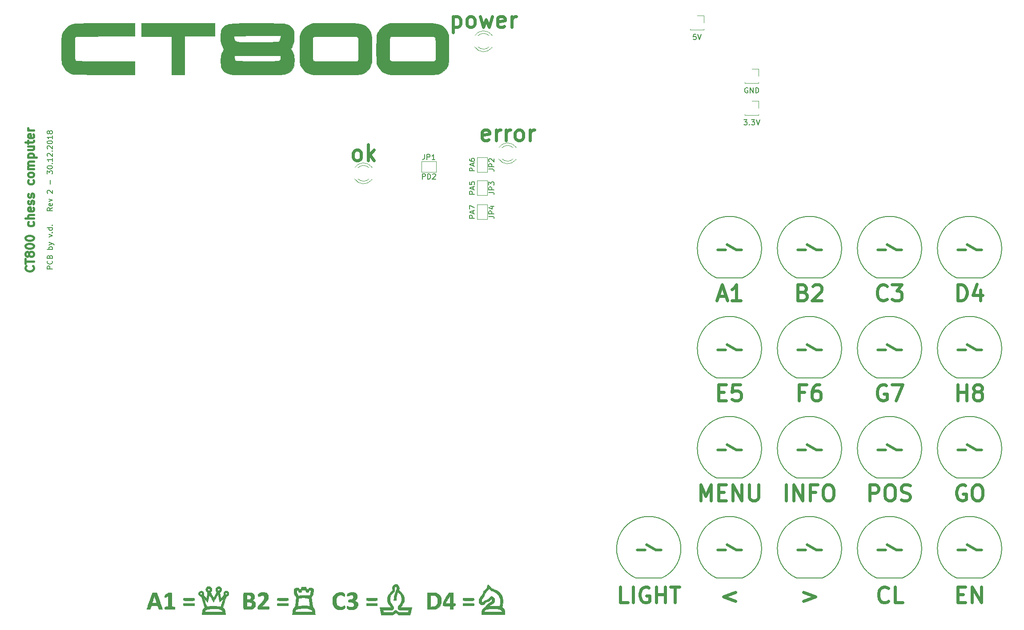
<source format=gbr>
G04 #@! TF.GenerationSoftware,KiCad,Pcbnew,(6.0.0-rc1-dev-1289-g6d8ca311f)*
G04 #@! TF.CreationDate,2018-12-30T23:18:29+01:00
G04 #@! TF.ProjectId,CT800_PCB,43543830-305f-4504-9342-2e6b69636164,rev?*
G04 #@! TF.SameCoordinates,Original*
G04 #@! TF.FileFunction,Legend,Top*
G04 #@! TF.FilePolarity,Positive*
%FSLAX46Y46*%
G04 Gerber Fmt 4.6, Leading zero omitted, Abs format (unit mm)*
G04 Created by KiCad (PCBNEW (6.0.0-rc1-dev-1289-g6d8ca311f)) date 30.12.2018 23:18:29*
%MOMM*%
%LPD*%
G01*
G04 APERTURE LIST*
%ADD10C,0.200000*%
%ADD11C,0.400000*%
%ADD12C,0.120000*%
%ADD13C,0.010000*%
%ADD14C,0.500000*%
%ADD15C,0.150000*%
%ADD16C,0.600000*%
G04 APERTURE END LIST*
D10*
X51252380Y-85532857D02*
X50252380Y-85532857D01*
X50252380Y-85151904D01*
X50300000Y-85056666D01*
X50347619Y-85009047D01*
X50442857Y-84961428D01*
X50585714Y-84961428D01*
X50680952Y-85009047D01*
X50728571Y-85056666D01*
X50776190Y-85151904D01*
X50776190Y-85532857D01*
X51157142Y-83961428D02*
X51204761Y-84009047D01*
X51252380Y-84151904D01*
X51252380Y-84247142D01*
X51204761Y-84390000D01*
X51109523Y-84485238D01*
X51014285Y-84532857D01*
X50823809Y-84580476D01*
X50680952Y-84580476D01*
X50490476Y-84532857D01*
X50395238Y-84485238D01*
X50300000Y-84390000D01*
X50252380Y-84247142D01*
X50252380Y-84151904D01*
X50300000Y-84009047D01*
X50347619Y-83961428D01*
X50728571Y-83199523D02*
X50776190Y-83056666D01*
X50823809Y-83009047D01*
X50919047Y-82961428D01*
X51061904Y-82961428D01*
X51157142Y-83009047D01*
X51204761Y-83056666D01*
X51252380Y-83151904D01*
X51252380Y-83532857D01*
X50252380Y-83532857D01*
X50252380Y-83199523D01*
X50300000Y-83104285D01*
X50347619Y-83056666D01*
X50442857Y-83009047D01*
X50538095Y-83009047D01*
X50633333Y-83056666D01*
X50680952Y-83104285D01*
X50728571Y-83199523D01*
X50728571Y-83532857D01*
X51252380Y-81770952D02*
X50252380Y-81770952D01*
X50633333Y-81770952D02*
X50585714Y-81675714D01*
X50585714Y-81485238D01*
X50633333Y-81390000D01*
X50680952Y-81342380D01*
X50776190Y-81294761D01*
X51061904Y-81294761D01*
X51157142Y-81342380D01*
X51204761Y-81390000D01*
X51252380Y-81485238D01*
X51252380Y-81675714D01*
X51204761Y-81770952D01*
X50585714Y-80961428D02*
X51252380Y-80723333D01*
X50585714Y-80485238D02*
X51252380Y-80723333D01*
X51490476Y-80818571D01*
X51538095Y-80866190D01*
X51585714Y-80961428D01*
X50585714Y-79437619D02*
X51252380Y-79199523D01*
X50585714Y-78961428D01*
X51157142Y-78580476D02*
X51204761Y-78532857D01*
X51252380Y-78580476D01*
X51204761Y-78628095D01*
X51157142Y-78580476D01*
X51252380Y-78580476D01*
X51252380Y-77675714D02*
X50252380Y-77675714D01*
X51204761Y-77675714D02*
X51252380Y-77770952D01*
X51252380Y-77961428D01*
X51204761Y-78056666D01*
X51157142Y-78104285D01*
X51061904Y-78151904D01*
X50776190Y-78151904D01*
X50680952Y-78104285D01*
X50633333Y-78056666D01*
X50585714Y-77961428D01*
X50585714Y-77770952D01*
X50633333Y-77675714D01*
X51157142Y-77199523D02*
X51204761Y-77151904D01*
X51252380Y-77199523D01*
X51204761Y-77247142D01*
X51157142Y-77199523D01*
X51252380Y-77199523D01*
X51252380Y-73866190D02*
X50776190Y-74199523D01*
X51252380Y-74437619D02*
X50252380Y-74437619D01*
X50252380Y-74056666D01*
X50300000Y-73961428D01*
X50347619Y-73913809D01*
X50442857Y-73866190D01*
X50585714Y-73866190D01*
X50680952Y-73913809D01*
X50728571Y-73961428D01*
X50776190Y-74056666D01*
X50776190Y-74437619D01*
X51204761Y-73056666D02*
X51252380Y-73151904D01*
X51252380Y-73342380D01*
X51204761Y-73437619D01*
X51109523Y-73485238D01*
X50728571Y-73485238D01*
X50633333Y-73437619D01*
X50585714Y-73342380D01*
X50585714Y-73151904D01*
X50633333Y-73056666D01*
X50728571Y-73009047D01*
X50823809Y-73009047D01*
X50919047Y-73485238D01*
X50585714Y-72675714D02*
X51252380Y-72437619D01*
X50585714Y-72199523D01*
X50347619Y-71104285D02*
X50300000Y-71056666D01*
X50252380Y-70961428D01*
X50252380Y-70723333D01*
X50300000Y-70628095D01*
X50347619Y-70580476D01*
X50442857Y-70532857D01*
X50538095Y-70532857D01*
X50680952Y-70580476D01*
X51252380Y-71151904D01*
X51252380Y-70532857D01*
X50871428Y-69342380D02*
X50871428Y-68580476D01*
X50252380Y-67437619D02*
X50252380Y-66818571D01*
X50633333Y-67151904D01*
X50633333Y-67009047D01*
X50680952Y-66913809D01*
X50728571Y-66866190D01*
X50823809Y-66818571D01*
X51061904Y-66818571D01*
X51157142Y-66866190D01*
X51204761Y-66913809D01*
X51252380Y-67009047D01*
X51252380Y-67294761D01*
X51204761Y-67390000D01*
X51157142Y-67437619D01*
X50252380Y-66199523D02*
X50252380Y-66104285D01*
X50300000Y-66009047D01*
X50347619Y-65961428D01*
X50442857Y-65913809D01*
X50633333Y-65866190D01*
X50871428Y-65866190D01*
X51061904Y-65913809D01*
X51157142Y-65961428D01*
X51204761Y-66009047D01*
X51252380Y-66104285D01*
X51252380Y-66199523D01*
X51204761Y-66294761D01*
X51157142Y-66342380D01*
X51061904Y-66390000D01*
X50871428Y-66437619D01*
X50633333Y-66437619D01*
X50442857Y-66390000D01*
X50347619Y-66342380D01*
X50300000Y-66294761D01*
X50252380Y-66199523D01*
X51157142Y-65437619D02*
X51204761Y-65390000D01*
X51252380Y-65437619D01*
X51204761Y-65485238D01*
X51157142Y-65437619D01*
X51252380Y-65437619D01*
X51252380Y-64437619D02*
X51252380Y-65009047D01*
X51252380Y-64723333D02*
X50252380Y-64723333D01*
X50395238Y-64818571D01*
X50490476Y-64913809D01*
X50538095Y-65009047D01*
X50347619Y-64056666D02*
X50300000Y-64009047D01*
X50252380Y-63913809D01*
X50252380Y-63675714D01*
X50300000Y-63580476D01*
X50347619Y-63532857D01*
X50442857Y-63485238D01*
X50538095Y-63485238D01*
X50680952Y-63532857D01*
X51252380Y-64104285D01*
X51252380Y-63485238D01*
X51157142Y-63056666D02*
X51204761Y-63009047D01*
X51252380Y-63056666D01*
X51204761Y-63104285D01*
X51157142Y-63056666D01*
X51252380Y-63056666D01*
X50347619Y-62628095D02*
X50300000Y-62580476D01*
X50252380Y-62485238D01*
X50252380Y-62247142D01*
X50300000Y-62151904D01*
X50347619Y-62104285D01*
X50442857Y-62056666D01*
X50538095Y-62056666D01*
X50680952Y-62104285D01*
X51252380Y-62675714D01*
X51252380Y-62056666D01*
X50252380Y-61437619D02*
X50252380Y-61342380D01*
X50300000Y-61247142D01*
X50347619Y-61199523D01*
X50442857Y-61151904D01*
X50633333Y-61104285D01*
X50871428Y-61104285D01*
X51061904Y-61151904D01*
X51157142Y-61199523D01*
X51204761Y-61247142D01*
X51252380Y-61342380D01*
X51252380Y-61437619D01*
X51204761Y-61532857D01*
X51157142Y-61580476D01*
X51061904Y-61628095D01*
X50871428Y-61675714D01*
X50633333Y-61675714D01*
X50442857Y-61628095D01*
X50347619Y-61580476D01*
X50300000Y-61532857D01*
X50252380Y-61437619D01*
X51252380Y-60151904D02*
X51252380Y-60723333D01*
X51252380Y-60437619D02*
X50252380Y-60437619D01*
X50395238Y-60532857D01*
X50490476Y-60628095D01*
X50538095Y-60723333D01*
X50680952Y-59580476D02*
X50633333Y-59675714D01*
X50585714Y-59723333D01*
X50490476Y-59770952D01*
X50442857Y-59770952D01*
X50347619Y-59723333D01*
X50300000Y-59675714D01*
X50252380Y-59580476D01*
X50252380Y-59390000D01*
X50300000Y-59294761D01*
X50347619Y-59247142D01*
X50442857Y-59199523D01*
X50490476Y-59199523D01*
X50585714Y-59247142D01*
X50633333Y-59294761D01*
X50680952Y-59390000D01*
X50680952Y-59580476D01*
X50728571Y-59675714D01*
X50776190Y-59723333D01*
X50871428Y-59770952D01*
X51061904Y-59770952D01*
X51157142Y-59723333D01*
X51204761Y-59675714D01*
X51252380Y-59580476D01*
X51252380Y-59390000D01*
X51204761Y-59294761D01*
X51157142Y-59247142D01*
X51061904Y-59199523D01*
X50871428Y-59199523D01*
X50776190Y-59247142D01*
X50728571Y-59294761D01*
X50680952Y-59390000D01*
D11*
X47561428Y-84961428D02*
X47637619Y-85037619D01*
X47713809Y-85266190D01*
X47713809Y-85418571D01*
X47637619Y-85647142D01*
X47485238Y-85799523D01*
X47332857Y-85875714D01*
X47028095Y-85951904D01*
X46799523Y-85951904D01*
X46494761Y-85875714D01*
X46342380Y-85799523D01*
X46190000Y-85647142D01*
X46113809Y-85418571D01*
X46113809Y-85266190D01*
X46190000Y-85037619D01*
X46266190Y-84961428D01*
X46113809Y-84504285D02*
X46113809Y-83590000D01*
X47713809Y-84047142D02*
X46113809Y-84047142D01*
X46799523Y-82828095D02*
X46723333Y-82980476D01*
X46647142Y-83056666D01*
X46494761Y-83132857D01*
X46418571Y-83132857D01*
X46266190Y-83056666D01*
X46190000Y-82980476D01*
X46113809Y-82828095D01*
X46113809Y-82523333D01*
X46190000Y-82370952D01*
X46266190Y-82294761D01*
X46418571Y-82218571D01*
X46494761Y-82218571D01*
X46647142Y-82294761D01*
X46723333Y-82370952D01*
X46799523Y-82523333D01*
X46799523Y-82828095D01*
X46875714Y-82980476D01*
X46951904Y-83056666D01*
X47104285Y-83132857D01*
X47409047Y-83132857D01*
X47561428Y-83056666D01*
X47637619Y-82980476D01*
X47713809Y-82828095D01*
X47713809Y-82523333D01*
X47637619Y-82370952D01*
X47561428Y-82294761D01*
X47409047Y-82218571D01*
X47104285Y-82218571D01*
X46951904Y-82294761D01*
X46875714Y-82370952D01*
X46799523Y-82523333D01*
X46113809Y-81228095D02*
X46113809Y-81075714D01*
X46190000Y-80923333D01*
X46266190Y-80847142D01*
X46418571Y-80770952D01*
X46723333Y-80694761D01*
X47104285Y-80694761D01*
X47409047Y-80770952D01*
X47561428Y-80847142D01*
X47637619Y-80923333D01*
X47713809Y-81075714D01*
X47713809Y-81228095D01*
X47637619Y-81380476D01*
X47561428Y-81456666D01*
X47409047Y-81532857D01*
X47104285Y-81609047D01*
X46723333Y-81609047D01*
X46418571Y-81532857D01*
X46266190Y-81456666D01*
X46190000Y-81380476D01*
X46113809Y-81228095D01*
X46113809Y-79704285D02*
X46113809Y-79551904D01*
X46190000Y-79399523D01*
X46266190Y-79323333D01*
X46418571Y-79247142D01*
X46723333Y-79170952D01*
X47104285Y-79170952D01*
X47409047Y-79247142D01*
X47561428Y-79323333D01*
X47637619Y-79399523D01*
X47713809Y-79551904D01*
X47713809Y-79704285D01*
X47637619Y-79856666D01*
X47561428Y-79932857D01*
X47409047Y-80009047D01*
X47104285Y-80085238D01*
X46723333Y-80085238D01*
X46418571Y-80009047D01*
X46266190Y-79932857D01*
X46190000Y-79856666D01*
X46113809Y-79704285D01*
X47637619Y-76580476D02*
X47713809Y-76732857D01*
X47713809Y-77037619D01*
X47637619Y-77190000D01*
X47561428Y-77266190D01*
X47409047Y-77342380D01*
X46951904Y-77342380D01*
X46799523Y-77266190D01*
X46723333Y-77190000D01*
X46647142Y-77037619D01*
X46647142Y-76732857D01*
X46723333Y-76580476D01*
X47713809Y-75894761D02*
X46113809Y-75894761D01*
X47713809Y-75209047D02*
X46875714Y-75209047D01*
X46723333Y-75285238D01*
X46647142Y-75437619D01*
X46647142Y-75666190D01*
X46723333Y-75818571D01*
X46799523Y-75894761D01*
X47637619Y-73837619D02*
X47713809Y-73990000D01*
X47713809Y-74294761D01*
X47637619Y-74447142D01*
X47485238Y-74523333D01*
X46875714Y-74523333D01*
X46723333Y-74447142D01*
X46647142Y-74294761D01*
X46647142Y-73990000D01*
X46723333Y-73837619D01*
X46875714Y-73761428D01*
X47028095Y-73761428D01*
X47180476Y-74523333D01*
X47637619Y-73151904D02*
X47713809Y-72999523D01*
X47713809Y-72694761D01*
X47637619Y-72542380D01*
X47485238Y-72466190D01*
X47409047Y-72466190D01*
X47256666Y-72542380D01*
X47180476Y-72694761D01*
X47180476Y-72923333D01*
X47104285Y-73075714D01*
X46951904Y-73151904D01*
X46875714Y-73151904D01*
X46723333Y-73075714D01*
X46647142Y-72923333D01*
X46647142Y-72694761D01*
X46723333Y-72542380D01*
X47637619Y-71856666D02*
X47713809Y-71704285D01*
X47713809Y-71399523D01*
X47637619Y-71247142D01*
X47485238Y-71170952D01*
X47409047Y-71170952D01*
X47256666Y-71247142D01*
X47180476Y-71399523D01*
X47180476Y-71628095D01*
X47104285Y-71780476D01*
X46951904Y-71856666D01*
X46875714Y-71856666D01*
X46723333Y-71780476D01*
X46647142Y-71628095D01*
X46647142Y-71399523D01*
X46723333Y-71247142D01*
X47637619Y-68580476D02*
X47713809Y-68732857D01*
X47713809Y-69037619D01*
X47637619Y-69190000D01*
X47561428Y-69266190D01*
X47409047Y-69342380D01*
X46951904Y-69342380D01*
X46799523Y-69266190D01*
X46723333Y-69190000D01*
X46647142Y-69037619D01*
X46647142Y-68732857D01*
X46723333Y-68580476D01*
X47713809Y-67666190D02*
X47637619Y-67818571D01*
X47561428Y-67894761D01*
X47409047Y-67970952D01*
X46951904Y-67970952D01*
X46799523Y-67894761D01*
X46723333Y-67818571D01*
X46647142Y-67666190D01*
X46647142Y-67437619D01*
X46723333Y-67285238D01*
X46799523Y-67209047D01*
X46951904Y-67132857D01*
X47409047Y-67132857D01*
X47561428Y-67209047D01*
X47637619Y-67285238D01*
X47713809Y-67437619D01*
X47713809Y-67666190D01*
X47713809Y-66447142D02*
X46647142Y-66447142D01*
X46799523Y-66447142D02*
X46723333Y-66370952D01*
X46647142Y-66218571D01*
X46647142Y-65990000D01*
X46723333Y-65837619D01*
X46875714Y-65761428D01*
X47713809Y-65761428D01*
X46875714Y-65761428D02*
X46723333Y-65685238D01*
X46647142Y-65532857D01*
X46647142Y-65304285D01*
X46723333Y-65151904D01*
X46875714Y-65075714D01*
X47713809Y-65075714D01*
X46647142Y-64313809D02*
X48247142Y-64313809D01*
X46723333Y-64313809D02*
X46647142Y-64161428D01*
X46647142Y-63856666D01*
X46723333Y-63704285D01*
X46799523Y-63628095D01*
X46951904Y-63551904D01*
X47409047Y-63551904D01*
X47561428Y-63628095D01*
X47637619Y-63704285D01*
X47713809Y-63856666D01*
X47713809Y-64161428D01*
X47637619Y-64313809D01*
X46647142Y-62180476D02*
X47713809Y-62180476D01*
X46647142Y-62866190D02*
X47485238Y-62866190D01*
X47637619Y-62790000D01*
X47713809Y-62637619D01*
X47713809Y-62409047D01*
X47637619Y-62256666D01*
X47561428Y-62180476D01*
X46647142Y-61647142D02*
X46647142Y-61037619D01*
X46113809Y-61418571D02*
X47485238Y-61418571D01*
X47637619Y-61342380D01*
X47713809Y-61190000D01*
X47713809Y-61037619D01*
X47637619Y-59894761D02*
X47713809Y-60047142D01*
X47713809Y-60351904D01*
X47637619Y-60504285D01*
X47485238Y-60580476D01*
X46875714Y-60580476D01*
X46723333Y-60504285D01*
X46647142Y-60351904D01*
X46647142Y-60047142D01*
X46723333Y-59894761D01*
X46875714Y-59818571D01*
X47028095Y-59818571D01*
X47180476Y-60580476D01*
X47713809Y-59132857D02*
X46647142Y-59132857D01*
X46951904Y-59132857D02*
X46799523Y-59056666D01*
X46723333Y-58980476D01*
X46647142Y-58828095D01*
X46647142Y-58675714D01*
D12*
G04 #@! TO.C,JP1*
X121536000Y-65040000D02*
X124336000Y-65040000D01*
X124336000Y-65040000D02*
X124336000Y-67040000D01*
X124336000Y-67040000D02*
X121536000Y-67040000D01*
X121536000Y-67040000D02*
X121536000Y-65040000D01*
G04 #@! TO.C,JP3*
X134096000Y-68704000D02*
X134096000Y-71504000D01*
X134096000Y-71504000D02*
X132096000Y-71504000D01*
X132096000Y-71504000D02*
X132096000Y-68704000D01*
X132096000Y-68704000D02*
X134096000Y-68704000D01*
G04 #@! TO.C,JP4*
X134096000Y-73276000D02*
X134096000Y-76076000D01*
X134096000Y-76076000D02*
X132096000Y-76076000D01*
X132096000Y-76076000D02*
X132096000Y-73276000D01*
X132096000Y-73276000D02*
X134096000Y-73276000D01*
G04 #@! TO.C,JP2*
X134096000Y-64274000D02*
X134096000Y-67074000D01*
X134096000Y-67074000D02*
X132096000Y-67074000D01*
X132096000Y-67074000D02*
X132096000Y-64274000D01*
X132096000Y-64274000D02*
X134096000Y-64274000D01*
G04 #@! TO.C,J11*
X184404000Y-47438000D02*
X185734000Y-47438000D01*
X185734000Y-47438000D02*
X185734000Y-48768000D01*
X185734000Y-49978000D02*
X185734000Y-50098000D01*
X183074000Y-49978000D02*
X183074000Y-50098000D01*
X183074000Y-50098000D02*
X185734000Y-50098000D01*
G04 #@! TO.C,J8*
X184404000Y-53534000D02*
X185734000Y-53534000D01*
X185734000Y-53534000D02*
X185734000Y-54864000D01*
X185734000Y-56074000D02*
X185734000Y-56194000D01*
X183074000Y-56074000D02*
X183074000Y-56194000D01*
X183074000Y-56194000D02*
X185734000Y-56194000D01*
G04 #@! TO.C,J6*
X173990000Y-37278000D02*
X175320000Y-37278000D01*
X175320000Y-37278000D02*
X175320000Y-38608000D01*
X175320000Y-39818000D02*
X175320000Y-39938000D01*
X172660000Y-39818000D02*
X172660000Y-39938000D01*
X172660000Y-39938000D02*
X175320000Y-39938000D01*
G04 #@! TO.C,D6*
X134910000Y-41084000D02*
X134910000Y-40928000D01*
X134910000Y-43400000D02*
X134910000Y-43244000D01*
X132308870Y-41084163D02*
G75*
G02X134390961Y-41084000I1041130J-1079837D01*
G01*
X132308870Y-43243837D02*
G75*
G03X134390961Y-43244000I1041130J1079837D01*
G01*
X131677665Y-41085392D02*
G75*
G02X134910000Y-40928484I1672335J-1078608D01*
G01*
X131677665Y-43242608D02*
G75*
G03X134910000Y-43399516I1672335J1078608D01*
G01*
G04 #@! TO.C,D2*
X139482000Y-62420000D02*
X139482000Y-62264000D01*
X139482000Y-64736000D02*
X139482000Y-64580000D01*
X136880870Y-62420163D02*
G75*
G02X138962961Y-62420000I1041130J-1079837D01*
G01*
X136880870Y-64579837D02*
G75*
G03X138962961Y-64580000I1041130J1079837D01*
G01*
X136249665Y-62421392D02*
G75*
G02X139482000Y-62264484I1672335J-1078608D01*
G01*
X136249665Y-64578608D02*
G75*
G03X139482000Y-64735516I1672335J1078608D01*
G01*
G04 #@! TO.C,D1*
X112050000Y-66230000D02*
X112050000Y-66074000D01*
X112050000Y-68546000D02*
X112050000Y-68390000D01*
X109448870Y-66230163D02*
G75*
G02X111530961Y-66230000I1041130J-1079837D01*
G01*
X109448870Y-68389837D02*
G75*
G03X111530961Y-68390000I1041130J1079837D01*
G01*
X108817665Y-66231392D02*
G75*
G02X112050000Y-66074484I1672335J-1078608D01*
G01*
X108817665Y-68388608D02*
G75*
G03X112050000Y-68545516I1672335J1078608D01*
G01*
D13*
G04 #@! TO.C,SYM1*
G36*
X66893873Y-41202043D02*
X61416618Y-41202043D01*
X60420384Y-41202483D01*
X59529353Y-41203823D01*
X58740644Y-41206095D01*
X58051378Y-41209327D01*
X57458676Y-41213552D01*
X56959657Y-41218798D01*
X56551443Y-41225097D01*
X56231154Y-41232480D01*
X55995910Y-41240976D01*
X55842832Y-41250616D01*
X55769040Y-41261430D01*
X55768030Y-41261770D01*
X55632933Y-41331969D01*
X55544859Y-41418408D01*
X55543796Y-41420344D01*
X55529672Y-41500338D01*
X55517724Y-41673583D01*
X55507941Y-41925267D01*
X55500311Y-42240579D01*
X55494823Y-42604708D01*
X55491466Y-43002841D01*
X55490227Y-43420167D01*
X55491096Y-43841875D01*
X55494061Y-44253152D01*
X55499112Y-44639187D01*
X55506235Y-44985169D01*
X55515421Y-45276285D01*
X55526658Y-45497724D01*
X55539933Y-45634674D01*
X55547061Y-45666142D01*
X55562915Y-45712164D01*
X55577553Y-45753019D01*
X55597143Y-45789016D01*
X55627856Y-45820463D01*
X55675862Y-45847670D01*
X55747331Y-45870944D01*
X55848432Y-45890595D01*
X55985336Y-45906932D01*
X56164211Y-45920262D01*
X56391229Y-45930896D01*
X56672558Y-45939141D01*
X57014369Y-45945306D01*
X57422831Y-45949701D01*
X57904115Y-45952633D01*
X58464389Y-45954412D01*
X59109825Y-45955346D01*
X59846591Y-45955744D01*
X60680858Y-45955914D01*
X61341000Y-45956069D01*
X66893873Y-45957787D01*
X66893873Y-48497787D01*
X61178873Y-48493285D01*
X60237197Y-48492327D01*
X59397736Y-48490968D01*
X58654621Y-48489131D01*
X58001983Y-48486739D01*
X57433952Y-48483713D01*
X56944660Y-48479977D01*
X56528236Y-48475453D01*
X56178811Y-48470063D01*
X55890516Y-48463731D01*
X55657482Y-48456378D01*
X55473840Y-48447926D01*
X55333719Y-48438300D01*
X55231251Y-48427420D01*
X55160567Y-48415211D01*
X55154353Y-48413752D01*
X54629547Y-48234240D01*
X54160501Y-47967931D01*
X53756256Y-47623430D01*
X53425851Y-47209341D01*
X53178326Y-46734269D01*
X53076916Y-46436383D01*
X53053647Y-46343740D01*
X53034396Y-46240323D01*
X53018783Y-46115416D01*
X53006428Y-45958306D01*
X52996950Y-45758275D01*
X52989969Y-45504608D01*
X52985105Y-45186590D01*
X52981978Y-44793505D01*
X52980207Y-44314638D01*
X52979412Y-43739273D01*
X52979378Y-43688000D01*
X52979347Y-43107787D01*
X52980276Y-42624988D01*
X52982549Y-42228934D01*
X52986549Y-41908957D01*
X52992658Y-41654387D01*
X53001259Y-41454556D01*
X53012735Y-41298793D01*
X53027468Y-41176431D01*
X53045842Y-41076799D01*
X53068239Y-40989229D01*
X53077284Y-40958851D01*
X53292495Y-40426767D01*
X53590694Y-39952429D01*
X53963125Y-39546670D01*
X54401033Y-39220326D01*
X54550132Y-39136233D01*
X54663775Y-39075587D01*
X54764529Y-39021579D01*
X54858985Y-38973810D01*
X54953732Y-38931876D01*
X55055361Y-38895376D01*
X55170464Y-38863908D01*
X55305629Y-38837072D01*
X55467449Y-38814465D01*
X55662514Y-38795686D01*
X55897413Y-38780334D01*
X56178739Y-38768006D01*
X56513080Y-38758302D01*
X56907029Y-38750819D01*
X57367174Y-38745156D01*
X57900108Y-38740912D01*
X58512420Y-38737684D01*
X59210701Y-38735072D01*
X60001542Y-38732674D01*
X60891533Y-38730088D01*
X61232915Y-38729048D01*
X66893873Y-38711435D01*
X66893873Y-41202043D01*
X66893873Y-41202043D01*
G37*
X66893873Y-41202043D02*
X61416618Y-41202043D01*
X60420384Y-41202483D01*
X59529353Y-41203823D01*
X58740644Y-41206095D01*
X58051378Y-41209327D01*
X57458676Y-41213552D01*
X56959657Y-41218798D01*
X56551443Y-41225097D01*
X56231154Y-41232480D01*
X55995910Y-41240976D01*
X55842832Y-41250616D01*
X55769040Y-41261430D01*
X55768030Y-41261770D01*
X55632933Y-41331969D01*
X55544859Y-41418408D01*
X55543796Y-41420344D01*
X55529672Y-41500338D01*
X55517724Y-41673583D01*
X55507941Y-41925267D01*
X55500311Y-42240579D01*
X55494823Y-42604708D01*
X55491466Y-43002841D01*
X55490227Y-43420167D01*
X55491096Y-43841875D01*
X55494061Y-44253152D01*
X55499112Y-44639187D01*
X55506235Y-44985169D01*
X55515421Y-45276285D01*
X55526658Y-45497724D01*
X55539933Y-45634674D01*
X55547061Y-45666142D01*
X55562915Y-45712164D01*
X55577553Y-45753019D01*
X55597143Y-45789016D01*
X55627856Y-45820463D01*
X55675862Y-45847670D01*
X55747331Y-45870944D01*
X55848432Y-45890595D01*
X55985336Y-45906932D01*
X56164211Y-45920262D01*
X56391229Y-45930896D01*
X56672558Y-45939141D01*
X57014369Y-45945306D01*
X57422831Y-45949701D01*
X57904115Y-45952633D01*
X58464389Y-45954412D01*
X59109825Y-45955346D01*
X59846591Y-45955744D01*
X60680858Y-45955914D01*
X61341000Y-45956069D01*
X66893873Y-45957787D01*
X66893873Y-48497787D01*
X61178873Y-48493285D01*
X60237197Y-48492327D01*
X59397736Y-48490968D01*
X58654621Y-48489131D01*
X58001983Y-48486739D01*
X57433952Y-48483713D01*
X56944660Y-48479977D01*
X56528236Y-48475453D01*
X56178811Y-48470063D01*
X55890516Y-48463731D01*
X55657482Y-48456378D01*
X55473840Y-48447926D01*
X55333719Y-48438300D01*
X55231251Y-48427420D01*
X55160567Y-48415211D01*
X55154353Y-48413752D01*
X54629547Y-48234240D01*
X54160501Y-47967931D01*
X53756256Y-47623430D01*
X53425851Y-47209341D01*
X53178326Y-46734269D01*
X53076916Y-46436383D01*
X53053647Y-46343740D01*
X53034396Y-46240323D01*
X53018783Y-46115416D01*
X53006428Y-45958306D01*
X52996950Y-45758275D01*
X52989969Y-45504608D01*
X52985105Y-45186590D01*
X52981978Y-44793505D01*
X52980207Y-44314638D01*
X52979412Y-43739273D01*
X52979378Y-43688000D01*
X52979347Y-43107787D01*
X52980276Y-42624988D01*
X52982549Y-42228934D01*
X52986549Y-41908957D01*
X52992658Y-41654387D01*
X53001259Y-41454556D01*
X53012735Y-41298793D01*
X53027468Y-41176431D01*
X53045842Y-41076799D01*
X53068239Y-40989229D01*
X53077284Y-40958851D01*
X53292495Y-40426767D01*
X53590694Y-39952429D01*
X53963125Y-39546670D01*
X54401033Y-39220326D01*
X54550132Y-39136233D01*
X54663775Y-39075587D01*
X54764529Y-39021579D01*
X54858985Y-38973810D01*
X54953732Y-38931876D01*
X55055361Y-38895376D01*
X55170464Y-38863908D01*
X55305629Y-38837072D01*
X55467449Y-38814465D01*
X55662514Y-38795686D01*
X55897413Y-38780334D01*
X56178739Y-38768006D01*
X56513080Y-38758302D01*
X56907029Y-38750819D01*
X57367174Y-38745156D01*
X57900108Y-38740912D01*
X58512420Y-38737684D01*
X59210701Y-38735072D01*
X60001542Y-38732674D01*
X60891533Y-38730088D01*
X61232915Y-38729048D01*
X66893873Y-38711435D01*
X66893873Y-41202043D01*
G36*
X121715052Y-38724424D02*
X122320198Y-38727477D01*
X122844483Y-38732310D01*
X123282170Y-38738873D01*
X123627523Y-38747115D01*
X123874802Y-38756989D01*
X123991661Y-38765355D01*
X124597238Y-38868869D01*
X125128324Y-39050456D01*
X125585958Y-39310875D01*
X125971182Y-39650886D01*
X126285036Y-40071249D01*
X126528560Y-40572724D01*
X126551728Y-40634596D01*
X126689504Y-41012894D01*
X126707250Y-43523222D01*
X126711279Y-44172909D01*
X126712768Y-44724765D01*
X126710712Y-45189034D01*
X126704103Y-45575962D01*
X126691935Y-45895791D01*
X126673202Y-46158765D01*
X126646896Y-46375129D01*
X126612013Y-46555127D01*
X126567544Y-46709002D01*
X126512484Y-46846998D01*
X126445826Y-46979359D01*
X126366563Y-47116330D01*
X126351808Y-47140735D01*
X126053920Y-47557090D01*
X125716889Y-47882173D01*
X125325942Y-48130015D01*
X125292801Y-48146483D01*
X125157634Y-48212961D01*
X125037231Y-48271040D01*
X124923650Y-48321302D01*
X124808944Y-48364329D01*
X124685170Y-48400705D01*
X124544382Y-48431010D01*
X124378637Y-48455828D01*
X124179989Y-48475740D01*
X123940493Y-48491329D01*
X123652206Y-48503178D01*
X123307182Y-48511868D01*
X122897477Y-48517982D01*
X122415147Y-48522102D01*
X121852245Y-48524810D01*
X121200829Y-48526689D01*
X120452953Y-48528321D01*
X120071745Y-48529156D01*
X119404645Y-48530399D01*
X118766200Y-48531069D01*
X118165059Y-48531189D01*
X117609868Y-48530781D01*
X117109277Y-48529868D01*
X116671934Y-48528471D01*
X116306487Y-48526614D01*
X116021583Y-48524318D01*
X115825871Y-48521607D01*
X115728000Y-48518502D01*
X115721320Y-48517888D01*
X115292120Y-48448635D01*
X114928362Y-48354968D01*
X114588164Y-48225271D01*
X114470891Y-48171128D01*
X114021115Y-47897022D01*
X113639133Y-47542775D01*
X113332547Y-47118020D01*
X113108958Y-46632389D01*
X113022414Y-46335652D01*
X112998608Y-46176213D01*
X112978347Y-45924787D01*
X112961626Y-45596105D01*
X112948440Y-45204900D01*
X112938785Y-44765905D01*
X112932654Y-44293853D01*
X112930045Y-43803475D01*
X112930951Y-43309504D01*
X112935368Y-42826674D01*
X112942940Y-42389913D01*
X115428830Y-42389913D01*
X115429351Y-42794859D01*
X115432732Y-43292313D01*
X115435223Y-43611565D01*
X115451107Y-45678996D01*
X115579354Y-45815444D01*
X115710251Y-45917619D01*
X115847355Y-45974071D01*
X115849566Y-45974436D01*
X115925785Y-45978034D01*
X116101224Y-45981291D01*
X116367020Y-45984170D01*
X116714308Y-45986638D01*
X117134225Y-45988658D01*
X117617905Y-45990194D01*
X118156486Y-45991212D01*
X118741103Y-45991674D01*
X119362891Y-45991547D01*
X119948943Y-45990895D01*
X123906355Y-45984809D01*
X124056178Y-45835030D01*
X124206000Y-45685252D01*
X124222833Y-43754392D01*
X124227083Y-43195570D01*
X124228299Y-42734520D01*
X124225165Y-42360941D01*
X124216364Y-42064533D01*
X124200581Y-41834996D01*
X124176500Y-41662029D01*
X124142803Y-41535332D01*
X124098175Y-41444606D01*
X124041300Y-41379549D01*
X123970861Y-41329862D01*
X123908766Y-41296701D01*
X123866208Y-41278478D01*
X123811572Y-41262752D01*
X123737126Y-41249344D01*
X123635136Y-41238075D01*
X123497866Y-41228766D01*
X123317584Y-41221237D01*
X123086554Y-41215309D01*
X122797044Y-41210804D01*
X122441320Y-41207542D01*
X122011646Y-41205343D01*
X121500290Y-41204029D01*
X120899516Y-41203421D01*
X120201592Y-41203338D01*
X119882596Y-41203416D01*
X119219854Y-41204322D01*
X118591136Y-41206544D01*
X118005082Y-41209971D01*
X117470333Y-41214494D01*
X116995529Y-41220003D01*
X116589311Y-41226391D01*
X116260319Y-41233546D01*
X116017193Y-41241360D01*
X115868573Y-41249724D01*
X115829405Y-41254707D01*
X115728760Y-41278051D01*
X115646060Y-41303709D01*
X115579629Y-41341702D01*
X115527791Y-41402052D01*
X115488869Y-41494780D01*
X115461189Y-41629909D01*
X115443073Y-41817460D01*
X115432845Y-42067454D01*
X115428830Y-42389913D01*
X112942940Y-42389913D01*
X112943291Y-42369715D01*
X112954716Y-41953362D01*
X112969637Y-41592346D01*
X112988050Y-41301400D01*
X113009949Y-41095256D01*
X113024158Y-41020695D01*
X113169981Y-40584844D01*
X113376032Y-40197203D01*
X113661546Y-39823569D01*
X113756110Y-39719200D01*
X114001831Y-39475471D01*
X114243015Y-39284540D01*
X114510530Y-39127103D01*
X114835248Y-38983858D01*
X115072809Y-38895834D01*
X115505149Y-38743180D01*
X119471824Y-38726432D01*
X120285128Y-38723851D01*
X121034783Y-38723199D01*
X121715052Y-38724424D01*
X121715052Y-38724424D01*
G37*
X121715052Y-38724424D02*
X122320198Y-38727477D01*
X122844483Y-38732310D01*
X123282170Y-38738873D01*
X123627523Y-38747115D01*
X123874802Y-38756989D01*
X123991661Y-38765355D01*
X124597238Y-38868869D01*
X125128324Y-39050456D01*
X125585958Y-39310875D01*
X125971182Y-39650886D01*
X126285036Y-40071249D01*
X126528560Y-40572724D01*
X126551728Y-40634596D01*
X126689504Y-41012894D01*
X126707250Y-43523222D01*
X126711279Y-44172909D01*
X126712768Y-44724765D01*
X126710712Y-45189034D01*
X126704103Y-45575962D01*
X126691935Y-45895791D01*
X126673202Y-46158765D01*
X126646896Y-46375129D01*
X126612013Y-46555127D01*
X126567544Y-46709002D01*
X126512484Y-46846998D01*
X126445826Y-46979359D01*
X126366563Y-47116330D01*
X126351808Y-47140735D01*
X126053920Y-47557090D01*
X125716889Y-47882173D01*
X125325942Y-48130015D01*
X125292801Y-48146483D01*
X125157634Y-48212961D01*
X125037231Y-48271040D01*
X124923650Y-48321302D01*
X124808944Y-48364329D01*
X124685170Y-48400705D01*
X124544382Y-48431010D01*
X124378637Y-48455828D01*
X124179989Y-48475740D01*
X123940493Y-48491329D01*
X123652206Y-48503178D01*
X123307182Y-48511868D01*
X122897477Y-48517982D01*
X122415147Y-48522102D01*
X121852245Y-48524810D01*
X121200829Y-48526689D01*
X120452953Y-48528321D01*
X120071745Y-48529156D01*
X119404645Y-48530399D01*
X118766200Y-48531069D01*
X118165059Y-48531189D01*
X117609868Y-48530781D01*
X117109277Y-48529868D01*
X116671934Y-48528471D01*
X116306487Y-48526614D01*
X116021583Y-48524318D01*
X115825871Y-48521607D01*
X115728000Y-48518502D01*
X115721320Y-48517888D01*
X115292120Y-48448635D01*
X114928362Y-48354968D01*
X114588164Y-48225271D01*
X114470891Y-48171128D01*
X114021115Y-47897022D01*
X113639133Y-47542775D01*
X113332547Y-47118020D01*
X113108958Y-46632389D01*
X113022414Y-46335652D01*
X112998608Y-46176213D01*
X112978347Y-45924787D01*
X112961626Y-45596105D01*
X112948440Y-45204900D01*
X112938785Y-44765905D01*
X112932654Y-44293853D01*
X112930045Y-43803475D01*
X112930951Y-43309504D01*
X112935368Y-42826674D01*
X112942940Y-42389913D01*
X115428830Y-42389913D01*
X115429351Y-42794859D01*
X115432732Y-43292313D01*
X115435223Y-43611565D01*
X115451107Y-45678996D01*
X115579354Y-45815444D01*
X115710251Y-45917619D01*
X115847355Y-45974071D01*
X115849566Y-45974436D01*
X115925785Y-45978034D01*
X116101224Y-45981291D01*
X116367020Y-45984170D01*
X116714308Y-45986638D01*
X117134225Y-45988658D01*
X117617905Y-45990194D01*
X118156486Y-45991212D01*
X118741103Y-45991674D01*
X119362891Y-45991547D01*
X119948943Y-45990895D01*
X123906355Y-45984809D01*
X124056178Y-45835030D01*
X124206000Y-45685252D01*
X124222833Y-43754392D01*
X124227083Y-43195570D01*
X124228299Y-42734520D01*
X124225165Y-42360941D01*
X124216364Y-42064533D01*
X124200581Y-41834996D01*
X124176500Y-41662029D01*
X124142803Y-41535332D01*
X124098175Y-41444606D01*
X124041300Y-41379549D01*
X123970861Y-41329862D01*
X123908766Y-41296701D01*
X123866208Y-41278478D01*
X123811572Y-41262752D01*
X123737126Y-41249344D01*
X123635136Y-41238075D01*
X123497866Y-41228766D01*
X123317584Y-41221237D01*
X123086554Y-41215309D01*
X122797044Y-41210804D01*
X122441320Y-41207542D01*
X122011646Y-41205343D01*
X121500290Y-41204029D01*
X120899516Y-41203421D01*
X120201592Y-41203338D01*
X119882596Y-41203416D01*
X119219854Y-41204322D01*
X118591136Y-41206544D01*
X118005082Y-41209971D01*
X117470333Y-41214494D01*
X116995529Y-41220003D01*
X116589311Y-41226391D01*
X116260319Y-41233546D01*
X116017193Y-41241360D01*
X115868573Y-41249724D01*
X115829405Y-41254707D01*
X115728760Y-41278051D01*
X115646060Y-41303709D01*
X115579629Y-41341702D01*
X115527791Y-41402052D01*
X115488869Y-41494780D01*
X115461189Y-41629909D01*
X115443073Y-41817460D01*
X115432845Y-42067454D01*
X115428830Y-42389913D01*
X112942940Y-42389913D01*
X112943291Y-42369715D01*
X112954716Y-41953362D01*
X112969637Y-41592346D01*
X112988050Y-41301400D01*
X113009949Y-41095256D01*
X113024158Y-41020695D01*
X113169981Y-40584844D01*
X113376032Y-40197203D01*
X113661546Y-39823569D01*
X113756110Y-39719200D01*
X114001831Y-39475471D01*
X114243015Y-39284540D01*
X114510530Y-39127103D01*
X114835248Y-38983858D01*
X115072809Y-38895834D01*
X115505149Y-38743180D01*
X119471824Y-38726432D01*
X120285128Y-38723851D01*
X121034783Y-38723199D01*
X121715052Y-38724424D01*
G36*
X106853127Y-38724388D02*
X107435943Y-38726714D01*
X107957758Y-38730431D01*
X108409888Y-38735470D01*
X108783649Y-38741762D01*
X109070358Y-38749240D01*
X109261330Y-38757834D01*
X109311043Y-38761774D01*
X109922314Y-38864880D01*
X110457047Y-39044135D01*
X110915681Y-39299812D01*
X111298655Y-39632182D01*
X111606407Y-40041521D01*
X111727971Y-40266319D01*
X111805676Y-40432063D01*
X111870724Y-40587233D01*
X111924238Y-40743084D01*
X111967340Y-40910868D01*
X112001154Y-41101839D01*
X112026802Y-41327250D01*
X112045407Y-41598355D01*
X112058092Y-41926406D01*
X112065979Y-42322657D01*
X112070193Y-42798361D01*
X112071855Y-43364772D01*
X112072087Y-43715021D01*
X112071808Y-44289612D01*
X112070422Y-44767435D01*
X112067522Y-45159807D01*
X112062703Y-45478042D01*
X112055560Y-45733458D01*
X112045685Y-45937369D01*
X112032674Y-46101091D01*
X112016119Y-46235941D01*
X111995617Y-46353232D01*
X111973946Y-46451077D01*
X111801970Y-46952652D01*
X111541903Y-47392565D01*
X111195738Y-47768882D01*
X110765467Y-48079669D01*
X110253083Y-48322991D01*
X109938766Y-48426852D01*
X109870561Y-48444148D01*
X109789860Y-48459234D01*
X109689076Y-48472284D01*
X109560626Y-48483473D01*
X109396923Y-48492973D01*
X109190381Y-48500960D01*
X108933415Y-48507608D01*
X108618440Y-48513090D01*
X108237871Y-48517580D01*
X107784120Y-48521253D01*
X107249604Y-48524283D01*
X106626736Y-48526844D01*
X105907932Y-48529109D01*
X105426213Y-48530402D01*
X104753624Y-48531526D01*
X104105632Y-48531451D01*
X103491377Y-48530247D01*
X102919998Y-48527986D01*
X102400634Y-48524739D01*
X101942423Y-48520577D01*
X101554503Y-48515570D01*
X101246015Y-48509791D01*
X101026096Y-48503309D01*
X100903885Y-48496197D01*
X100895353Y-48495190D01*
X100322192Y-48376305D01*
X99821891Y-48180747D01*
X99386702Y-47903849D01*
X99008876Y-47540940D01*
X98756417Y-47206381D01*
X98659445Y-47058831D01*
X98578209Y-46926744D01*
X98511234Y-46799180D01*
X98457044Y-46665197D01*
X98414165Y-46513856D01*
X98381121Y-46334216D01*
X98356437Y-46115338D01*
X98338639Y-45846281D01*
X98326251Y-45516104D01*
X98317797Y-45113868D01*
X98311804Y-44628633D01*
X98311235Y-44562775D01*
X100789652Y-44562775D01*
X100792230Y-44937751D01*
X100797770Y-45230494D01*
X100806487Y-45449613D01*
X100818597Y-45603717D01*
X100834317Y-45701416D01*
X100847967Y-45741617D01*
X100874122Y-45790134D01*
X100904863Y-45832356D01*
X100947407Y-45868697D01*
X101008974Y-45899572D01*
X101096781Y-45925395D01*
X101218049Y-45946580D01*
X101379994Y-45963542D01*
X101589835Y-45976695D01*
X101854792Y-45986452D01*
X102182082Y-45993230D01*
X102578924Y-45997441D01*
X103052536Y-45999501D01*
X103610138Y-45999823D01*
X104258946Y-45998822D01*
X105006181Y-45996912D01*
X105282298Y-45996134D01*
X109272638Y-45984809D01*
X109404866Y-45831058D01*
X109537094Y-45677308D01*
X109521760Y-43602978D01*
X109506426Y-41528649D01*
X109356581Y-41378857D01*
X109206735Y-41229064D01*
X105158735Y-41229064D01*
X104401347Y-41229104D01*
X103744560Y-41229358D01*
X103180892Y-41230030D01*
X102702858Y-41231322D01*
X102302975Y-41233437D01*
X101973759Y-41236579D01*
X101707728Y-41240950D01*
X101497396Y-41246753D01*
X101335282Y-41254191D01*
X101213901Y-41263467D01*
X101125770Y-41274784D01*
X101063405Y-41288344D01*
X101019324Y-41304351D01*
X100986041Y-41323008D01*
X100958155Y-41342964D01*
X100805575Y-41456864D01*
X100792516Y-43531687D01*
X100789819Y-44096956D01*
X100789652Y-44562775D01*
X98311235Y-44562775D01*
X98306795Y-44049457D01*
X98305302Y-43860656D01*
X98300989Y-43285649D01*
X98298188Y-42807503D01*
X98297266Y-42414998D01*
X98298587Y-42096915D01*
X98302518Y-41842035D01*
X98309424Y-41639140D01*
X98319669Y-41477010D01*
X98333621Y-41344427D01*
X98351643Y-41230172D01*
X98374102Y-41123025D01*
X98397623Y-41026508D01*
X98576686Y-40517793D01*
X98841009Y-40049137D01*
X99176058Y-39645698D01*
X99219709Y-39603447D01*
X99498650Y-39364320D01*
X99785840Y-39174792D01*
X100117120Y-39013844D01*
X100427277Y-38895293D01*
X100859617Y-38743180D01*
X104825511Y-38726434D01*
X105539227Y-38724179D01*
X106217994Y-38723520D01*
X106853127Y-38724388D01*
X106853127Y-38724388D01*
G37*
X106853127Y-38724388D02*
X107435943Y-38726714D01*
X107957758Y-38730431D01*
X108409888Y-38735470D01*
X108783649Y-38741762D01*
X109070358Y-38749240D01*
X109261330Y-38757834D01*
X109311043Y-38761774D01*
X109922314Y-38864880D01*
X110457047Y-39044135D01*
X110915681Y-39299812D01*
X111298655Y-39632182D01*
X111606407Y-40041521D01*
X111727971Y-40266319D01*
X111805676Y-40432063D01*
X111870724Y-40587233D01*
X111924238Y-40743084D01*
X111967340Y-40910868D01*
X112001154Y-41101839D01*
X112026802Y-41327250D01*
X112045407Y-41598355D01*
X112058092Y-41926406D01*
X112065979Y-42322657D01*
X112070193Y-42798361D01*
X112071855Y-43364772D01*
X112072087Y-43715021D01*
X112071808Y-44289612D01*
X112070422Y-44767435D01*
X112067522Y-45159807D01*
X112062703Y-45478042D01*
X112055560Y-45733458D01*
X112045685Y-45937369D01*
X112032674Y-46101091D01*
X112016119Y-46235941D01*
X111995617Y-46353232D01*
X111973946Y-46451077D01*
X111801970Y-46952652D01*
X111541903Y-47392565D01*
X111195738Y-47768882D01*
X110765467Y-48079669D01*
X110253083Y-48322991D01*
X109938766Y-48426852D01*
X109870561Y-48444148D01*
X109789860Y-48459234D01*
X109689076Y-48472284D01*
X109560626Y-48483473D01*
X109396923Y-48492973D01*
X109190381Y-48500960D01*
X108933415Y-48507608D01*
X108618440Y-48513090D01*
X108237871Y-48517580D01*
X107784120Y-48521253D01*
X107249604Y-48524283D01*
X106626736Y-48526844D01*
X105907932Y-48529109D01*
X105426213Y-48530402D01*
X104753624Y-48531526D01*
X104105632Y-48531451D01*
X103491377Y-48530247D01*
X102919998Y-48527986D01*
X102400634Y-48524739D01*
X101942423Y-48520577D01*
X101554503Y-48515570D01*
X101246015Y-48509791D01*
X101026096Y-48503309D01*
X100903885Y-48496197D01*
X100895353Y-48495190D01*
X100322192Y-48376305D01*
X99821891Y-48180747D01*
X99386702Y-47903849D01*
X99008876Y-47540940D01*
X98756417Y-47206381D01*
X98659445Y-47058831D01*
X98578209Y-46926744D01*
X98511234Y-46799180D01*
X98457044Y-46665197D01*
X98414165Y-46513856D01*
X98381121Y-46334216D01*
X98356437Y-46115338D01*
X98338639Y-45846281D01*
X98326251Y-45516104D01*
X98317797Y-45113868D01*
X98311804Y-44628633D01*
X98311235Y-44562775D01*
X100789652Y-44562775D01*
X100792230Y-44937751D01*
X100797770Y-45230494D01*
X100806487Y-45449613D01*
X100818597Y-45603717D01*
X100834317Y-45701416D01*
X100847967Y-45741617D01*
X100874122Y-45790134D01*
X100904863Y-45832356D01*
X100947407Y-45868697D01*
X101008974Y-45899572D01*
X101096781Y-45925395D01*
X101218049Y-45946580D01*
X101379994Y-45963542D01*
X101589835Y-45976695D01*
X101854792Y-45986452D01*
X102182082Y-45993230D01*
X102578924Y-45997441D01*
X103052536Y-45999501D01*
X103610138Y-45999823D01*
X104258946Y-45998822D01*
X105006181Y-45996912D01*
X105282298Y-45996134D01*
X109272638Y-45984809D01*
X109404866Y-45831058D01*
X109537094Y-45677308D01*
X109521760Y-43602978D01*
X109506426Y-41528649D01*
X109356581Y-41378857D01*
X109206735Y-41229064D01*
X105158735Y-41229064D01*
X104401347Y-41229104D01*
X103744560Y-41229358D01*
X103180892Y-41230030D01*
X102702858Y-41231322D01*
X102302975Y-41233437D01*
X101973759Y-41236579D01*
X101707728Y-41240950D01*
X101497396Y-41246753D01*
X101335282Y-41254191D01*
X101213901Y-41263467D01*
X101125770Y-41274784D01*
X101063405Y-41288344D01*
X101019324Y-41304351D01*
X100986041Y-41323008D01*
X100958155Y-41342964D01*
X100805575Y-41456864D01*
X100792516Y-43531687D01*
X100789819Y-44096956D01*
X100789652Y-44562775D01*
X98311235Y-44562775D01*
X98306795Y-44049457D01*
X98305302Y-43860656D01*
X98300989Y-43285649D01*
X98298188Y-42807503D01*
X98297266Y-42414998D01*
X98298587Y-42096915D01*
X98302518Y-41842035D01*
X98309424Y-41639140D01*
X98319669Y-41477010D01*
X98333621Y-41344427D01*
X98351643Y-41230172D01*
X98374102Y-41123025D01*
X98397623Y-41026508D01*
X98576686Y-40517793D01*
X98841009Y-40049137D01*
X99176058Y-39645698D01*
X99219709Y-39603447D01*
X99498650Y-39364320D01*
X99785840Y-39174792D01*
X100117120Y-39013844D01*
X100427277Y-38895293D01*
X100859617Y-38743180D01*
X104825511Y-38726434D01*
X105539227Y-38724179D01*
X106217994Y-38723520D01*
X106853127Y-38724388D01*
G36*
X89624553Y-38724427D02*
X90505710Y-38727889D01*
X91065768Y-38731066D01*
X91839426Y-38736086D01*
X92512803Y-38741030D01*
X93093701Y-38746100D01*
X93589925Y-38751502D01*
X94009278Y-38757439D01*
X94359564Y-38764116D01*
X94648586Y-38771737D01*
X94884146Y-38780506D01*
X95074050Y-38790627D01*
X95226100Y-38802305D01*
X95348099Y-38815744D01*
X95447852Y-38831147D01*
X95529541Y-38847884D01*
X95999226Y-38981058D01*
X96376880Y-39147589D01*
X96675834Y-39356711D01*
X96909417Y-39617662D01*
X97084400Y-39925227D01*
X97137807Y-40045434D01*
X97176952Y-40151415D01*
X97204077Y-40262676D01*
X97221425Y-40398724D01*
X97231237Y-40579062D01*
X97235756Y-40823196D01*
X97237223Y-41150633D01*
X97237388Y-41256085D01*
X97237405Y-41608633D01*
X97234719Y-41873954D01*
X97226881Y-42072908D01*
X97211443Y-42226353D01*
X97185954Y-42355147D01*
X97147967Y-42480150D01*
X97095031Y-42622220D01*
X97069234Y-42688213D01*
X96972905Y-42926418D01*
X96873113Y-43161181D01*
X96789055Y-43347526D01*
X96777622Y-43371338D01*
X96655532Y-43622122D01*
X96764580Y-43776657D01*
X96947926Y-44083517D01*
X97108319Y-44437503D01*
X97215912Y-44768851D01*
X97247126Y-44966412D01*
X97267876Y-45243204D01*
X97278248Y-45570892D01*
X97278332Y-45921138D01*
X97268216Y-46265605D01*
X97247987Y-46575957D01*
X97217734Y-46823857D01*
X97209386Y-46868967D01*
X97072736Y-47292776D01*
X96846583Y-47656373D01*
X96531561Y-47959188D01*
X96128306Y-48200650D01*
X95637455Y-48380190D01*
X95479008Y-48420548D01*
X95397683Y-48437609D01*
X95304853Y-48452556D01*
X95193015Y-48465554D01*
X95054666Y-48476772D01*
X94882303Y-48486375D01*
X94668423Y-48494531D01*
X94405523Y-48501405D01*
X94086101Y-48507165D01*
X93702653Y-48511977D01*
X93247676Y-48516009D01*
X92713667Y-48519426D01*
X92093124Y-48522395D01*
X91378543Y-48525083D01*
X90672596Y-48527329D01*
X89976798Y-48528847D01*
X89301133Y-48529224D01*
X88655017Y-48528519D01*
X88047863Y-48526792D01*
X87489088Y-48524103D01*
X86988106Y-48520511D01*
X86554331Y-48516075D01*
X86197179Y-48510856D01*
X85926063Y-48504914D01*
X85750400Y-48498307D01*
X85713943Y-48495908D01*
X85114637Y-48415693D01*
X84605719Y-48278286D01*
X84185226Y-48082651D01*
X83851192Y-47827750D01*
X83601654Y-47512545D01*
X83507314Y-47330556D01*
X83392381Y-46981049D01*
X83316712Y-46559602D01*
X83280828Y-46095176D01*
X83285251Y-45616731D01*
X83330501Y-45153232D01*
X83387525Y-44876936D01*
X85848011Y-44876936D01*
X85875358Y-45217620D01*
X85901694Y-45419704D01*
X85941906Y-45594119D01*
X85977331Y-45683417D01*
X86007747Y-45733308D01*
X86040305Y-45776645D01*
X86082393Y-45813893D01*
X86141397Y-45845518D01*
X86224703Y-45871986D01*
X86339698Y-45893761D01*
X86493769Y-45911310D01*
X86694302Y-45925099D01*
X86948684Y-45935593D01*
X87264301Y-45943258D01*
X87648541Y-45948560D01*
X88108788Y-45951964D01*
X88652431Y-45953936D01*
X89286855Y-45954941D01*
X90019447Y-45955447D01*
X90294298Y-45955588D01*
X91042863Y-45955831D01*
X91690988Y-45955616D01*
X92246318Y-45954769D01*
X92716500Y-45953120D01*
X93109177Y-45950495D01*
X93431995Y-45946722D01*
X93692600Y-45941630D01*
X93898636Y-45935046D01*
X94057748Y-45926799D01*
X94177583Y-45916715D01*
X94265784Y-45904623D01*
X94329998Y-45890352D01*
X94377869Y-45873727D01*
X94400781Y-45863129D01*
X94567773Y-45746646D01*
X94669909Y-45586009D01*
X94717836Y-45359038D01*
X94724991Y-45187681D01*
X94725788Y-44876936D01*
X85848011Y-44876936D01*
X83387525Y-44876936D01*
X83417100Y-44733638D01*
X83458160Y-44599906D01*
X83547209Y-44364825D01*
X83649167Y-44135500D01*
X83742832Y-43959400D01*
X83747831Y-43951395D01*
X83897373Y-43715021D01*
X83694427Y-43281700D01*
X83579262Y-43012672D01*
X83466236Y-42710433D01*
X83378360Y-42436856D01*
X83372819Y-42417019D01*
X83326604Y-42237303D01*
X83295477Y-42076119D01*
X83277610Y-41907512D01*
X83271176Y-41705521D01*
X83274350Y-41444188D01*
X83283517Y-41148000D01*
X83284672Y-41120979D01*
X85835788Y-41120979D01*
X85845434Y-41462334D01*
X85892660Y-41791645D01*
X86013597Y-42041997D01*
X86208408Y-42213631D01*
X86402576Y-42290712D01*
X86478139Y-42296388D01*
X86652768Y-42301559D01*
X86917443Y-42306162D01*
X87263147Y-42310137D01*
X87680860Y-42313422D01*
X88161564Y-42315955D01*
X88696239Y-42317675D01*
X89275868Y-42318519D01*
X89891432Y-42318427D01*
X90357922Y-42317733D01*
X91092230Y-42316182D01*
X91726175Y-42314592D01*
X92267478Y-42312728D01*
X92723863Y-42310353D01*
X93103051Y-42307231D01*
X93412763Y-42303126D01*
X93660722Y-42297800D01*
X93854649Y-42291019D01*
X94002267Y-42282546D01*
X94111298Y-42272143D01*
X94189462Y-42259576D01*
X94244483Y-42244608D01*
X94284082Y-42227002D01*
X94315982Y-42206522D01*
X94330049Y-42196181D01*
X94519253Y-42004869D01*
X94641592Y-41754868D01*
X94706356Y-41427186D01*
X94706423Y-41426544D01*
X94741251Y-41093326D01*
X90288519Y-41107153D01*
X85835788Y-41120979D01*
X83284672Y-41120979D01*
X83298578Y-40795784D01*
X83317520Y-40528603D01*
X83343292Y-40323409D01*
X83378843Y-40157154D01*
X83427124Y-40006793D01*
X83430854Y-39996807D01*
X83612812Y-39653422D01*
X83879796Y-39368362D01*
X84234884Y-39139337D01*
X84681155Y-38964060D01*
X84899285Y-38905258D01*
X85074856Y-38868779D01*
X85281210Y-38836873D01*
X85525020Y-38809352D01*
X85812957Y-38786028D01*
X86151694Y-38766712D01*
X86547902Y-38751215D01*
X87008255Y-38739349D01*
X87539424Y-38730926D01*
X88148082Y-38725757D01*
X88840901Y-38723653D01*
X89624553Y-38724427D01*
X89624553Y-38724427D01*
G37*
X89624553Y-38724427D02*
X90505710Y-38727889D01*
X91065768Y-38731066D01*
X91839426Y-38736086D01*
X92512803Y-38741030D01*
X93093701Y-38746100D01*
X93589925Y-38751502D01*
X94009278Y-38757439D01*
X94359564Y-38764116D01*
X94648586Y-38771737D01*
X94884146Y-38780506D01*
X95074050Y-38790627D01*
X95226100Y-38802305D01*
X95348099Y-38815744D01*
X95447852Y-38831147D01*
X95529541Y-38847884D01*
X95999226Y-38981058D01*
X96376880Y-39147589D01*
X96675834Y-39356711D01*
X96909417Y-39617662D01*
X97084400Y-39925227D01*
X97137807Y-40045434D01*
X97176952Y-40151415D01*
X97204077Y-40262676D01*
X97221425Y-40398724D01*
X97231237Y-40579062D01*
X97235756Y-40823196D01*
X97237223Y-41150633D01*
X97237388Y-41256085D01*
X97237405Y-41608633D01*
X97234719Y-41873954D01*
X97226881Y-42072908D01*
X97211443Y-42226353D01*
X97185954Y-42355147D01*
X97147967Y-42480150D01*
X97095031Y-42622220D01*
X97069234Y-42688213D01*
X96972905Y-42926418D01*
X96873113Y-43161181D01*
X96789055Y-43347526D01*
X96777622Y-43371338D01*
X96655532Y-43622122D01*
X96764580Y-43776657D01*
X96947926Y-44083517D01*
X97108319Y-44437503D01*
X97215912Y-44768851D01*
X97247126Y-44966412D01*
X97267876Y-45243204D01*
X97278248Y-45570892D01*
X97278332Y-45921138D01*
X97268216Y-46265605D01*
X97247987Y-46575957D01*
X97217734Y-46823857D01*
X97209386Y-46868967D01*
X97072736Y-47292776D01*
X96846583Y-47656373D01*
X96531561Y-47959188D01*
X96128306Y-48200650D01*
X95637455Y-48380190D01*
X95479008Y-48420548D01*
X95397683Y-48437609D01*
X95304853Y-48452556D01*
X95193015Y-48465554D01*
X95054666Y-48476772D01*
X94882303Y-48486375D01*
X94668423Y-48494531D01*
X94405523Y-48501405D01*
X94086101Y-48507165D01*
X93702653Y-48511977D01*
X93247676Y-48516009D01*
X92713667Y-48519426D01*
X92093124Y-48522395D01*
X91378543Y-48525083D01*
X90672596Y-48527329D01*
X89976798Y-48528847D01*
X89301133Y-48529224D01*
X88655017Y-48528519D01*
X88047863Y-48526792D01*
X87489088Y-48524103D01*
X86988106Y-48520511D01*
X86554331Y-48516075D01*
X86197179Y-48510856D01*
X85926063Y-48504914D01*
X85750400Y-48498307D01*
X85713943Y-48495908D01*
X85114637Y-48415693D01*
X84605719Y-48278286D01*
X84185226Y-48082651D01*
X83851192Y-47827750D01*
X83601654Y-47512545D01*
X83507314Y-47330556D01*
X83392381Y-46981049D01*
X83316712Y-46559602D01*
X83280828Y-46095176D01*
X83285251Y-45616731D01*
X83330501Y-45153232D01*
X83387525Y-44876936D01*
X85848011Y-44876936D01*
X85875358Y-45217620D01*
X85901694Y-45419704D01*
X85941906Y-45594119D01*
X85977331Y-45683417D01*
X86007747Y-45733308D01*
X86040305Y-45776645D01*
X86082393Y-45813893D01*
X86141397Y-45845518D01*
X86224703Y-45871986D01*
X86339698Y-45893761D01*
X86493769Y-45911310D01*
X86694302Y-45925099D01*
X86948684Y-45935593D01*
X87264301Y-45943258D01*
X87648541Y-45948560D01*
X88108788Y-45951964D01*
X88652431Y-45953936D01*
X89286855Y-45954941D01*
X90019447Y-45955447D01*
X90294298Y-45955588D01*
X91042863Y-45955831D01*
X91690988Y-45955616D01*
X92246318Y-45954769D01*
X92716500Y-45953120D01*
X93109177Y-45950495D01*
X93431995Y-45946722D01*
X93692600Y-45941630D01*
X93898636Y-45935046D01*
X94057748Y-45926799D01*
X94177583Y-45916715D01*
X94265784Y-45904623D01*
X94329998Y-45890352D01*
X94377869Y-45873727D01*
X94400781Y-45863129D01*
X94567773Y-45746646D01*
X94669909Y-45586009D01*
X94717836Y-45359038D01*
X94724991Y-45187681D01*
X94725788Y-44876936D01*
X85848011Y-44876936D01*
X83387525Y-44876936D01*
X83417100Y-44733638D01*
X83458160Y-44599906D01*
X83547209Y-44364825D01*
X83649167Y-44135500D01*
X83742832Y-43959400D01*
X83747831Y-43951395D01*
X83897373Y-43715021D01*
X83694427Y-43281700D01*
X83579262Y-43012672D01*
X83466236Y-42710433D01*
X83378360Y-42436856D01*
X83372819Y-42417019D01*
X83326604Y-42237303D01*
X83295477Y-42076119D01*
X83277610Y-41907512D01*
X83271176Y-41705521D01*
X83274350Y-41444188D01*
X83283517Y-41148000D01*
X83284672Y-41120979D01*
X85835788Y-41120979D01*
X85845434Y-41462334D01*
X85892660Y-41791645D01*
X86013597Y-42041997D01*
X86208408Y-42213631D01*
X86402576Y-42290712D01*
X86478139Y-42296388D01*
X86652768Y-42301559D01*
X86917443Y-42306162D01*
X87263147Y-42310137D01*
X87680860Y-42313422D01*
X88161564Y-42315955D01*
X88696239Y-42317675D01*
X89275868Y-42318519D01*
X89891432Y-42318427D01*
X90357922Y-42317733D01*
X91092230Y-42316182D01*
X91726175Y-42314592D01*
X92267478Y-42312728D01*
X92723863Y-42310353D01*
X93103051Y-42307231D01*
X93412763Y-42303126D01*
X93660722Y-42297800D01*
X93854649Y-42291019D01*
X94002267Y-42282546D01*
X94111298Y-42272143D01*
X94189462Y-42259576D01*
X94244483Y-42244608D01*
X94284082Y-42227002D01*
X94315982Y-42206522D01*
X94330049Y-42196181D01*
X94519253Y-42004869D01*
X94641592Y-41754868D01*
X94706356Y-41427186D01*
X94706423Y-41426544D01*
X94741251Y-41093326D01*
X90288519Y-41107153D01*
X85835788Y-41120979D01*
X83284672Y-41120979D01*
X83298578Y-40795784D01*
X83317520Y-40528603D01*
X83343292Y-40323409D01*
X83378843Y-40157154D01*
X83427124Y-40006793D01*
X83430854Y-39996807D01*
X83612812Y-39653422D01*
X83879796Y-39368362D01*
X84234884Y-39139337D01*
X84681155Y-38964060D01*
X84899285Y-38905258D01*
X85074856Y-38868779D01*
X85281210Y-38836873D01*
X85525020Y-38809352D01*
X85812957Y-38786028D01*
X86151694Y-38766712D01*
X86547902Y-38751215D01*
X87008255Y-38739349D01*
X87539424Y-38730926D01*
X88148082Y-38725757D01*
X88840901Y-38723653D01*
X89624553Y-38724427D01*
G36*
X82133873Y-41202043D02*
X76405362Y-41202043D01*
X76405362Y-48551830D01*
X73973447Y-48551830D01*
X73973447Y-41256085D01*
X68190894Y-41256085D01*
X68190894Y-38716085D01*
X82133873Y-38716085D01*
X82133873Y-41202043D01*
X82133873Y-41202043D01*
G37*
X82133873Y-41202043D02*
X76405362Y-41202043D01*
X76405362Y-48551830D01*
X73973447Y-48551830D01*
X73973447Y-41256085D01*
X68190894Y-41256085D01*
X68190894Y-38716085D01*
X82133873Y-38716085D01*
X82133873Y-41202043D01*
G04 #@! TO.C,SYM2*
G36*
X130740976Y-148177417D02*
X130959296Y-148178195D01*
X131127766Y-148179999D01*
X131253212Y-148183244D01*
X131342458Y-148188346D01*
X131402331Y-148195719D01*
X131439656Y-148205779D01*
X131461257Y-148218941D01*
X131473959Y-148235620D01*
X131475632Y-148238662D01*
X131498133Y-148312152D01*
X131508432Y-148407840D01*
X131508500Y-148415375D01*
X131499535Y-148511058D01*
X131477744Y-148587904D01*
X131475632Y-148592087D01*
X131463725Y-148609371D01*
X131444018Y-148623071D01*
X131409686Y-148633602D01*
X131353905Y-148641380D01*
X131269849Y-148646820D01*
X131150693Y-148650336D01*
X130989612Y-148652344D01*
X130779781Y-148653259D01*
X130514374Y-148653497D01*
X130465982Y-148653500D01*
X130166184Y-148652754D01*
X129925375Y-148650406D01*
X129739058Y-148646286D01*
X129602739Y-148640226D01*
X129511922Y-148632057D01*
X129462112Y-148621609D01*
X129451100Y-148615400D01*
X129429055Y-148563297D01*
X129415298Y-148472935D01*
X129413000Y-148415375D01*
X129420072Y-148314613D01*
X129438097Y-148238122D01*
X129451100Y-148215349D01*
X129481869Y-148203685D01*
X129551371Y-148194383D01*
X129664099Y-148187277D01*
X129824550Y-148182196D01*
X130037218Y-148178972D01*
X130306599Y-148177437D01*
X130465982Y-148177250D01*
X130740976Y-148177417D01*
X130740976Y-148177417D01*
G37*
X130740976Y-148177417D02*
X130959296Y-148178195D01*
X131127766Y-148179999D01*
X131253212Y-148183244D01*
X131342458Y-148188346D01*
X131402331Y-148195719D01*
X131439656Y-148205779D01*
X131461257Y-148218941D01*
X131473959Y-148235620D01*
X131475632Y-148238662D01*
X131498133Y-148312152D01*
X131508432Y-148407840D01*
X131508500Y-148415375D01*
X131499535Y-148511058D01*
X131477744Y-148587904D01*
X131475632Y-148592087D01*
X131463725Y-148609371D01*
X131444018Y-148623071D01*
X131409686Y-148633602D01*
X131353905Y-148641380D01*
X131269849Y-148646820D01*
X131150693Y-148650336D01*
X130989612Y-148652344D01*
X130779781Y-148653259D01*
X130514374Y-148653497D01*
X130465982Y-148653500D01*
X130166184Y-148652754D01*
X129925375Y-148650406D01*
X129739058Y-148646286D01*
X129602739Y-148640226D01*
X129511922Y-148632057D01*
X129462112Y-148621609D01*
X129451100Y-148615400D01*
X129429055Y-148563297D01*
X129415298Y-148472935D01*
X129413000Y-148415375D01*
X129420072Y-148314613D01*
X129438097Y-148238122D01*
X129451100Y-148215349D01*
X129481869Y-148203685D01*
X129551371Y-148194383D01*
X129664099Y-148187277D01*
X129824550Y-148182196D01*
X130037218Y-148178972D01*
X130306599Y-148177437D01*
X130465982Y-148177250D01*
X130740976Y-148177417D01*
G36*
X112325976Y-148177417D02*
X112544296Y-148178195D01*
X112712766Y-148179999D01*
X112838212Y-148183244D01*
X112927458Y-148188346D01*
X112987331Y-148195719D01*
X113024656Y-148205779D01*
X113046257Y-148218941D01*
X113058959Y-148235620D01*
X113060632Y-148238662D01*
X113083133Y-148312152D01*
X113093432Y-148407840D01*
X113093500Y-148415375D01*
X113084535Y-148511058D01*
X113062744Y-148587904D01*
X113060632Y-148592087D01*
X113048725Y-148609371D01*
X113029018Y-148623071D01*
X112994686Y-148633602D01*
X112938905Y-148641380D01*
X112854849Y-148646820D01*
X112735693Y-148650336D01*
X112574612Y-148652344D01*
X112364781Y-148653259D01*
X112099374Y-148653497D01*
X112050982Y-148653500D01*
X111751184Y-148652754D01*
X111510375Y-148650406D01*
X111324058Y-148646286D01*
X111187739Y-148640226D01*
X111096922Y-148632057D01*
X111047112Y-148621609D01*
X111036100Y-148615400D01*
X111014055Y-148563297D01*
X111000298Y-148472935D01*
X110998000Y-148415375D01*
X111005072Y-148314613D01*
X111023097Y-148238122D01*
X111036100Y-148215349D01*
X111066869Y-148203685D01*
X111136371Y-148194383D01*
X111249099Y-148187277D01*
X111409550Y-148182196D01*
X111622218Y-148178972D01*
X111891599Y-148177437D01*
X112050982Y-148177250D01*
X112325976Y-148177417D01*
X112325976Y-148177417D01*
G37*
X112325976Y-148177417D02*
X112544296Y-148178195D01*
X112712766Y-148179999D01*
X112838212Y-148183244D01*
X112927458Y-148188346D01*
X112987331Y-148195719D01*
X113024656Y-148205779D01*
X113046257Y-148218941D01*
X113058959Y-148235620D01*
X113060632Y-148238662D01*
X113083133Y-148312152D01*
X113093432Y-148407840D01*
X113093500Y-148415375D01*
X113084535Y-148511058D01*
X113062744Y-148587904D01*
X113060632Y-148592087D01*
X113048725Y-148609371D01*
X113029018Y-148623071D01*
X112994686Y-148633602D01*
X112938905Y-148641380D01*
X112854849Y-148646820D01*
X112735693Y-148650336D01*
X112574612Y-148652344D01*
X112364781Y-148653259D01*
X112099374Y-148653497D01*
X112050982Y-148653500D01*
X111751184Y-148652754D01*
X111510375Y-148650406D01*
X111324058Y-148646286D01*
X111187739Y-148640226D01*
X111096922Y-148632057D01*
X111047112Y-148621609D01*
X111036100Y-148615400D01*
X111014055Y-148563297D01*
X111000298Y-148472935D01*
X110998000Y-148415375D01*
X111005072Y-148314613D01*
X111023097Y-148238122D01*
X111036100Y-148215349D01*
X111066869Y-148203685D01*
X111136371Y-148194383D01*
X111249099Y-148187277D01*
X111409550Y-148182196D01*
X111622218Y-148178972D01*
X111891599Y-148177437D01*
X112050982Y-148177250D01*
X112325976Y-148177417D01*
G36*
X95371476Y-148177417D02*
X95589796Y-148178195D01*
X95758266Y-148179999D01*
X95883712Y-148183244D01*
X95972958Y-148188346D01*
X96032831Y-148195719D01*
X96070156Y-148205779D01*
X96091757Y-148218941D01*
X96104459Y-148235620D01*
X96106132Y-148238662D01*
X96128633Y-148312152D01*
X96138932Y-148407840D01*
X96139000Y-148415375D01*
X96130035Y-148511058D01*
X96108244Y-148587904D01*
X96106132Y-148592087D01*
X96094225Y-148609371D01*
X96074518Y-148623071D01*
X96040186Y-148633602D01*
X95984405Y-148641380D01*
X95900349Y-148646820D01*
X95781193Y-148650336D01*
X95620112Y-148652344D01*
X95410281Y-148653259D01*
X95144874Y-148653497D01*
X95096482Y-148653500D01*
X94796684Y-148652754D01*
X94555875Y-148650406D01*
X94369558Y-148646286D01*
X94233239Y-148640226D01*
X94142422Y-148632057D01*
X94092612Y-148621609D01*
X94081600Y-148615400D01*
X94059555Y-148563297D01*
X94045798Y-148472935D01*
X94043500Y-148415375D01*
X94050572Y-148314613D01*
X94068597Y-148238122D01*
X94081600Y-148215349D01*
X94112369Y-148203685D01*
X94181871Y-148194383D01*
X94294599Y-148187277D01*
X94455050Y-148182196D01*
X94667718Y-148178972D01*
X94937099Y-148177437D01*
X95096482Y-148177250D01*
X95371476Y-148177417D01*
X95371476Y-148177417D01*
G37*
X95371476Y-148177417D02*
X95589796Y-148178195D01*
X95758266Y-148179999D01*
X95883712Y-148183244D01*
X95972958Y-148188346D01*
X96032831Y-148195719D01*
X96070156Y-148205779D01*
X96091757Y-148218941D01*
X96104459Y-148235620D01*
X96106132Y-148238662D01*
X96128633Y-148312152D01*
X96138932Y-148407840D01*
X96139000Y-148415375D01*
X96130035Y-148511058D01*
X96108244Y-148587904D01*
X96106132Y-148592087D01*
X96094225Y-148609371D01*
X96074518Y-148623071D01*
X96040186Y-148633602D01*
X95984405Y-148641380D01*
X95900349Y-148646820D01*
X95781193Y-148650336D01*
X95620112Y-148652344D01*
X95410281Y-148653259D01*
X95144874Y-148653497D01*
X95096482Y-148653500D01*
X94796684Y-148652754D01*
X94555875Y-148650406D01*
X94369558Y-148646286D01*
X94233239Y-148640226D01*
X94142422Y-148632057D01*
X94092612Y-148621609D01*
X94081600Y-148615400D01*
X94059555Y-148563297D01*
X94045798Y-148472935D01*
X94043500Y-148415375D01*
X94050572Y-148314613D01*
X94068597Y-148238122D01*
X94081600Y-148215349D01*
X94112369Y-148203685D01*
X94181871Y-148194383D01*
X94294599Y-148187277D01*
X94455050Y-148182196D01*
X94667718Y-148178972D01*
X94937099Y-148177437D01*
X95096482Y-148177250D01*
X95371476Y-148177417D01*
G36*
X77496226Y-148177417D02*
X77714546Y-148178195D01*
X77883016Y-148179999D01*
X78008462Y-148183244D01*
X78097708Y-148188346D01*
X78157581Y-148195719D01*
X78194906Y-148205779D01*
X78216507Y-148218941D01*
X78229209Y-148235620D01*
X78230882Y-148238662D01*
X78253383Y-148312152D01*
X78263682Y-148407840D01*
X78263750Y-148415375D01*
X78254785Y-148511058D01*
X78232994Y-148587904D01*
X78230882Y-148592087D01*
X78218975Y-148609371D01*
X78199268Y-148623071D01*
X78164936Y-148633602D01*
X78109155Y-148641380D01*
X78025099Y-148646820D01*
X77905943Y-148650336D01*
X77744862Y-148652344D01*
X77535031Y-148653259D01*
X77269624Y-148653497D01*
X77221232Y-148653500D01*
X76921434Y-148652754D01*
X76680625Y-148650406D01*
X76494308Y-148646286D01*
X76357989Y-148640226D01*
X76267172Y-148632057D01*
X76217362Y-148621609D01*
X76206350Y-148615400D01*
X76182345Y-148558341D01*
X76170577Y-148464284D01*
X76171045Y-148358539D01*
X76183749Y-148266417D01*
X76206350Y-148215349D01*
X76237119Y-148203685D01*
X76306621Y-148194383D01*
X76419349Y-148187277D01*
X76579800Y-148182196D01*
X76792468Y-148178972D01*
X77061849Y-148177437D01*
X77221232Y-148177250D01*
X77496226Y-148177417D01*
X77496226Y-148177417D01*
G37*
X77496226Y-148177417D02*
X77714546Y-148178195D01*
X77883016Y-148179999D01*
X78008462Y-148183244D01*
X78097708Y-148188346D01*
X78157581Y-148195719D01*
X78194906Y-148205779D01*
X78216507Y-148218941D01*
X78229209Y-148235620D01*
X78230882Y-148238662D01*
X78253383Y-148312152D01*
X78263682Y-148407840D01*
X78263750Y-148415375D01*
X78254785Y-148511058D01*
X78232994Y-148587904D01*
X78230882Y-148592087D01*
X78218975Y-148609371D01*
X78199268Y-148623071D01*
X78164936Y-148633602D01*
X78109155Y-148641380D01*
X78025099Y-148646820D01*
X77905943Y-148650336D01*
X77744862Y-148652344D01*
X77535031Y-148653259D01*
X77269624Y-148653497D01*
X77221232Y-148653500D01*
X76921434Y-148652754D01*
X76680625Y-148650406D01*
X76494308Y-148646286D01*
X76357989Y-148640226D01*
X76267172Y-148632057D01*
X76217362Y-148621609D01*
X76206350Y-148615400D01*
X76182345Y-148558341D01*
X76170577Y-148464284D01*
X76171045Y-148358539D01*
X76183749Y-148266417D01*
X76206350Y-148215349D01*
X76237119Y-148203685D01*
X76306621Y-148194383D01*
X76419349Y-148187277D01*
X76579800Y-148182196D01*
X76792468Y-148178972D01*
X77061849Y-148177437D01*
X77221232Y-148177250D01*
X77496226Y-148177417D01*
G36*
X130740976Y-149161667D02*
X130959296Y-149162445D01*
X131127766Y-149164249D01*
X131253212Y-149167494D01*
X131342458Y-149172596D01*
X131402331Y-149179969D01*
X131439656Y-149190029D01*
X131461257Y-149203191D01*
X131473959Y-149219870D01*
X131475632Y-149222912D01*
X131498133Y-149296402D01*
X131508432Y-149392090D01*
X131508500Y-149399625D01*
X131499535Y-149495308D01*
X131477744Y-149572154D01*
X131475632Y-149576337D01*
X131463725Y-149593621D01*
X131444018Y-149607321D01*
X131409686Y-149617852D01*
X131353905Y-149625630D01*
X131269849Y-149631070D01*
X131150693Y-149634586D01*
X130989612Y-149636594D01*
X130779781Y-149637509D01*
X130514374Y-149637747D01*
X130465982Y-149637750D01*
X130166184Y-149637004D01*
X129925375Y-149634656D01*
X129739058Y-149630536D01*
X129602739Y-149624476D01*
X129511922Y-149616307D01*
X129462112Y-149605859D01*
X129451100Y-149599650D01*
X129429055Y-149547547D01*
X129415298Y-149457185D01*
X129413000Y-149399625D01*
X129420072Y-149298863D01*
X129438097Y-149222372D01*
X129451100Y-149199599D01*
X129481869Y-149187935D01*
X129551371Y-149178633D01*
X129664099Y-149171527D01*
X129824550Y-149166446D01*
X130037218Y-149163222D01*
X130306599Y-149161687D01*
X130465982Y-149161500D01*
X130740976Y-149161667D01*
X130740976Y-149161667D01*
G37*
X130740976Y-149161667D02*
X130959296Y-149162445D01*
X131127766Y-149164249D01*
X131253212Y-149167494D01*
X131342458Y-149172596D01*
X131402331Y-149179969D01*
X131439656Y-149190029D01*
X131461257Y-149203191D01*
X131473959Y-149219870D01*
X131475632Y-149222912D01*
X131498133Y-149296402D01*
X131508432Y-149392090D01*
X131508500Y-149399625D01*
X131499535Y-149495308D01*
X131477744Y-149572154D01*
X131475632Y-149576337D01*
X131463725Y-149593621D01*
X131444018Y-149607321D01*
X131409686Y-149617852D01*
X131353905Y-149625630D01*
X131269849Y-149631070D01*
X131150693Y-149634586D01*
X130989612Y-149636594D01*
X130779781Y-149637509D01*
X130514374Y-149637747D01*
X130465982Y-149637750D01*
X130166184Y-149637004D01*
X129925375Y-149634656D01*
X129739058Y-149630536D01*
X129602739Y-149624476D01*
X129511922Y-149616307D01*
X129462112Y-149605859D01*
X129451100Y-149599650D01*
X129429055Y-149547547D01*
X129415298Y-149457185D01*
X129413000Y-149399625D01*
X129420072Y-149298863D01*
X129438097Y-149222372D01*
X129451100Y-149199599D01*
X129481869Y-149187935D01*
X129551371Y-149178633D01*
X129664099Y-149171527D01*
X129824550Y-149166446D01*
X130037218Y-149163222D01*
X130306599Y-149161687D01*
X130465982Y-149161500D01*
X130740976Y-149161667D01*
G36*
X112325976Y-149161667D02*
X112544296Y-149162445D01*
X112712766Y-149164249D01*
X112838212Y-149167494D01*
X112927458Y-149172596D01*
X112987331Y-149179969D01*
X113024656Y-149190029D01*
X113046257Y-149203191D01*
X113058959Y-149219870D01*
X113060632Y-149222912D01*
X113083133Y-149296402D01*
X113093432Y-149392090D01*
X113093500Y-149399625D01*
X113084535Y-149495308D01*
X113062744Y-149572154D01*
X113060632Y-149576337D01*
X113048725Y-149593621D01*
X113029018Y-149607321D01*
X112994686Y-149617852D01*
X112938905Y-149625630D01*
X112854849Y-149631070D01*
X112735693Y-149634586D01*
X112574612Y-149636594D01*
X112364781Y-149637509D01*
X112099374Y-149637747D01*
X112050982Y-149637750D01*
X111751184Y-149637004D01*
X111510375Y-149634656D01*
X111324058Y-149630536D01*
X111187739Y-149624476D01*
X111096922Y-149616307D01*
X111047112Y-149605859D01*
X111036100Y-149599650D01*
X111014055Y-149547547D01*
X111000298Y-149457185D01*
X110998000Y-149399625D01*
X111005072Y-149298863D01*
X111023097Y-149222372D01*
X111036100Y-149199599D01*
X111066869Y-149187935D01*
X111136371Y-149178633D01*
X111249099Y-149171527D01*
X111409550Y-149166446D01*
X111622218Y-149163222D01*
X111891599Y-149161687D01*
X112050982Y-149161500D01*
X112325976Y-149161667D01*
X112325976Y-149161667D01*
G37*
X112325976Y-149161667D02*
X112544296Y-149162445D01*
X112712766Y-149164249D01*
X112838212Y-149167494D01*
X112927458Y-149172596D01*
X112987331Y-149179969D01*
X113024656Y-149190029D01*
X113046257Y-149203191D01*
X113058959Y-149219870D01*
X113060632Y-149222912D01*
X113083133Y-149296402D01*
X113093432Y-149392090D01*
X113093500Y-149399625D01*
X113084535Y-149495308D01*
X113062744Y-149572154D01*
X113060632Y-149576337D01*
X113048725Y-149593621D01*
X113029018Y-149607321D01*
X112994686Y-149617852D01*
X112938905Y-149625630D01*
X112854849Y-149631070D01*
X112735693Y-149634586D01*
X112574612Y-149636594D01*
X112364781Y-149637509D01*
X112099374Y-149637747D01*
X112050982Y-149637750D01*
X111751184Y-149637004D01*
X111510375Y-149634656D01*
X111324058Y-149630536D01*
X111187739Y-149624476D01*
X111096922Y-149616307D01*
X111047112Y-149605859D01*
X111036100Y-149599650D01*
X111014055Y-149547547D01*
X111000298Y-149457185D01*
X110998000Y-149399625D01*
X111005072Y-149298863D01*
X111023097Y-149222372D01*
X111036100Y-149199599D01*
X111066869Y-149187935D01*
X111136371Y-149178633D01*
X111249099Y-149171527D01*
X111409550Y-149166446D01*
X111622218Y-149163222D01*
X111891599Y-149161687D01*
X112050982Y-149161500D01*
X112325976Y-149161667D01*
G36*
X95371476Y-149161667D02*
X95589796Y-149162445D01*
X95758266Y-149164249D01*
X95883712Y-149167494D01*
X95972958Y-149172596D01*
X96032831Y-149179969D01*
X96070156Y-149190029D01*
X96091757Y-149203191D01*
X96104459Y-149219870D01*
X96106132Y-149222912D01*
X96128633Y-149296402D01*
X96138932Y-149392090D01*
X96139000Y-149399625D01*
X96130035Y-149495308D01*
X96108244Y-149572154D01*
X96106132Y-149576337D01*
X96094225Y-149593621D01*
X96074518Y-149607321D01*
X96040186Y-149617852D01*
X95984405Y-149625630D01*
X95900349Y-149631070D01*
X95781193Y-149634586D01*
X95620112Y-149636594D01*
X95410281Y-149637509D01*
X95144874Y-149637747D01*
X95096482Y-149637750D01*
X94796684Y-149637004D01*
X94555875Y-149634656D01*
X94369558Y-149630536D01*
X94233239Y-149624476D01*
X94142422Y-149616307D01*
X94092612Y-149605859D01*
X94081600Y-149599650D01*
X94059555Y-149547547D01*
X94045798Y-149457185D01*
X94043500Y-149399625D01*
X94050572Y-149298863D01*
X94068597Y-149222372D01*
X94081600Y-149199599D01*
X94112369Y-149187935D01*
X94181871Y-149178633D01*
X94294599Y-149171527D01*
X94455050Y-149166446D01*
X94667718Y-149163222D01*
X94937099Y-149161687D01*
X95096482Y-149161500D01*
X95371476Y-149161667D01*
X95371476Y-149161667D01*
G37*
X95371476Y-149161667D02*
X95589796Y-149162445D01*
X95758266Y-149164249D01*
X95883712Y-149167494D01*
X95972958Y-149172596D01*
X96032831Y-149179969D01*
X96070156Y-149190029D01*
X96091757Y-149203191D01*
X96104459Y-149219870D01*
X96106132Y-149222912D01*
X96128633Y-149296402D01*
X96138932Y-149392090D01*
X96139000Y-149399625D01*
X96130035Y-149495308D01*
X96108244Y-149572154D01*
X96106132Y-149576337D01*
X96094225Y-149593621D01*
X96074518Y-149607321D01*
X96040186Y-149617852D01*
X95984405Y-149625630D01*
X95900349Y-149631070D01*
X95781193Y-149634586D01*
X95620112Y-149636594D01*
X95410281Y-149637509D01*
X95144874Y-149637747D01*
X95096482Y-149637750D01*
X94796684Y-149637004D01*
X94555875Y-149634656D01*
X94369558Y-149630536D01*
X94233239Y-149624476D01*
X94142422Y-149616307D01*
X94092612Y-149605859D01*
X94081600Y-149599650D01*
X94059555Y-149547547D01*
X94045798Y-149457185D01*
X94043500Y-149399625D01*
X94050572Y-149298863D01*
X94068597Y-149222372D01*
X94081600Y-149199599D01*
X94112369Y-149187935D01*
X94181871Y-149178633D01*
X94294599Y-149171527D01*
X94455050Y-149166446D01*
X94667718Y-149163222D01*
X94937099Y-149161687D01*
X95096482Y-149161500D01*
X95371476Y-149161667D01*
G36*
X77496226Y-149161667D02*
X77714546Y-149162445D01*
X77883016Y-149164249D01*
X78008462Y-149167494D01*
X78097708Y-149172596D01*
X78157581Y-149179969D01*
X78194906Y-149190029D01*
X78216507Y-149203191D01*
X78229209Y-149219870D01*
X78230882Y-149222912D01*
X78253383Y-149296402D01*
X78263682Y-149392090D01*
X78263750Y-149399625D01*
X78254785Y-149495308D01*
X78232994Y-149572154D01*
X78230882Y-149576337D01*
X78218975Y-149593621D01*
X78199268Y-149607321D01*
X78164936Y-149617852D01*
X78109155Y-149625630D01*
X78025099Y-149631070D01*
X77905943Y-149634586D01*
X77744862Y-149636594D01*
X77535031Y-149637509D01*
X77269624Y-149637747D01*
X77221232Y-149637750D01*
X76921434Y-149637004D01*
X76680625Y-149634656D01*
X76494308Y-149630536D01*
X76357989Y-149624476D01*
X76267172Y-149616307D01*
X76217362Y-149605859D01*
X76206350Y-149599650D01*
X76184305Y-149547547D01*
X76170548Y-149457185D01*
X76168250Y-149399625D01*
X76175322Y-149298863D01*
X76193347Y-149222372D01*
X76206350Y-149199599D01*
X76237119Y-149187935D01*
X76306621Y-149178633D01*
X76419349Y-149171527D01*
X76579800Y-149166446D01*
X76792468Y-149163222D01*
X77061849Y-149161687D01*
X77221232Y-149161500D01*
X77496226Y-149161667D01*
X77496226Y-149161667D01*
G37*
X77496226Y-149161667D02*
X77714546Y-149162445D01*
X77883016Y-149164249D01*
X78008462Y-149167494D01*
X78097708Y-149172596D01*
X78157581Y-149179969D01*
X78194906Y-149190029D01*
X78216507Y-149203191D01*
X78229209Y-149219870D01*
X78230882Y-149222912D01*
X78253383Y-149296402D01*
X78263682Y-149392090D01*
X78263750Y-149399625D01*
X78254785Y-149495308D01*
X78232994Y-149572154D01*
X78230882Y-149576337D01*
X78218975Y-149593621D01*
X78199268Y-149607321D01*
X78164936Y-149617852D01*
X78109155Y-149625630D01*
X78025099Y-149631070D01*
X77905943Y-149634586D01*
X77744862Y-149636594D01*
X77535031Y-149637509D01*
X77269624Y-149637747D01*
X77221232Y-149637750D01*
X76921434Y-149637004D01*
X76680625Y-149634656D01*
X76494308Y-149630536D01*
X76357989Y-149624476D01*
X76267172Y-149616307D01*
X76217362Y-149605859D01*
X76206350Y-149599650D01*
X76184305Y-149547547D01*
X76170548Y-149457185D01*
X76168250Y-149399625D01*
X76175322Y-149298863D01*
X76193347Y-149222372D01*
X76206350Y-149199599D01*
X76237119Y-149187935D01*
X76306621Y-149178633D01*
X76419349Y-149171527D01*
X76579800Y-149166446D01*
X76792468Y-149163222D01*
X77061849Y-149161687D01*
X77221232Y-149161500D01*
X77496226Y-149161667D01*
G36*
X127146017Y-147133445D02*
X127287023Y-147142118D01*
X127408790Y-147156698D01*
X127494012Y-147176308D01*
X127519069Y-147188950D01*
X127534061Y-147207039D01*
X127545930Y-147238145D01*
X127555030Y-147289100D01*
X127561717Y-147366734D01*
X127566348Y-147477877D01*
X127569278Y-147629362D01*
X127570863Y-147828018D01*
X127571458Y-148080677D01*
X127571500Y-148195353D01*
X127571500Y-149158181D01*
X127738187Y-149167778D01*
X127835786Y-149175699D01*
X127888828Y-149193194D01*
X127916191Y-149232648D01*
X127934287Y-149296437D01*
X127946820Y-149449106D01*
X127934287Y-149534562D01*
X127913897Y-149604052D01*
X127884668Y-149640535D01*
X127827720Y-149656397D01*
X127738187Y-149663221D01*
X127571500Y-149672818D01*
X127571500Y-149971667D01*
X127570045Y-150113886D01*
X127564061Y-150205783D01*
X127551113Y-150260500D01*
X127528769Y-150291178D01*
X127510087Y-150303382D01*
X127438658Y-150322609D01*
X127329090Y-150332684D01*
X127204909Y-150333671D01*
X127089641Y-150325636D01*
X127006812Y-150308642D01*
X126992062Y-150301956D01*
X126965457Y-150276942D01*
X126948776Y-150231015D01*
X126939892Y-150151451D01*
X126936678Y-150025526D01*
X126936500Y-149969547D01*
X126936500Y-149669500D01*
X126286742Y-149669500D01*
X126052840Y-149669492D01*
X125875040Y-149666937D01*
X125745956Y-149658040D01*
X125658204Y-149639005D01*
X125604397Y-149606034D01*
X125577149Y-149555333D01*
X125569075Y-149483105D01*
X125572790Y-149385553D01*
X125578123Y-149305277D01*
X125582585Y-149243610D01*
X125589483Y-149188224D01*
X125595471Y-149161500D01*
X126081391Y-149161500D01*
X126936500Y-149161500D01*
X126936500Y-148447125D01*
X126935939Y-148241803D01*
X126934370Y-148059554D01*
X126931956Y-147909339D01*
X126928865Y-147800118D01*
X126925262Y-147740852D01*
X126923275Y-147732750D01*
X126903452Y-147758661D01*
X126858623Y-147829537D01*
X126795080Y-147935094D01*
X126719116Y-148065044D01*
X126704778Y-148089937D01*
X126600047Y-148271573D01*
X126480265Y-148478372D01*
X126362583Y-148680766D01*
X126290448Y-148804312D01*
X126081391Y-149161500D01*
X125595471Y-149161500D01*
X125601996Y-149132383D01*
X125623302Y-149069349D01*
X125656578Y-148992388D01*
X125705003Y-148894761D01*
X125771755Y-148769733D01*
X125860012Y-148610567D01*
X125972952Y-148410526D01*
X126113753Y-148162874D01*
X126133144Y-148128807D01*
X126278562Y-147873835D01*
X126396564Y-147668624D01*
X126490857Y-147507583D01*
X126565143Y-147385121D01*
X126623128Y-147295649D01*
X126668516Y-147233574D01*
X126705012Y-147193306D01*
X126736321Y-147169255D01*
X126766146Y-147155829D01*
X126780655Y-147151613D01*
X126875525Y-147137317D01*
X127003082Y-147131553D01*
X127146017Y-147133445D01*
X127146017Y-147133445D01*
G37*
X127146017Y-147133445D02*
X127287023Y-147142118D01*
X127408790Y-147156698D01*
X127494012Y-147176308D01*
X127519069Y-147188950D01*
X127534061Y-147207039D01*
X127545930Y-147238145D01*
X127555030Y-147289100D01*
X127561717Y-147366734D01*
X127566348Y-147477877D01*
X127569278Y-147629362D01*
X127570863Y-147828018D01*
X127571458Y-148080677D01*
X127571500Y-148195353D01*
X127571500Y-149158181D01*
X127738187Y-149167778D01*
X127835786Y-149175699D01*
X127888828Y-149193194D01*
X127916191Y-149232648D01*
X127934287Y-149296437D01*
X127946820Y-149449106D01*
X127934287Y-149534562D01*
X127913897Y-149604052D01*
X127884668Y-149640535D01*
X127827720Y-149656397D01*
X127738187Y-149663221D01*
X127571500Y-149672818D01*
X127571500Y-149971667D01*
X127570045Y-150113886D01*
X127564061Y-150205783D01*
X127551113Y-150260500D01*
X127528769Y-150291178D01*
X127510087Y-150303382D01*
X127438658Y-150322609D01*
X127329090Y-150332684D01*
X127204909Y-150333671D01*
X127089641Y-150325636D01*
X127006812Y-150308642D01*
X126992062Y-150301956D01*
X126965457Y-150276942D01*
X126948776Y-150231015D01*
X126939892Y-150151451D01*
X126936678Y-150025526D01*
X126936500Y-149969547D01*
X126936500Y-149669500D01*
X126286742Y-149669500D01*
X126052840Y-149669492D01*
X125875040Y-149666937D01*
X125745956Y-149658040D01*
X125658204Y-149639005D01*
X125604397Y-149606034D01*
X125577149Y-149555333D01*
X125569075Y-149483105D01*
X125572790Y-149385553D01*
X125578123Y-149305277D01*
X125582585Y-149243610D01*
X125589483Y-149188224D01*
X125595471Y-149161500D01*
X126081391Y-149161500D01*
X126936500Y-149161500D01*
X126936500Y-148447125D01*
X126935939Y-148241803D01*
X126934370Y-148059554D01*
X126931956Y-147909339D01*
X126928865Y-147800118D01*
X126925262Y-147740852D01*
X126923275Y-147732750D01*
X126903452Y-147758661D01*
X126858623Y-147829537D01*
X126795080Y-147935094D01*
X126719116Y-148065044D01*
X126704778Y-148089937D01*
X126600047Y-148271573D01*
X126480265Y-148478372D01*
X126362583Y-148680766D01*
X126290448Y-148804312D01*
X126081391Y-149161500D01*
X125595471Y-149161500D01*
X125601996Y-149132383D01*
X125623302Y-149069349D01*
X125656578Y-148992388D01*
X125705003Y-148894761D01*
X125771755Y-148769733D01*
X125860012Y-148610567D01*
X125972952Y-148410526D01*
X126113753Y-148162874D01*
X126133144Y-148128807D01*
X126278562Y-147873835D01*
X126396564Y-147668624D01*
X126490857Y-147507583D01*
X126565143Y-147385121D01*
X126623128Y-147295649D01*
X126668516Y-147233574D01*
X126705012Y-147193306D01*
X126736321Y-147169255D01*
X126766146Y-147155829D01*
X126780655Y-147151613D01*
X126875525Y-147137317D01*
X127003082Y-147131553D01*
X127146017Y-147133445D01*
G36*
X123072639Y-147130448D02*
X123254154Y-147133302D01*
X123439500Y-147137065D01*
X123678636Y-147142887D01*
X123864755Y-147149668D01*
X124008339Y-147158349D01*
X124119870Y-147169870D01*
X124209832Y-147185172D01*
X124288706Y-147205196D01*
X124325003Y-147216530D01*
X124601866Y-147336510D01*
X124832079Y-147499451D01*
X125015388Y-147704960D01*
X125151537Y-147952641D01*
X125240270Y-148242098D01*
X125281333Y-148572938D01*
X125284397Y-148701125D01*
X125260662Y-149055751D01*
X125189582Y-149368544D01*
X125071344Y-149639209D01*
X124906137Y-149867455D01*
X124694147Y-150052988D01*
X124435562Y-150195516D01*
X124292175Y-150249477D01*
X124213679Y-150272260D01*
X124128242Y-150289792D01*
X124025216Y-150303045D01*
X123893956Y-150312989D01*
X123723816Y-150320595D01*
X123504148Y-150326833D01*
X123423673Y-150328655D01*
X123200592Y-150333253D01*
X123032197Y-150335635D01*
X122909693Y-150335175D01*
X122824284Y-150331250D01*
X122767176Y-150323235D01*
X122729576Y-150310506D01*
X122702686Y-150292437D01*
X122685485Y-150276235D01*
X122669866Y-150259351D01*
X122656885Y-150238990D01*
X122646299Y-150209527D01*
X122637863Y-150165340D01*
X122631333Y-150100805D01*
X122626466Y-150010298D01*
X122623016Y-149888196D01*
X122622275Y-149836240D01*
X123253500Y-149836240D01*
X123610687Y-149821529D01*
X123787174Y-149811621D01*
X123917033Y-149796891D01*
X124017109Y-149774449D01*
X124104243Y-149741408D01*
X124119555Y-149734255D01*
X124293336Y-149618019D01*
X124437860Y-149455453D01*
X124539985Y-149261645D01*
X124546244Y-149244345D01*
X124574998Y-149120367D01*
X124594055Y-148953796D01*
X124603087Y-148764842D01*
X124601769Y-148573717D01*
X124589773Y-148400632D01*
X124566772Y-148265798D01*
X124562323Y-148250022D01*
X124475056Y-148063417D01*
X124338282Y-147895927D01*
X124165942Y-147764105D01*
X124141500Y-147750369D01*
X124057681Y-147708306D01*
X123980610Y-147680100D01*
X123892827Y-147662224D01*
X123776872Y-147651152D01*
X123615286Y-147643358D01*
X123610816Y-147643186D01*
X123253500Y-147629509D01*
X123253500Y-149836240D01*
X122622275Y-149836240D01*
X122620741Y-149728875D01*
X122619396Y-149526712D01*
X122618737Y-149276083D01*
X122618519Y-148971364D01*
X122618500Y-148732875D01*
X122618557Y-148388561D01*
X122618893Y-148102125D01*
X122619750Y-147867941D01*
X122621374Y-147680388D01*
X122624007Y-147533840D01*
X122627893Y-147422675D01*
X122633277Y-147341270D01*
X122640403Y-147284000D01*
X122649514Y-147245243D01*
X122660854Y-147219374D01*
X122674667Y-147200771D01*
X122685437Y-147189562D01*
X122709774Y-147167615D01*
X122738627Y-147151311D01*
X122780667Y-147140045D01*
X122844568Y-147133216D01*
X122939001Y-147130218D01*
X123072639Y-147130448D01*
X123072639Y-147130448D01*
G37*
X123072639Y-147130448D02*
X123254154Y-147133302D01*
X123439500Y-147137065D01*
X123678636Y-147142887D01*
X123864755Y-147149668D01*
X124008339Y-147158349D01*
X124119870Y-147169870D01*
X124209832Y-147185172D01*
X124288706Y-147205196D01*
X124325003Y-147216530D01*
X124601866Y-147336510D01*
X124832079Y-147499451D01*
X125015388Y-147704960D01*
X125151537Y-147952641D01*
X125240270Y-148242098D01*
X125281333Y-148572938D01*
X125284397Y-148701125D01*
X125260662Y-149055751D01*
X125189582Y-149368544D01*
X125071344Y-149639209D01*
X124906137Y-149867455D01*
X124694147Y-150052988D01*
X124435562Y-150195516D01*
X124292175Y-150249477D01*
X124213679Y-150272260D01*
X124128242Y-150289792D01*
X124025216Y-150303045D01*
X123893956Y-150312989D01*
X123723816Y-150320595D01*
X123504148Y-150326833D01*
X123423673Y-150328655D01*
X123200592Y-150333253D01*
X123032197Y-150335635D01*
X122909693Y-150335175D01*
X122824284Y-150331250D01*
X122767176Y-150323235D01*
X122729576Y-150310506D01*
X122702686Y-150292437D01*
X122685485Y-150276235D01*
X122669866Y-150259351D01*
X122656885Y-150238990D01*
X122646299Y-150209527D01*
X122637863Y-150165340D01*
X122631333Y-150100805D01*
X122626466Y-150010298D01*
X122623016Y-149888196D01*
X122622275Y-149836240D01*
X123253500Y-149836240D01*
X123610687Y-149821529D01*
X123787174Y-149811621D01*
X123917033Y-149796891D01*
X124017109Y-149774449D01*
X124104243Y-149741408D01*
X124119555Y-149734255D01*
X124293336Y-149618019D01*
X124437860Y-149455453D01*
X124539985Y-149261645D01*
X124546244Y-149244345D01*
X124574998Y-149120367D01*
X124594055Y-148953796D01*
X124603087Y-148764842D01*
X124601769Y-148573717D01*
X124589773Y-148400632D01*
X124566772Y-148265798D01*
X124562323Y-148250022D01*
X124475056Y-148063417D01*
X124338282Y-147895927D01*
X124165942Y-147764105D01*
X124141500Y-147750369D01*
X124057681Y-147708306D01*
X123980610Y-147680100D01*
X123892827Y-147662224D01*
X123776872Y-147651152D01*
X123615286Y-147643358D01*
X123610816Y-147643186D01*
X123253500Y-147629509D01*
X123253500Y-149836240D01*
X122622275Y-149836240D01*
X122620741Y-149728875D01*
X122619396Y-149526712D01*
X122618737Y-149276083D01*
X122618519Y-148971364D01*
X122618500Y-148732875D01*
X122618557Y-148388561D01*
X122618893Y-148102125D01*
X122619750Y-147867941D01*
X122621374Y-147680388D01*
X122624007Y-147533840D01*
X122627893Y-147422675D01*
X122633277Y-147341270D01*
X122640403Y-147284000D01*
X122649514Y-147245243D01*
X122660854Y-147219374D01*
X122674667Y-147200771D01*
X122685437Y-147189562D01*
X122709774Y-147167615D01*
X122738627Y-147151311D01*
X122780667Y-147140045D01*
X122844568Y-147133216D01*
X122939001Y-147130218D01*
X123072639Y-147130448D01*
G36*
X91563717Y-147082967D02*
X91755066Y-147128397D01*
X91931046Y-147195337D01*
X92060390Y-147271187D01*
X92191426Y-147409952D01*
X92282569Y-147591543D01*
X92331021Y-147807244D01*
X92333981Y-148048340D01*
X92328161Y-148104637D01*
X92299783Y-148257294D01*
X92250428Y-148407660D01*
X92175717Y-148562394D01*
X92071270Y-148728158D01*
X91932710Y-148911612D01*
X91755656Y-149119414D01*
X91535730Y-149358227D01*
X91433660Y-149465084D01*
X91114450Y-149796500D01*
X92421802Y-149796500D01*
X92456371Y-149924880D01*
X92474796Y-150087986D01*
X92464538Y-150186817D01*
X92438136Y-150320375D01*
X91433178Y-150328755D01*
X90428221Y-150337136D01*
X90378485Y-150266128D01*
X90341282Y-150169327D01*
X90330716Y-150039390D01*
X90346987Y-149900916D01*
X90374767Y-149811324D01*
X90411467Y-149752906D01*
X90484716Y-149659190D01*
X90586283Y-149539896D01*
X90707932Y-149404743D01*
X90819944Y-149285729D01*
X91039986Y-149050831D01*
X91215148Y-148849224D01*
X91349681Y-148673971D01*
X91447838Y-148518133D01*
X91513867Y-148374771D01*
X91552021Y-148236948D01*
X91566551Y-148097726D01*
X91567000Y-148066414D01*
X91542592Y-147906533D01*
X91473018Y-147786510D01*
X91363748Y-147707887D01*
X91220253Y-147672208D01*
X91048004Y-147681015D01*
X90852472Y-147735851D01*
X90679035Y-147816011D01*
X90572659Y-147869269D01*
X90487733Y-147904000D01*
X90439111Y-147914355D01*
X90434266Y-147912350D01*
X90420354Y-147870672D01*
X90407015Y-147784872D01*
X90397920Y-147683971D01*
X90395344Y-147548371D01*
X90410112Y-147455959D01*
X90436751Y-147399686D01*
X90521273Y-147316186D01*
X90655200Y-147237255D01*
X90824438Y-147167861D01*
X91014893Y-147112975D01*
X91212471Y-147077569D01*
X91381608Y-147066469D01*
X91563717Y-147082967D01*
X91563717Y-147082967D01*
G37*
X91563717Y-147082967D02*
X91755066Y-147128397D01*
X91931046Y-147195337D01*
X92060390Y-147271187D01*
X92191426Y-147409952D01*
X92282569Y-147591543D01*
X92331021Y-147807244D01*
X92333981Y-148048340D01*
X92328161Y-148104637D01*
X92299783Y-148257294D01*
X92250428Y-148407660D01*
X92175717Y-148562394D01*
X92071270Y-148728158D01*
X91932710Y-148911612D01*
X91755656Y-149119414D01*
X91535730Y-149358227D01*
X91433660Y-149465084D01*
X91114450Y-149796500D01*
X92421802Y-149796500D01*
X92456371Y-149924880D01*
X92474796Y-150087986D01*
X92464538Y-150186817D01*
X92438136Y-150320375D01*
X91433178Y-150328755D01*
X90428221Y-150337136D01*
X90378485Y-150266128D01*
X90341282Y-150169327D01*
X90330716Y-150039390D01*
X90346987Y-149900916D01*
X90374767Y-149811324D01*
X90411467Y-149752906D01*
X90484716Y-149659190D01*
X90586283Y-149539896D01*
X90707932Y-149404743D01*
X90819944Y-149285729D01*
X91039986Y-149050831D01*
X91215148Y-148849224D01*
X91349681Y-148673971D01*
X91447838Y-148518133D01*
X91513867Y-148374771D01*
X91552021Y-148236948D01*
X91566551Y-148097726D01*
X91567000Y-148066414D01*
X91542592Y-147906533D01*
X91473018Y-147786510D01*
X91363748Y-147707887D01*
X91220253Y-147672208D01*
X91048004Y-147681015D01*
X90852472Y-147735851D01*
X90679035Y-147816011D01*
X90572659Y-147869269D01*
X90487733Y-147904000D01*
X90439111Y-147914355D01*
X90434266Y-147912350D01*
X90420354Y-147870672D01*
X90407015Y-147784872D01*
X90397920Y-147683971D01*
X90395344Y-147548371D01*
X90410112Y-147455959D01*
X90436751Y-147399686D01*
X90521273Y-147316186D01*
X90655200Y-147237255D01*
X90824438Y-147167861D01*
X91014893Y-147112975D01*
X91212471Y-147077569D01*
X91381608Y-147066469D01*
X91563717Y-147082967D01*
G36*
X88099929Y-147133717D02*
X88306540Y-147136906D01*
X88392000Y-147138665D01*
X88602311Y-147144860D01*
X88795224Y-147153703D01*
X88959432Y-147164442D01*
X89083623Y-147176330D01*
X89156490Y-147188616D01*
X89159629Y-147189551D01*
X89311075Y-147256250D01*
X89456809Y-147352885D01*
X89576953Y-147464313D01*
X89643481Y-147558125D01*
X89695814Y-147706241D01*
X89721392Y-147880036D01*
X89719417Y-148055634D01*
X89689087Y-148209161D01*
X89667086Y-148262529D01*
X89608866Y-148352952D01*
X89530147Y-148445956D01*
X89446129Y-148526451D01*
X89372008Y-148579345D01*
X89335457Y-148591828D01*
X89339789Y-148604287D01*
X89390722Y-148634660D01*
X89455625Y-148666285D01*
X89649221Y-148781759D01*
X89788438Y-148927681D01*
X89875029Y-149107132D01*
X89910748Y-149323188D01*
X89909111Y-149462456D01*
X89870984Y-149689750D01*
X89785937Y-149877533D01*
X89649941Y-150033123D01*
X89554742Y-150105766D01*
X89453066Y-150169750D01*
X89354657Y-150219513D01*
X89249280Y-150257036D01*
X89126701Y-150284299D01*
X88976684Y-150303282D01*
X88788996Y-150315964D01*
X88553402Y-150324326D01*
X88407875Y-150327638D01*
X88178187Y-150331567D01*
X88003598Y-150332668D01*
X87875754Y-150330550D01*
X87786301Y-150324825D01*
X87726885Y-150315101D01*
X87689150Y-150300991D01*
X87677625Y-150293562D01*
X87662978Y-150280917D01*
X87650775Y-150263154D01*
X87640794Y-150234794D01*
X87632810Y-150190358D01*
X87626602Y-150124370D01*
X87621946Y-150031349D01*
X87618620Y-149905820D01*
X87617567Y-149828250D01*
X88233250Y-149828250D01*
X88558687Y-149827552D01*
X88732207Y-149823829D01*
X88859183Y-149812045D01*
X88956301Y-149789980D01*
X89016956Y-149766547D01*
X89145178Y-149678626D01*
X89222278Y-149553745D01*
X89249202Y-149390338D01*
X89249250Y-149382287D01*
X89232206Y-149236821D01*
X89177730Y-149124583D01*
X89080804Y-149042318D01*
X88936407Y-148986770D01*
X88739522Y-148954685D01*
X88574562Y-148944655D01*
X88233250Y-148933631D01*
X88233250Y-149828250D01*
X87617567Y-149828250D01*
X87616400Y-149742302D01*
X87615063Y-149535318D01*
X87614388Y-149279390D01*
X87614150Y-148969039D01*
X87614125Y-148732875D01*
X87614196Y-148383786D01*
X87614559Y-148092719D01*
X87615436Y-147854196D01*
X87617050Y-147662737D01*
X87618029Y-147605750D01*
X88233250Y-147605750D01*
X88233250Y-148463000D01*
X88488269Y-148463000D01*
X88642599Y-148456510D01*
X88774631Y-148438894D01*
X88852699Y-148417285D01*
X88977706Y-148333769D01*
X89055473Y-148209813D01*
X89083483Y-148050054D01*
X89081758Y-147995179D01*
X89052918Y-147847882D01*
X88987538Y-147738876D01*
X88880180Y-147664594D01*
X88725408Y-147621468D01*
X88517783Y-147605930D01*
X88488269Y-147605750D01*
X88233250Y-147605750D01*
X87618029Y-147605750D01*
X87619625Y-147512865D01*
X87623382Y-147399102D01*
X87628546Y-147315969D01*
X87635338Y-147257987D01*
X87643982Y-147219679D01*
X87654700Y-147195566D01*
X87667716Y-147180170D01*
X87677625Y-147172160D01*
X87708919Y-147155894D01*
X87758317Y-147144314D01*
X87834298Y-147137023D01*
X87945342Y-147133623D01*
X88099929Y-147133717D01*
X88099929Y-147133717D01*
G37*
X88099929Y-147133717D02*
X88306540Y-147136906D01*
X88392000Y-147138665D01*
X88602311Y-147144860D01*
X88795224Y-147153703D01*
X88959432Y-147164442D01*
X89083623Y-147176330D01*
X89156490Y-147188616D01*
X89159629Y-147189551D01*
X89311075Y-147256250D01*
X89456809Y-147352885D01*
X89576953Y-147464313D01*
X89643481Y-147558125D01*
X89695814Y-147706241D01*
X89721392Y-147880036D01*
X89719417Y-148055634D01*
X89689087Y-148209161D01*
X89667086Y-148262529D01*
X89608866Y-148352952D01*
X89530147Y-148445956D01*
X89446129Y-148526451D01*
X89372008Y-148579345D01*
X89335457Y-148591828D01*
X89339789Y-148604287D01*
X89390722Y-148634660D01*
X89455625Y-148666285D01*
X89649221Y-148781759D01*
X89788438Y-148927681D01*
X89875029Y-149107132D01*
X89910748Y-149323188D01*
X89909111Y-149462456D01*
X89870984Y-149689750D01*
X89785937Y-149877533D01*
X89649941Y-150033123D01*
X89554742Y-150105766D01*
X89453066Y-150169750D01*
X89354657Y-150219513D01*
X89249280Y-150257036D01*
X89126701Y-150284299D01*
X88976684Y-150303282D01*
X88788996Y-150315964D01*
X88553402Y-150324326D01*
X88407875Y-150327638D01*
X88178187Y-150331567D01*
X88003598Y-150332668D01*
X87875754Y-150330550D01*
X87786301Y-150324825D01*
X87726885Y-150315101D01*
X87689150Y-150300991D01*
X87677625Y-150293562D01*
X87662978Y-150280917D01*
X87650775Y-150263154D01*
X87640794Y-150234794D01*
X87632810Y-150190358D01*
X87626602Y-150124370D01*
X87621946Y-150031349D01*
X87618620Y-149905820D01*
X87617567Y-149828250D01*
X88233250Y-149828250D01*
X88558687Y-149827552D01*
X88732207Y-149823829D01*
X88859183Y-149812045D01*
X88956301Y-149789980D01*
X89016956Y-149766547D01*
X89145178Y-149678626D01*
X89222278Y-149553745D01*
X89249202Y-149390338D01*
X89249250Y-149382287D01*
X89232206Y-149236821D01*
X89177730Y-149124583D01*
X89080804Y-149042318D01*
X88936407Y-148986770D01*
X88739522Y-148954685D01*
X88574562Y-148944655D01*
X88233250Y-148933631D01*
X88233250Y-149828250D01*
X87617567Y-149828250D01*
X87616400Y-149742302D01*
X87615063Y-149535318D01*
X87614388Y-149279390D01*
X87614150Y-148969039D01*
X87614125Y-148732875D01*
X87614196Y-148383786D01*
X87614559Y-148092719D01*
X87615436Y-147854196D01*
X87617050Y-147662737D01*
X87618029Y-147605750D01*
X88233250Y-147605750D01*
X88233250Y-148463000D01*
X88488269Y-148463000D01*
X88642599Y-148456510D01*
X88774631Y-148438894D01*
X88852699Y-148417285D01*
X88977706Y-148333769D01*
X89055473Y-148209813D01*
X89083483Y-148050054D01*
X89081758Y-147995179D01*
X89052918Y-147847882D01*
X88987538Y-147738876D01*
X88880180Y-147664594D01*
X88725408Y-147621468D01*
X88517783Y-147605930D01*
X88488269Y-147605750D01*
X88233250Y-147605750D01*
X87618029Y-147605750D01*
X87619625Y-147512865D01*
X87623382Y-147399102D01*
X87628546Y-147315969D01*
X87635338Y-147257987D01*
X87643982Y-147219679D01*
X87654700Y-147195566D01*
X87667716Y-147180170D01*
X87677625Y-147172160D01*
X87708919Y-147155894D01*
X87758317Y-147144314D01*
X87834298Y-147137023D01*
X87945342Y-147133623D01*
X88099929Y-147133717D01*
G36*
X73824720Y-147129572D02*
X73863732Y-147144342D01*
X73893475Y-147175682D01*
X73915184Y-147229110D01*
X73930094Y-147310142D01*
X73939440Y-147424298D01*
X73944457Y-147577095D01*
X73946379Y-147774050D01*
X73946441Y-148020682D01*
X73945879Y-148322508D01*
X73945750Y-148496955D01*
X73945750Y-149825867D01*
X74530898Y-149844125D01*
X74560370Y-149947148D01*
X74573913Y-150067378D01*
X74561352Y-150185273D01*
X74532863Y-150320375D01*
X73605679Y-150328789D01*
X73338623Y-150331048D01*
X73128039Y-150332159D01*
X72966904Y-150331732D01*
X72848194Y-150329377D01*
X72764884Y-150324701D01*
X72709953Y-150317314D01*
X72676376Y-150306825D01*
X72657130Y-150292842D01*
X72645372Y-150275314D01*
X72620608Y-150187507D01*
X72613425Y-150070803D01*
X72623845Y-149957223D01*
X72645117Y-149889662D01*
X72666972Y-149861310D01*
X72704374Y-149843234D01*
X72770043Y-149833197D01*
X72876698Y-149828963D01*
X72994367Y-149828250D01*
X73310750Y-149828250D01*
X73310750Y-147760166D01*
X73007794Y-147923969D01*
X72880035Y-147989294D01*
X72769735Y-148038778D01*
X72690397Y-148066774D01*
X72658544Y-148070007D01*
X72627818Y-148027983D01*
X72611731Y-147945115D01*
X72609844Y-147842243D01*
X72621715Y-147740206D01*
X72646906Y-147659845D01*
X72667812Y-147631060D01*
X72714747Y-147596393D01*
X72803354Y-147535943D01*
X72921574Y-147457774D01*
X73057350Y-147369946D01*
X73078757Y-147356264D01*
X73224244Y-147264216D01*
X73330021Y-147201194D01*
X73409678Y-147161705D01*
X73476802Y-147140256D01*
X73544982Y-147131355D01*
X73627806Y-147129508D01*
X73639723Y-147129499D01*
X73713950Y-147127668D01*
X73775204Y-147125853D01*
X73824720Y-147129572D01*
X73824720Y-147129572D01*
G37*
X73824720Y-147129572D02*
X73863732Y-147144342D01*
X73893475Y-147175682D01*
X73915184Y-147229110D01*
X73930094Y-147310142D01*
X73939440Y-147424298D01*
X73944457Y-147577095D01*
X73946379Y-147774050D01*
X73946441Y-148020682D01*
X73945879Y-148322508D01*
X73945750Y-148496955D01*
X73945750Y-149825867D01*
X74530898Y-149844125D01*
X74560370Y-149947148D01*
X74573913Y-150067378D01*
X74561352Y-150185273D01*
X74532863Y-150320375D01*
X73605679Y-150328789D01*
X73338623Y-150331048D01*
X73128039Y-150332159D01*
X72966904Y-150331732D01*
X72848194Y-150329377D01*
X72764884Y-150324701D01*
X72709953Y-150317314D01*
X72676376Y-150306825D01*
X72657130Y-150292842D01*
X72645372Y-150275314D01*
X72620608Y-150187507D01*
X72613425Y-150070803D01*
X72623845Y-149957223D01*
X72645117Y-149889662D01*
X72666972Y-149861310D01*
X72704374Y-149843234D01*
X72770043Y-149833197D01*
X72876698Y-149828963D01*
X72994367Y-149828250D01*
X73310750Y-149828250D01*
X73310750Y-147760166D01*
X73007794Y-147923969D01*
X72880035Y-147989294D01*
X72769735Y-148038778D01*
X72690397Y-148066774D01*
X72658544Y-148070007D01*
X72627818Y-148027983D01*
X72611731Y-147945115D01*
X72609844Y-147842243D01*
X72621715Y-147740206D01*
X72646906Y-147659845D01*
X72667812Y-147631060D01*
X72714747Y-147596393D01*
X72803354Y-147535943D01*
X72921574Y-147457774D01*
X73057350Y-147369946D01*
X73078757Y-147356264D01*
X73224244Y-147264216D01*
X73330021Y-147201194D01*
X73409678Y-147161705D01*
X73476802Y-147140256D01*
X73544982Y-147131355D01*
X73627806Y-147129508D01*
X73639723Y-147129499D01*
X73713950Y-147127668D01*
X73775204Y-147125853D01*
X73824720Y-147129572D01*
G36*
X70888076Y-147135242D02*
X70996281Y-147147722D01*
X71061094Y-147166626D01*
X71064930Y-147169187D01*
X71083887Y-147204861D01*
X71121087Y-147293576D01*
X71174029Y-147428354D01*
X71240213Y-147602220D01*
X71317138Y-147808197D01*
X71402302Y-148039310D01*
X71493206Y-148288582D01*
X71587347Y-148549037D01*
X71682227Y-148813699D01*
X71775343Y-149075592D01*
X71864195Y-149327739D01*
X71946283Y-149563165D01*
X72019105Y-149774893D01*
X72080161Y-149955947D01*
X72126949Y-150099351D01*
X72156970Y-150198129D01*
X72167722Y-150245304D01*
X72167724Y-150245540D01*
X72141900Y-150301024D01*
X72117528Y-150316978D01*
X72056962Y-150327380D01*
X71954429Y-150333648D01*
X71831251Y-150335756D01*
X71708754Y-150333680D01*
X71608260Y-150327395D01*
X71552933Y-150317635D01*
X71523066Y-150280741D01*
X71480567Y-150194566D01*
X71430671Y-150070763D01*
X71388962Y-149952510D01*
X71273499Y-149606000D01*
X70048996Y-149606000D01*
X69947008Y-149931437D01*
X69900310Y-150069349D01*
X69854248Y-150186336D01*
X69814962Y-150267765D01*
X69793817Y-150296562D01*
X69730319Y-150320433D01*
X69628623Y-150333904D01*
X69509083Y-150337223D01*
X69392051Y-150330641D01*
X69297879Y-150314409D01*
X69247769Y-150289853D01*
X69237908Y-150280009D01*
X69229583Y-150271694D01*
X69224294Y-150260121D01*
X69223544Y-150240507D01*
X69228835Y-150208065D01*
X69241668Y-150158011D01*
X69263546Y-150085558D01*
X69295969Y-149985923D01*
X69340440Y-149854319D01*
X69398461Y-149685961D01*
X69471532Y-149476063D01*
X69561157Y-149219842D01*
X69617752Y-149058312D01*
X70207055Y-149058312D01*
X70215569Y-149074479D01*
X70259679Y-149085895D01*
X70346539Y-149093194D01*
X70483305Y-149097013D01*
X70653762Y-149098000D01*
X71115067Y-149098000D01*
X70891644Y-148428539D01*
X70826199Y-148236653D01*
X70766171Y-148068597D01*
X70714698Y-147932515D01*
X70674916Y-147836554D01*
X70649962Y-147788859D01*
X70644074Y-147785601D01*
X70627134Y-147822674D01*
X70593998Y-147910563D01*
X70548066Y-148039684D01*
X70492736Y-148200453D01*
X70431405Y-148383285D01*
X70420790Y-148415375D01*
X70359146Y-148601897D01*
X70303779Y-148769010D01*
X70257961Y-148906879D01*
X70224959Y-149005669D01*
X70208044Y-149055545D01*
X70207055Y-149058312D01*
X69617752Y-149058312D01*
X69668837Y-148912510D01*
X69776258Y-148605875D01*
X69877741Y-148318375D01*
X69974145Y-148049670D01*
X70063206Y-147805768D01*
X70142659Y-147592678D01*
X70210238Y-147416408D01*
X70263679Y-147282967D01*
X70300717Y-147198363D01*
X70317801Y-147169187D01*
X70376555Y-147149551D01*
X70480720Y-147136339D01*
X70612535Y-147129550D01*
X70754241Y-147129184D01*
X70888076Y-147135242D01*
X70888076Y-147135242D01*
G37*
X70888076Y-147135242D02*
X70996281Y-147147722D01*
X71061094Y-147166626D01*
X71064930Y-147169187D01*
X71083887Y-147204861D01*
X71121087Y-147293576D01*
X71174029Y-147428354D01*
X71240213Y-147602220D01*
X71317138Y-147808197D01*
X71402302Y-148039310D01*
X71493206Y-148288582D01*
X71587347Y-148549037D01*
X71682227Y-148813699D01*
X71775343Y-149075592D01*
X71864195Y-149327739D01*
X71946283Y-149563165D01*
X72019105Y-149774893D01*
X72080161Y-149955947D01*
X72126949Y-150099351D01*
X72156970Y-150198129D01*
X72167722Y-150245304D01*
X72167724Y-150245540D01*
X72141900Y-150301024D01*
X72117528Y-150316978D01*
X72056962Y-150327380D01*
X71954429Y-150333648D01*
X71831251Y-150335756D01*
X71708754Y-150333680D01*
X71608260Y-150327395D01*
X71552933Y-150317635D01*
X71523066Y-150280741D01*
X71480567Y-150194566D01*
X71430671Y-150070763D01*
X71388962Y-149952510D01*
X71273499Y-149606000D01*
X70048996Y-149606000D01*
X69947008Y-149931437D01*
X69900310Y-150069349D01*
X69854248Y-150186336D01*
X69814962Y-150267765D01*
X69793817Y-150296562D01*
X69730319Y-150320433D01*
X69628623Y-150333904D01*
X69509083Y-150337223D01*
X69392051Y-150330641D01*
X69297879Y-150314409D01*
X69247769Y-150289853D01*
X69237908Y-150280009D01*
X69229583Y-150271694D01*
X69224294Y-150260121D01*
X69223544Y-150240507D01*
X69228835Y-150208065D01*
X69241668Y-150158011D01*
X69263546Y-150085558D01*
X69295969Y-149985923D01*
X69340440Y-149854319D01*
X69398461Y-149685961D01*
X69471532Y-149476063D01*
X69561157Y-149219842D01*
X69617752Y-149058312D01*
X70207055Y-149058312D01*
X70215569Y-149074479D01*
X70259679Y-149085895D01*
X70346539Y-149093194D01*
X70483305Y-149097013D01*
X70653762Y-149098000D01*
X71115067Y-149098000D01*
X70891644Y-148428539D01*
X70826199Y-148236653D01*
X70766171Y-148068597D01*
X70714698Y-147932515D01*
X70674916Y-147836554D01*
X70649962Y-147788859D01*
X70644074Y-147785601D01*
X70627134Y-147822674D01*
X70593998Y-147910563D01*
X70548066Y-148039684D01*
X70492736Y-148200453D01*
X70431405Y-148383285D01*
X70420790Y-148415375D01*
X70359146Y-148601897D01*
X70303779Y-148769010D01*
X70257961Y-148906879D01*
X70224959Y-149005669D01*
X70208044Y-149055545D01*
X70207055Y-149058312D01*
X69617752Y-149058312D01*
X69668837Y-148912510D01*
X69776258Y-148605875D01*
X69877741Y-148318375D01*
X69974145Y-148049670D01*
X70063206Y-147805768D01*
X70142659Y-147592678D01*
X70210238Y-147416408D01*
X70263679Y-147282967D01*
X70300717Y-147198363D01*
X70317801Y-147169187D01*
X70376555Y-147149551D01*
X70480720Y-147136339D01*
X70612535Y-147129550D01*
X70754241Y-147129184D01*
X70888076Y-147135242D01*
G36*
X108582266Y-147093012D02*
X108752480Y-147133478D01*
X108894802Y-147204410D01*
X109033608Y-147315129D01*
X109146291Y-147445512D01*
X109191865Y-147524603D01*
X109239340Y-147689404D01*
X109252763Y-147882139D01*
X109232664Y-148077483D01*
X109179573Y-148250111D01*
X109176564Y-148256625D01*
X109102701Y-148391096D01*
X109018715Y-148485424D01*
X108902789Y-148561880D01*
X108852105Y-148587818D01*
X108779138Y-148626542D01*
X108758003Y-148649712D01*
X108781987Y-148666372D01*
X108791375Y-148669641D01*
X109025288Y-148770134D01*
X109202652Y-148898882D01*
X109324377Y-149057115D01*
X109391374Y-149246059D01*
X109404555Y-149466944D01*
X109402720Y-149493726D01*
X109354388Y-149729581D01*
X109250939Y-149935277D01*
X109094474Y-150108190D01*
X108887096Y-150245697D01*
X108752713Y-150305051D01*
X108583736Y-150350711D01*
X108376546Y-150379553D01*
X108154453Y-150390473D01*
X107940768Y-150382368D01*
X107758801Y-150354135D01*
X107751883Y-150352411D01*
X107592026Y-150303507D01*
X107455529Y-150246041D01*
X107355248Y-150186423D01*
X107304040Y-150131062D01*
X107303040Y-150128630D01*
X107289539Y-150060910D01*
X107283746Y-149963112D01*
X107285080Y-149856081D01*
X107292962Y-149760661D01*
X107306810Y-149697697D01*
X107315395Y-149685130D01*
X107359376Y-149687034D01*
X107440038Y-149712459D01*
X107515501Y-149744720D01*
X107751167Y-149834509D01*
X107981075Y-149881184D01*
X108194382Y-149884130D01*
X108380241Y-149842730D01*
X108469872Y-149798973D01*
X108569972Y-149705538D01*
X108639529Y-149579110D01*
X108668022Y-149443099D01*
X108662088Y-149371327D01*
X108616059Y-149226112D01*
X108543567Y-149116246D01*
X108436855Y-149037046D01*
X108288164Y-148983828D01*
X108089738Y-148951907D01*
X107950000Y-148941370D01*
X107616625Y-148923375D01*
X107587675Y-148806207D01*
X107575483Y-148666351D01*
X107588756Y-148583957D01*
X107618785Y-148478875D01*
X107919330Y-148460619D01*
X108108090Y-148442459D01*
X108251657Y-148414464D01*
X108324466Y-148387640D01*
X108447123Y-148289408D01*
X108525526Y-148151686D01*
X108553012Y-147986750D01*
X108528660Y-147823532D01*
X108458929Y-147700459D01*
X108348807Y-147619005D01*
X108203283Y-147580646D01*
X108027346Y-147586855D01*
X107825984Y-147639108D01*
X107644031Y-147718039D01*
X107513432Y-147780558D01*
X107427919Y-147807289D01*
X107378046Y-147794974D01*
X107354368Y-147740359D01*
X107347438Y-147640188D01*
X107347236Y-147615754D01*
X107358528Y-147473976D01*
X107401221Y-147372874D01*
X107486689Y-147292861D01*
X107560708Y-147248202D01*
X107790300Y-147152927D01*
X108050882Y-147093976D01*
X108321767Y-147073341D01*
X108582266Y-147093012D01*
X108582266Y-147093012D01*
G37*
X108582266Y-147093012D02*
X108752480Y-147133478D01*
X108894802Y-147204410D01*
X109033608Y-147315129D01*
X109146291Y-147445512D01*
X109191865Y-147524603D01*
X109239340Y-147689404D01*
X109252763Y-147882139D01*
X109232664Y-148077483D01*
X109179573Y-148250111D01*
X109176564Y-148256625D01*
X109102701Y-148391096D01*
X109018715Y-148485424D01*
X108902789Y-148561880D01*
X108852105Y-148587818D01*
X108779138Y-148626542D01*
X108758003Y-148649712D01*
X108781987Y-148666372D01*
X108791375Y-148669641D01*
X109025288Y-148770134D01*
X109202652Y-148898882D01*
X109324377Y-149057115D01*
X109391374Y-149246059D01*
X109404555Y-149466944D01*
X109402720Y-149493726D01*
X109354388Y-149729581D01*
X109250939Y-149935277D01*
X109094474Y-150108190D01*
X108887096Y-150245697D01*
X108752713Y-150305051D01*
X108583736Y-150350711D01*
X108376546Y-150379553D01*
X108154453Y-150390473D01*
X107940768Y-150382368D01*
X107758801Y-150354135D01*
X107751883Y-150352411D01*
X107592026Y-150303507D01*
X107455529Y-150246041D01*
X107355248Y-150186423D01*
X107304040Y-150131062D01*
X107303040Y-150128630D01*
X107289539Y-150060910D01*
X107283746Y-149963112D01*
X107285080Y-149856081D01*
X107292962Y-149760661D01*
X107306810Y-149697697D01*
X107315395Y-149685130D01*
X107359376Y-149687034D01*
X107440038Y-149712459D01*
X107515501Y-149744720D01*
X107751167Y-149834509D01*
X107981075Y-149881184D01*
X108194382Y-149884130D01*
X108380241Y-149842730D01*
X108469872Y-149798973D01*
X108569972Y-149705538D01*
X108639529Y-149579110D01*
X108668022Y-149443099D01*
X108662088Y-149371327D01*
X108616059Y-149226112D01*
X108543567Y-149116246D01*
X108436855Y-149037046D01*
X108288164Y-148983828D01*
X108089738Y-148951907D01*
X107950000Y-148941370D01*
X107616625Y-148923375D01*
X107587675Y-148806207D01*
X107575483Y-148666351D01*
X107588756Y-148583957D01*
X107618785Y-148478875D01*
X107919330Y-148460619D01*
X108108090Y-148442459D01*
X108251657Y-148414464D01*
X108324466Y-148387640D01*
X108447123Y-148289408D01*
X108525526Y-148151686D01*
X108553012Y-147986750D01*
X108528660Y-147823532D01*
X108458929Y-147700459D01*
X108348807Y-147619005D01*
X108203283Y-147580646D01*
X108027346Y-147586855D01*
X107825984Y-147639108D01*
X107644031Y-147718039D01*
X107513432Y-147780558D01*
X107427919Y-147807289D01*
X107378046Y-147794974D01*
X107354368Y-147740359D01*
X107347438Y-147640188D01*
X107347236Y-147615754D01*
X107358528Y-147473976D01*
X107401221Y-147372874D01*
X107486689Y-147292861D01*
X107560708Y-147248202D01*
X107790300Y-147152927D01*
X108050882Y-147093976D01*
X108321767Y-147073341D01*
X108582266Y-147093012D01*
G36*
X106401439Y-147114275D02*
X106643927Y-147195984D01*
X106734537Y-147243013D01*
X106828193Y-147310117D01*
X106881474Y-147387220D01*
X106903978Y-147453417D01*
X106921203Y-147561773D01*
X106921547Y-147677999D01*
X106907161Y-147782761D01*
X106880195Y-147856725D01*
X106856625Y-147879250D01*
X106809521Y-147871331D01*
X106731220Y-147834321D01*
X106666054Y-147794228D01*
X106444658Y-147675432D01*
X106223777Y-147614153D01*
X106010320Y-147608938D01*
X105811197Y-147658338D01*
X105633319Y-147760902D01*
X105483594Y-147915178D01*
X105395355Y-148061027D01*
X105318681Y-148275989D01*
X105275305Y-148526241D01*
X105265207Y-148793017D01*
X105288364Y-149057549D01*
X105344756Y-149301071D01*
X105396909Y-149434353D01*
X105513166Y-149612817D01*
X105666868Y-149743874D01*
X105851653Y-149826089D01*
X106061162Y-149858024D01*
X106289032Y-149838244D01*
X106528903Y-149765312D01*
X106639003Y-149714800D01*
X106758751Y-149656383D01*
X106835080Y-149626470D01*
X106879557Y-149621804D01*
X106903747Y-149639125D01*
X106904332Y-149640033D01*
X106923320Y-149705502D01*
X106931993Y-149809434D01*
X106930394Y-149927644D01*
X106918565Y-150035943D01*
X106903529Y-150094760D01*
X106841498Y-150175927D01*
X106727453Y-150247822D01*
X106572508Y-150308065D01*
X106387772Y-150354278D01*
X106184358Y-150384081D01*
X105973378Y-150395095D01*
X105765943Y-150384940D01*
X105637847Y-150365777D01*
X105372597Y-150282696D01*
X105138087Y-150146430D01*
X104938967Y-149961685D01*
X104779888Y-149733168D01*
X104665500Y-149465587D01*
X104633388Y-149349045D01*
X104606198Y-149181650D01*
X104590553Y-148973719D01*
X104586454Y-148747127D01*
X104593903Y-148523749D01*
X104612900Y-148325462D01*
X104633313Y-148212273D01*
X104721492Y-147946682D01*
X104852495Y-147700084D01*
X105017776Y-147484259D01*
X105208788Y-147310984D01*
X105351779Y-147222056D01*
X105594012Y-147129431D01*
X105860412Y-147080755D01*
X106134911Y-147075784D01*
X106401439Y-147114275D01*
X106401439Y-147114275D01*
G37*
X106401439Y-147114275D02*
X106643927Y-147195984D01*
X106734537Y-147243013D01*
X106828193Y-147310117D01*
X106881474Y-147387220D01*
X106903978Y-147453417D01*
X106921203Y-147561773D01*
X106921547Y-147677999D01*
X106907161Y-147782761D01*
X106880195Y-147856725D01*
X106856625Y-147879250D01*
X106809521Y-147871331D01*
X106731220Y-147834321D01*
X106666054Y-147794228D01*
X106444658Y-147675432D01*
X106223777Y-147614153D01*
X106010320Y-147608938D01*
X105811197Y-147658338D01*
X105633319Y-147760902D01*
X105483594Y-147915178D01*
X105395355Y-148061027D01*
X105318681Y-148275989D01*
X105275305Y-148526241D01*
X105265207Y-148793017D01*
X105288364Y-149057549D01*
X105344756Y-149301071D01*
X105396909Y-149434353D01*
X105513166Y-149612817D01*
X105666868Y-149743874D01*
X105851653Y-149826089D01*
X106061162Y-149858024D01*
X106289032Y-149838244D01*
X106528903Y-149765312D01*
X106639003Y-149714800D01*
X106758751Y-149656383D01*
X106835080Y-149626470D01*
X106879557Y-149621804D01*
X106903747Y-149639125D01*
X106904332Y-149640033D01*
X106923320Y-149705502D01*
X106931993Y-149809434D01*
X106930394Y-149927644D01*
X106918565Y-150035943D01*
X106903529Y-150094760D01*
X106841498Y-150175927D01*
X106727453Y-150247822D01*
X106572508Y-150308065D01*
X106387772Y-150354278D01*
X106184358Y-150384081D01*
X105973378Y-150395095D01*
X105765943Y-150384940D01*
X105637847Y-150365777D01*
X105372597Y-150282696D01*
X105138087Y-150146430D01*
X104938967Y-149961685D01*
X104779888Y-149733168D01*
X104665500Y-149465587D01*
X104633388Y-149349045D01*
X104606198Y-149181650D01*
X104590553Y-148973719D01*
X104586454Y-148747127D01*
X104593903Y-148523749D01*
X104612900Y-148325462D01*
X104633313Y-148212273D01*
X104721492Y-147946682D01*
X104852495Y-147700084D01*
X105017776Y-147484259D01*
X105208788Y-147310984D01*
X105351779Y-147222056D01*
X105594012Y-147129431D01*
X105860412Y-147080755D01*
X106134911Y-147075784D01*
X106401439Y-147114275D01*
G36*
X99168669Y-146077074D02*
X99304490Y-146080437D01*
X99420045Y-146085393D01*
X99500339Y-146091462D01*
X99529953Y-146097366D01*
X99539581Y-146130743D01*
X99555581Y-146209701D01*
X99574334Y-146316224D01*
X99609137Y-146526249D01*
X99952519Y-146526249D01*
X100018492Y-146367499D01*
X100060983Y-146274686D01*
X100098579Y-146227326D01*
X100146637Y-146210690D01*
X100183420Y-146209301D01*
X100280103Y-146217864D01*
X100413950Y-146239515D01*
X100561224Y-146269373D01*
X100698184Y-146302555D01*
X100801092Y-146334178D01*
X100812729Y-146338733D01*
X100865301Y-146375917D01*
X100901776Y-146442292D01*
X100923327Y-146545266D01*
X100931129Y-146692252D01*
X100926356Y-146890657D01*
X100919538Y-147012766D01*
X100898271Y-147229376D01*
X100859954Y-147409079D01*
X100796785Y-147574063D01*
X100700964Y-147746512D01*
X100616543Y-147874471D01*
X100518381Y-148017145D01*
X100752821Y-149812375D01*
X100887378Y-149955250D01*
X100983699Y-150066894D01*
X101058934Y-150179752D01*
X101116707Y-150304969D01*
X101160642Y-150453691D01*
X101194364Y-150637064D01*
X101221497Y-150866233D01*
X101235832Y-151026812D01*
X101257359Y-151288750D01*
X96927049Y-151288750D01*
X96948032Y-151010937D01*
X96968644Y-150780750D01*
X97472500Y-150780750D01*
X100711000Y-150780750D01*
X100711000Y-150687936D01*
X100681398Y-150571133D01*
X100591836Y-150465164D01*
X100441179Y-150368972D01*
X100304884Y-150309230D01*
X100159386Y-150255940D01*
X100026766Y-150214969D01*
X99895769Y-150185042D01*
X99755145Y-150164884D01*
X99593639Y-150153220D01*
X99400001Y-150148775D01*
X99162976Y-150150275D01*
X98941333Y-150154737D01*
X98670502Y-150162426D01*
X98452798Y-150172316D01*
X98277855Y-150185983D01*
X98135302Y-150205007D01*
X98014773Y-150230964D01*
X97905897Y-150265434D01*
X97798307Y-150309994D01*
X97739460Y-150337660D01*
X97605724Y-150427961D01*
X97513788Y-150543520D01*
X97473592Y-150671086D01*
X97472618Y-150693437D01*
X97472500Y-150780750D01*
X96968644Y-150780750D01*
X96970591Y-150759008D01*
X96998406Y-150558380D01*
X97035496Y-150396866D01*
X97085878Y-150262279D01*
X97153574Y-150142433D01*
X97242600Y-150025140D01*
X97291702Y-149968821D01*
X97433521Y-149811085D01*
X97451566Y-149671328D01*
X97948750Y-149671328D01*
X97967495Y-149692028D01*
X98029855Y-149697858D01*
X98145010Y-149689655D01*
X98147187Y-149689429D01*
X98247561Y-149681215D01*
X98395394Y-149671985D01*
X98574676Y-149662603D01*
X98769393Y-149653936D01*
X98885375Y-149649497D01*
X99141400Y-149644347D01*
X99405502Y-149646029D01*
X99652826Y-149654111D01*
X99834948Y-149666008D01*
X99988353Y-149678770D01*
X100116676Y-149688232D01*
X100207904Y-149693599D01*
X100250023Y-149694074D01*
X100251451Y-149693592D01*
X100249984Y-149660625D01*
X100241083Y-149575802D01*
X100226207Y-149450142D01*
X100206816Y-149294663D01*
X100184369Y-149120383D01*
X100160327Y-148938322D01*
X100136148Y-148759496D01*
X100113292Y-148594926D01*
X100093218Y-148455629D01*
X100077388Y-148352624D01*
X100067258Y-148296928D01*
X100065726Y-148291523D01*
X100024587Y-148255312D01*
X99928439Y-148221557D01*
X99774872Y-148189702D01*
X99561478Y-148159189D01*
X99425125Y-148143567D01*
X99206756Y-148127477D01*
X98980881Y-148123686D01*
X98759425Y-148131186D01*
X98554317Y-148148968D01*
X98377485Y-148176021D01*
X98240856Y-148211338D01*
X98160514Y-148250568D01*
X98140543Y-148282691D01*
X98120028Y-148352140D01*
X98097898Y-148464740D01*
X98073081Y-148626321D01*
X98044506Y-148842708D01*
X98030019Y-148960481D01*
X98005912Y-149161598D01*
X97984647Y-149342356D01*
X97967350Y-149492903D01*
X97955148Y-149603387D01*
X97949166Y-149663957D01*
X97948750Y-149671328D01*
X97451566Y-149671328D01*
X97665461Y-148014807D01*
X97538606Y-147855484D01*
X97412971Y-147669096D01*
X97327539Y-147469782D01*
X97276793Y-147241274D01*
X97257462Y-147026520D01*
X97253224Y-146868445D01*
X97253657Y-146811674D01*
X97726391Y-146811674D01*
X97728942Y-146897857D01*
X97735278Y-146985764D01*
X97762831Y-147167870D01*
X97814084Y-147346678D01*
X97882335Y-147505215D01*
X97960884Y-147626504D01*
X98005759Y-147670959D01*
X98066240Y-147713846D01*
X98103382Y-147731750D01*
X98103844Y-147731743D01*
X98141655Y-147727031D01*
X98227961Y-147715134D01*
X98348425Y-147698052D01*
X98440875Y-147684735D01*
X98665114Y-147660001D01*
X98917785Y-147644934D01*
X99181003Y-147639540D01*
X99436879Y-147643824D01*
X99667529Y-147657791D01*
X99855065Y-147681447D01*
X99870475Y-147684292D01*
X100018100Y-147708240D01*
X100120174Y-147710041D01*
X100192088Y-147685384D01*
X100249234Y-147629958D01*
X100291145Y-147566464D01*
X100354070Y-147427213D01*
X100402536Y-147240813D01*
X100438358Y-147000014D01*
X100442277Y-146963408D01*
X100452818Y-146849862D01*
X100452368Y-146783273D01*
X100436779Y-146747470D01*
X100401906Y-146726280D01*
X100379193Y-146717346D01*
X100274416Y-146685384D01*
X100199878Y-146689129D01*
X100141896Y-146736071D01*
X100086789Y-146833700D01*
X100061315Y-146891375D01*
X99973605Y-147097750D01*
X99583875Y-147097204D01*
X99504500Y-146883891D01*
X99461946Y-146773265D01*
X99427879Y-146707832D01*
X99388642Y-146673268D01*
X99330579Y-146655252D01*
X99277512Y-146645840D01*
X99153528Y-146635792D01*
X99014322Y-146639498D01*
X98962927Y-146645130D01*
X98795956Y-146669160D01*
X98708362Y-146875517D01*
X98620767Y-147081875D01*
X98189521Y-147081875D01*
X98111754Y-146883437D01*
X98058062Y-146764394D01*
X98004303Y-146699821D01*
X97936534Y-146682223D01*
X97840813Y-146704106D01*
X97803429Y-146717679D01*
X97759747Y-146736873D01*
X97735363Y-146763108D01*
X97726391Y-146811674D01*
X97253657Y-146811674D01*
X97254419Y-146711818D01*
X97260671Y-146582445D01*
X97264486Y-146544241D01*
X97286092Y-146371315D01*
X97484598Y-146305256D01*
X97631991Y-146264795D01*
X97796040Y-146232236D01*
X97889390Y-146219934D01*
X98095676Y-146200671D01*
X98163328Y-146363460D01*
X98230980Y-146526250D01*
X98418155Y-146526249D01*
X98605330Y-146526249D01*
X98684766Y-146081749D01*
X98896195Y-146077049D01*
X99027573Y-146075784D01*
X99168669Y-146077074D01*
X99168669Y-146077074D01*
G37*
X99168669Y-146077074D02*
X99304490Y-146080437D01*
X99420045Y-146085393D01*
X99500339Y-146091462D01*
X99529953Y-146097366D01*
X99539581Y-146130743D01*
X99555581Y-146209701D01*
X99574334Y-146316224D01*
X99609137Y-146526249D01*
X99952519Y-146526249D01*
X100018492Y-146367499D01*
X100060983Y-146274686D01*
X100098579Y-146227326D01*
X100146637Y-146210690D01*
X100183420Y-146209301D01*
X100280103Y-146217864D01*
X100413950Y-146239515D01*
X100561224Y-146269373D01*
X100698184Y-146302555D01*
X100801092Y-146334178D01*
X100812729Y-146338733D01*
X100865301Y-146375917D01*
X100901776Y-146442292D01*
X100923327Y-146545266D01*
X100931129Y-146692252D01*
X100926356Y-146890657D01*
X100919538Y-147012766D01*
X100898271Y-147229376D01*
X100859954Y-147409079D01*
X100796785Y-147574063D01*
X100700964Y-147746512D01*
X100616543Y-147874471D01*
X100518381Y-148017145D01*
X100752821Y-149812375D01*
X100887378Y-149955250D01*
X100983699Y-150066894D01*
X101058934Y-150179752D01*
X101116707Y-150304969D01*
X101160642Y-150453691D01*
X101194364Y-150637064D01*
X101221497Y-150866233D01*
X101235832Y-151026812D01*
X101257359Y-151288750D01*
X96927049Y-151288750D01*
X96948032Y-151010937D01*
X96968644Y-150780750D01*
X97472500Y-150780750D01*
X100711000Y-150780750D01*
X100711000Y-150687936D01*
X100681398Y-150571133D01*
X100591836Y-150465164D01*
X100441179Y-150368972D01*
X100304884Y-150309230D01*
X100159386Y-150255940D01*
X100026766Y-150214969D01*
X99895769Y-150185042D01*
X99755145Y-150164884D01*
X99593639Y-150153220D01*
X99400001Y-150148775D01*
X99162976Y-150150275D01*
X98941333Y-150154737D01*
X98670502Y-150162426D01*
X98452798Y-150172316D01*
X98277855Y-150185983D01*
X98135302Y-150205007D01*
X98014773Y-150230964D01*
X97905897Y-150265434D01*
X97798307Y-150309994D01*
X97739460Y-150337660D01*
X97605724Y-150427961D01*
X97513788Y-150543520D01*
X97473592Y-150671086D01*
X97472618Y-150693437D01*
X97472500Y-150780750D01*
X96968644Y-150780750D01*
X96970591Y-150759008D01*
X96998406Y-150558380D01*
X97035496Y-150396866D01*
X97085878Y-150262279D01*
X97153574Y-150142433D01*
X97242600Y-150025140D01*
X97291702Y-149968821D01*
X97433521Y-149811085D01*
X97451566Y-149671328D01*
X97948750Y-149671328D01*
X97967495Y-149692028D01*
X98029855Y-149697858D01*
X98145010Y-149689655D01*
X98147187Y-149689429D01*
X98247561Y-149681215D01*
X98395394Y-149671985D01*
X98574676Y-149662603D01*
X98769393Y-149653936D01*
X98885375Y-149649497D01*
X99141400Y-149644347D01*
X99405502Y-149646029D01*
X99652826Y-149654111D01*
X99834948Y-149666008D01*
X99988353Y-149678770D01*
X100116676Y-149688232D01*
X100207904Y-149693599D01*
X100250023Y-149694074D01*
X100251451Y-149693592D01*
X100249984Y-149660625D01*
X100241083Y-149575802D01*
X100226207Y-149450142D01*
X100206816Y-149294663D01*
X100184369Y-149120383D01*
X100160327Y-148938322D01*
X100136148Y-148759496D01*
X100113292Y-148594926D01*
X100093218Y-148455629D01*
X100077388Y-148352624D01*
X100067258Y-148296928D01*
X100065726Y-148291523D01*
X100024587Y-148255312D01*
X99928439Y-148221557D01*
X99774872Y-148189702D01*
X99561478Y-148159189D01*
X99425125Y-148143567D01*
X99206756Y-148127477D01*
X98980881Y-148123686D01*
X98759425Y-148131186D01*
X98554317Y-148148968D01*
X98377485Y-148176021D01*
X98240856Y-148211338D01*
X98160514Y-148250568D01*
X98140543Y-148282691D01*
X98120028Y-148352140D01*
X98097898Y-148464740D01*
X98073081Y-148626321D01*
X98044506Y-148842708D01*
X98030019Y-148960481D01*
X98005912Y-149161598D01*
X97984647Y-149342356D01*
X97967350Y-149492903D01*
X97955148Y-149603387D01*
X97949166Y-149663957D01*
X97948750Y-149671328D01*
X97451566Y-149671328D01*
X97665461Y-148014807D01*
X97538606Y-147855484D01*
X97412971Y-147669096D01*
X97327539Y-147469782D01*
X97276793Y-147241274D01*
X97257462Y-147026520D01*
X97253224Y-146868445D01*
X97253657Y-146811674D01*
X97726391Y-146811674D01*
X97728942Y-146897857D01*
X97735278Y-146985764D01*
X97762831Y-147167870D01*
X97814084Y-147346678D01*
X97882335Y-147505215D01*
X97960884Y-147626504D01*
X98005759Y-147670959D01*
X98066240Y-147713846D01*
X98103382Y-147731750D01*
X98103844Y-147731743D01*
X98141655Y-147727031D01*
X98227961Y-147715134D01*
X98348425Y-147698052D01*
X98440875Y-147684735D01*
X98665114Y-147660001D01*
X98917785Y-147644934D01*
X99181003Y-147639540D01*
X99436879Y-147643824D01*
X99667529Y-147657791D01*
X99855065Y-147681447D01*
X99870475Y-147684292D01*
X100018100Y-147708240D01*
X100120174Y-147710041D01*
X100192088Y-147685384D01*
X100249234Y-147629958D01*
X100291145Y-147566464D01*
X100354070Y-147427213D01*
X100402536Y-147240813D01*
X100438358Y-147000014D01*
X100442277Y-146963408D01*
X100452818Y-146849862D01*
X100452368Y-146783273D01*
X100436779Y-146747470D01*
X100401906Y-146726280D01*
X100379193Y-146717346D01*
X100274416Y-146685384D01*
X100199878Y-146689129D01*
X100141896Y-146736071D01*
X100086789Y-146833700D01*
X100061315Y-146891375D01*
X99973605Y-147097750D01*
X99583875Y-147097204D01*
X99504500Y-146883891D01*
X99461946Y-146773265D01*
X99427879Y-146707832D01*
X99388642Y-146673268D01*
X99330579Y-146655252D01*
X99277512Y-146645840D01*
X99153528Y-146635792D01*
X99014322Y-146639498D01*
X98962927Y-146645130D01*
X98795956Y-146669160D01*
X98708362Y-146875517D01*
X98620767Y-147081875D01*
X98189521Y-147081875D01*
X98111754Y-146883437D01*
X98058062Y-146764394D01*
X98004303Y-146699821D01*
X97936534Y-146682223D01*
X97840813Y-146704106D01*
X97803429Y-146717679D01*
X97759747Y-146736873D01*
X97735363Y-146763108D01*
X97726391Y-146811674D01*
X97253657Y-146811674D01*
X97254419Y-146711818D01*
X97260671Y-146582445D01*
X97264486Y-146544241D01*
X97286092Y-146371315D01*
X97484598Y-146305256D01*
X97631991Y-146264795D01*
X97796040Y-146232236D01*
X97889390Y-146219934D01*
X98095676Y-146200671D01*
X98163328Y-146363460D01*
X98230980Y-146526250D01*
X98418155Y-146526249D01*
X98605330Y-146526249D01*
X98684766Y-146081749D01*
X98896195Y-146077049D01*
X99027573Y-146075784D01*
X99168669Y-146077074D01*
G36*
X134270838Y-145669047D02*
X134314237Y-145705088D01*
X134387346Y-145779001D01*
X134479539Y-145879613D01*
X134569326Y-145982907D01*
X134674485Y-146104109D01*
X134774682Y-146214773D01*
X134857340Y-146301274D01*
X134903212Y-146344617D01*
X134973042Y-146387225D01*
X135088116Y-146440006D01*
X135232494Y-146496148D01*
X135356486Y-146538301D01*
X135662665Y-146648994D01*
X135918715Y-146772004D01*
X136137782Y-146914294D01*
X136266812Y-147020640D01*
X136404056Y-147158508D01*
X136544695Y-147324581D01*
X136676492Y-147502165D01*
X136787210Y-147674565D01*
X136864610Y-147825084D01*
X136874483Y-147849680D01*
X136975513Y-148202653D01*
X137024635Y-148587494D01*
X137021612Y-148999161D01*
X136966206Y-149432611D01*
X136952356Y-149504180D01*
X136871713Y-149902463D01*
X137028886Y-150039955D01*
X137124469Y-150136224D01*
X137208311Y-150242280D01*
X137250417Y-150312410D01*
X137295083Y-150439534D01*
X137333317Y-150612049D01*
X137362280Y-150811950D01*
X137379130Y-151021230D01*
X137382250Y-151148172D01*
X137382250Y-151352250D01*
X132937250Y-151352250D01*
X132937626Y-151137937D01*
X132963513Y-150844250D01*
X133436941Y-150844250D01*
X136881133Y-150844250D01*
X136860384Y-150756937D01*
X136802101Y-150624672D01*
X136692465Y-150509672D01*
X136528351Y-150409865D01*
X136306631Y-150323176D01*
X136130983Y-150273094D01*
X136038670Y-150251685D01*
X135945541Y-150235557D01*
X135840729Y-150224000D01*
X135713369Y-150216303D01*
X135552593Y-150211757D01*
X135347534Y-150209653D01*
X135153332Y-150209250D01*
X134874098Y-150210753D01*
X134649045Y-150215583D01*
X134468918Y-150224220D01*
X134324462Y-150237144D01*
X134206421Y-150254835D01*
X134182098Y-150259615D01*
X133921403Y-150326757D01*
X133720338Y-150409290D01*
X133576568Y-150508719D01*
X133487761Y-150626549D01*
X133455778Y-150728168D01*
X133436941Y-150844250D01*
X132963513Y-150844250D01*
X132963797Y-150841035D01*
X133039040Y-150571628D01*
X133160075Y-150335664D01*
X133323624Y-150139092D01*
X133526408Y-149987861D01*
X133589896Y-149954392D01*
X133684193Y-149896795D01*
X133731774Y-149831941D01*
X133742287Y-149795627D01*
X133760749Y-149727889D01*
X133791817Y-149664337D01*
X133842247Y-149598270D01*
X133918795Y-149522987D01*
X134028220Y-149431787D01*
X134177278Y-149317969D01*
X134356262Y-149186769D01*
X134536192Y-149053089D01*
X134687052Y-148934627D01*
X134802221Y-148836901D01*
X134875077Y-148765425D01*
X134895772Y-148737344D01*
X134930122Y-148639045D01*
X134942276Y-148534309D01*
X134931894Y-148445379D01*
X134900987Y-148395884D01*
X134841727Y-148372187D01*
X134780701Y-148383052D01*
X134707689Y-148433960D01*
X134612474Y-148530391D01*
X134577940Y-148569144D01*
X134500461Y-148655504D01*
X134436479Y-148717174D01*
X134370657Y-148763313D01*
X134287656Y-148803084D01*
X134172142Y-148845646D01*
X134042250Y-148889105D01*
X133851151Y-148957236D01*
X133715580Y-149018496D01*
X133628591Y-149077408D01*
X133583243Y-149138492D01*
X133572250Y-149195151D01*
X133543838Y-149260478D01*
X133468490Y-149330247D01*
X133361037Y-149394164D01*
X133236307Y-149441936D01*
X133205220Y-149449908D01*
X133013079Y-149464560D01*
X132836263Y-149420711D01*
X132682046Y-149322845D01*
X132557703Y-149175448D01*
X132476062Y-149000302D01*
X132436845Y-148816958D01*
X132440761Y-148670247D01*
X132937368Y-148670247D01*
X132954188Y-148823953D01*
X133002422Y-148923186D01*
X133078327Y-148966354D01*
X133178162Y-148951863D01*
X133298183Y-148878121D01*
X133340271Y-148841724D01*
X133525156Y-148703742D01*
X133758860Y-148587548D01*
X133995229Y-148504982D01*
X134095866Y-148470659D01*
X134171884Y-148429815D01*
X134242089Y-148368499D01*
X134325288Y-148272763D01*
X134350719Y-148241323D01*
X134472532Y-148094617D01*
X134568076Y-147992649D01*
X134646299Y-147927314D01*
X134716149Y-147890511D01*
X134748934Y-147880693D01*
X134886231Y-147878881D01*
X135028598Y-147928471D01*
X135165330Y-148019358D01*
X135285723Y-148141434D01*
X135379071Y-148284593D01*
X135434670Y-148438729D01*
X135445500Y-148538339D01*
X135437239Y-148645320D01*
X135416589Y-148768790D01*
X135408015Y-148805995D01*
X135345866Y-148945425D01*
X135233959Y-149090175D01*
X135083720Y-149228582D01*
X134906578Y-149348985D01*
X134841572Y-149384091D01*
X134645284Y-149488964D01*
X134507348Y-149576276D01*
X134425575Y-149647617D01*
X134397773Y-149704576D01*
X134397750Y-149706074D01*
X134407771Y-149746369D01*
X134449700Y-149750179D01*
X134485062Y-149741542D01*
X134540525Y-149734798D01*
X134649565Y-149728927D01*
X134802263Y-149724187D01*
X134988698Y-149720836D01*
X135198951Y-149719132D01*
X135350250Y-149719045D01*
X135572941Y-149720484D01*
X135780320Y-149723495D01*
X135962038Y-149727794D01*
X136107748Y-149733100D01*
X136207101Y-149739131D01*
X136242143Y-149743350D01*
X136316597Y-149753448D01*
X136359350Y-149736150D01*
X136393620Y-149677809D01*
X136407472Y-149646179D01*
X136454748Y-149523313D01*
X136487886Y-149401218D01*
X136509110Y-149264612D01*
X136520644Y-149098208D01*
X136524710Y-148886723D01*
X136524822Y-148839406D01*
X136518744Y-148580628D01*
X136497437Y-148368279D01*
X136456643Y-148186246D01*
X136392105Y-148018414D01*
X136299565Y-147848668D01*
X136237596Y-147752246D01*
X136031796Y-147487137D01*
X135795439Y-147256603D01*
X135538086Y-147067569D01*
X135269299Y-146926964D01*
X134998642Y-146841712D01*
X134973965Y-146836889D01*
X134874692Y-146816463D01*
X134803718Y-146791588D01*
X134743740Y-146750739D01*
X134677455Y-146682393D01*
X134595732Y-146584959D01*
X134511116Y-146486017D01*
X134437498Y-146406970D01*
X134386804Y-146360368D01*
X134375986Y-146353758D01*
X134335289Y-146371324D01*
X134284207Y-146450419D01*
X134259217Y-146503158D01*
X134161798Y-146663323D01*
X134018744Y-146819895D01*
X133848416Y-146953672D01*
X133784894Y-147024713D01*
X133719008Y-147156800D01*
X133683639Y-147249805D01*
X133510114Y-147648139D01*
X133282612Y-148017904D01*
X133217314Y-148105424D01*
X133103443Y-148255823D01*
X133024840Y-148370759D01*
X132975266Y-148462824D01*
X132948480Y-148544609D01*
X132938240Y-148628706D01*
X132937368Y-148670247D01*
X132440761Y-148670247D01*
X132441879Y-148628367D01*
X132493178Y-148428704D01*
X132592756Y-148212144D01*
X132742629Y-147972863D01*
X132908132Y-147750970D01*
X133042930Y-147574928D01*
X133140824Y-147431689D01*
X133208798Y-147308163D01*
X133253833Y-147191258D01*
X133282912Y-147067884D01*
X133287753Y-147039253D01*
X133309627Y-146932396D01*
X133343259Y-146857683D01*
X133403701Y-146789634D01*
X133468174Y-146733855D01*
X133570357Y-146645178D01*
X133690306Y-146535372D01*
X133797922Y-146432230D01*
X133888264Y-146340171D01*
X133943040Y-146271062D01*
X133973043Y-146204458D01*
X133989068Y-146119915D01*
X133995956Y-146057141D01*
X134026408Y-145877182D01*
X134075204Y-145747171D01*
X134139818Y-145670676D01*
X134217723Y-145651261D01*
X134270838Y-145669047D01*
X134270838Y-145669047D01*
G37*
X134270838Y-145669047D02*
X134314237Y-145705088D01*
X134387346Y-145779001D01*
X134479539Y-145879613D01*
X134569326Y-145982907D01*
X134674485Y-146104109D01*
X134774682Y-146214773D01*
X134857340Y-146301274D01*
X134903212Y-146344617D01*
X134973042Y-146387225D01*
X135088116Y-146440006D01*
X135232494Y-146496148D01*
X135356486Y-146538301D01*
X135662665Y-146648994D01*
X135918715Y-146772004D01*
X136137782Y-146914294D01*
X136266812Y-147020640D01*
X136404056Y-147158508D01*
X136544695Y-147324581D01*
X136676492Y-147502165D01*
X136787210Y-147674565D01*
X136864610Y-147825084D01*
X136874483Y-147849680D01*
X136975513Y-148202653D01*
X137024635Y-148587494D01*
X137021612Y-148999161D01*
X136966206Y-149432611D01*
X136952356Y-149504180D01*
X136871713Y-149902463D01*
X137028886Y-150039955D01*
X137124469Y-150136224D01*
X137208311Y-150242280D01*
X137250417Y-150312410D01*
X137295083Y-150439534D01*
X137333317Y-150612049D01*
X137362280Y-150811950D01*
X137379130Y-151021230D01*
X137382250Y-151148172D01*
X137382250Y-151352250D01*
X132937250Y-151352250D01*
X132937626Y-151137937D01*
X132963513Y-150844250D01*
X133436941Y-150844250D01*
X136881133Y-150844250D01*
X136860384Y-150756937D01*
X136802101Y-150624672D01*
X136692465Y-150509672D01*
X136528351Y-150409865D01*
X136306631Y-150323176D01*
X136130983Y-150273094D01*
X136038670Y-150251685D01*
X135945541Y-150235557D01*
X135840729Y-150224000D01*
X135713369Y-150216303D01*
X135552593Y-150211757D01*
X135347534Y-150209653D01*
X135153332Y-150209250D01*
X134874098Y-150210753D01*
X134649045Y-150215583D01*
X134468918Y-150224220D01*
X134324462Y-150237144D01*
X134206421Y-150254835D01*
X134182098Y-150259615D01*
X133921403Y-150326757D01*
X133720338Y-150409290D01*
X133576568Y-150508719D01*
X133487761Y-150626549D01*
X133455778Y-150728168D01*
X133436941Y-150844250D01*
X132963513Y-150844250D01*
X132963797Y-150841035D01*
X133039040Y-150571628D01*
X133160075Y-150335664D01*
X133323624Y-150139092D01*
X133526408Y-149987861D01*
X133589896Y-149954392D01*
X133684193Y-149896795D01*
X133731774Y-149831941D01*
X133742287Y-149795627D01*
X133760749Y-149727889D01*
X133791817Y-149664337D01*
X133842247Y-149598270D01*
X133918795Y-149522987D01*
X134028220Y-149431787D01*
X134177278Y-149317969D01*
X134356262Y-149186769D01*
X134536192Y-149053089D01*
X134687052Y-148934627D01*
X134802221Y-148836901D01*
X134875077Y-148765425D01*
X134895772Y-148737344D01*
X134930122Y-148639045D01*
X134942276Y-148534309D01*
X134931894Y-148445379D01*
X134900987Y-148395884D01*
X134841727Y-148372187D01*
X134780701Y-148383052D01*
X134707689Y-148433960D01*
X134612474Y-148530391D01*
X134577940Y-148569144D01*
X134500461Y-148655504D01*
X134436479Y-148717174D01*
X134370657Y-148763313D01*
X134287656Y-148803084D01*
X134172142Y-148845646D01*
X134042250Y-148889105D01*
X133851151Y-148957236D01*
X133715580Y-149018496D01*
X133628591Y-149077408D01*
X133583243Y-149138492D01*
X133572250Y-149195151D01*
X133543838Y-149260478D01*
X133468490Y-149330247D01*
X133361037Y-149394164D01*
X133236307Y-149441936D01*
X133205220Y-149449908D01*
X133013079Y-149464560D01*
X132836263Y-149420711D01*
X132682046Y-149322845D01*
X132557703Y-149175448D01*
X132476062Y-149000302D01*
X132436845Y-148816958D01*
X132440761Y-148670247D01*
X132937368Y-148670247D01*
X132954188Y-148823953D01*
X133002422Y-148923186D01*
X133078327Y-148966354D01*
X133178162Y-148951863D01*
X133298183Y-148878121D01*
X133340271Y-148841724D01*
X133525156Y-148703742D01*
X133758860Y-148587548D01*
X133995229Y-148504982D01*
X134095866Y-148470659D01*
X134171884Y-148429815D01*
X134242089Y-148368499D01*
X134325288Y-148272763D01*
X134350719Y-148241323D01*
X134472532Y-148094617D01*
X134568076Y-147992649D01*
X134646299Y-147927314D01*
X134716149Y-147890511D01*
X134748934Y-147880693D01*
X134886231Y-147878881D01*
X135028598Y-147928471D01*
X135165330Y-148019358D01*
X135285723Y-148141434D01*
X135379071Y-148284593D01*
X135434670Y-148438729D01*
X135445500Y-148538339D01*
X135437239Y-148645320D01*
X135416589Y-148768790D01*
X135408015Y-148805995D01*
X135345866Y-148945425D01*
X135233959Y-149090175D01*
X135083720Y-149228582D01*
X134906578Y-149348985D01*
X134841572Y-149384091D01*
X134645284Y-149488964D01*
X134507348Y-149576276D01*
X134425575Y-149647617D01*
X134397773Y-149704576D01*
X134397750Y-149706074D01*
X134407771Y-149746369D01*
X134449700Y-149750179D01*
X134485062Y-149741542D01*
X134540525Y-149734798D01*
X134649565Y-149728927D01*
X134802263Y-149724187D01*
X134988698Y-149720836D01*
X135198951Y-149719132D01*
X135350250Y-149719045D01*
X135572941Y-149720484D01*
X135780320Y-149723495D01*
X135962038Y-149727794D01*
X136107748Y-149733100D01*
X136207101Y-149739131D01*
X136242143Y-149743350D01*
X136316597Y-149753448D01*
X136359350Y-149736150D01*
X136393620Y-149677809D01*
X136407472Y-149646179D01*
X136454748Y-149523313D01*
X136487886Y-149401218D01*
X136509110Y-149264612D01*
X136520644Y-149098208D01*
X136524710Y-148886723D01*
X136524822Y-148839406D01*
X136518744Y-148580628D01*
X136497437Y-148368279D01*
X136456643Y-148186246D01*
X136392105Y-148018414D01*
X136299565Y-147848668D01*
X136237596Y-147752246D01*
X136031796Y-147487137D01*
X135795439Y-147256603D01*
X135538086Y-147067569D01*
X135269299Y-146926964D01*
X134998642Y-146841712D01*
X134973965Y-146836889D01*
X134874692Y-146816463D01*
X134803718Y-146791588D01*
X134743740Y-146750739D01*
X134677455Y-146682393D01*
X134595732Y-146584959D01*
X134511116Y-146486017D01*
X134437498Y-146406970D01*
X134386804Y-146360368D01*
X134375986Y-146353758D01*
X134335289Y-146371324D01*
X134284207Y-146450419D01*
X134259217Y-146503158D01*
X134161798Y-146663323D01*
X134018744Y-146819895D01*
X133848416Y-146953672D01*
X133784894Y-147024713D01*
X133719008Y-147156800D01*
X133683639Y-147249805D01*
X133510114Y-147648139D01*
X133282612Y-148017904D01*
X133217314Y-148105424D01*
X133103443Y-148255823D01*
X133024840Y-148370759D01*
X132975266Y-148462824D01*
X132948480Y-148544609D01*
X132938240Y-148628706D01*
X132937368Y-148670247D01*
X132440761Y-148670247D01*
X132441879Y-148628367D01*
X132493178Y-148428704D01*
X132592756Y-148212144D01*
X132742629Y-147972863D01*
X132908132Y-147750970D01*
X133042930Y-147574928D01*
X133140824Y-147431689D01*
X133208798Y-147308163D01*
X133253833Y-147191258D01*
X133282912Y-147067884D01*
X133287753Y-147039253D01*
X133309627Y-146932396D01*
X133343259Y-146857683D01*
X133403701Y-146789634D01*
X133468174Y-146733855D01*
X133570357Y-146645178D01*
X133690306Y-146535372D01*
X133797922Y-146432230D01*
X133888264Y-146340171D01*
X133943040Y-146271062D01*
X133973043Y-146204458D01*
X133989068Y-146119915D01*
X133995956Y-146057141D01*
X134026408Y-145877182D01*
X134075204Y-145747171D01*
X134139818Y-145670676D01*
X134217723Y-145651261D01*
X134270838Y-145669047D01*
G36*
X81131496Y-146011339D02*
X81278058Y-146076596D01*
X81406167Y-146169776D01*
X81458350Y-146226686D01*
X81537405Y-146379572D01*
X81564953Y-146551152D01*
X81541613Y-146723854D01*
X81468002Y-146880106D01*
X81433819Y-146923889D01*
X81367084Y-147018936D01*
X81357064Y-147087187D01*
X81357774Y-147089151D01*
X81391350Y-147164228D01*
X81445991Y-147272623D01*
X81515918Y-147404194D01*
X81595354Y-147548799D01*
X81678522Y-147696296D01*
X81759645Y-147836541D01*
X81832945Y-147959393D01*
X81892646Y-148054708D01*
X81932971Y-148112345D01*
X81947471Y-148124436D01*
X81970011Y-148089249D01*
X82017454Y-148007413D01*
X82084587Y-147888184D01*
X82166200Y-147740818D01*
X82256438Y-147575750D01*
X82540135Y-147053626D01*
X82435245Y-146916212D01*
X82336430Y-146743937D01*
X82299453Y-146569763D01*
X82302721Y-146547429D01*
X82668427Y-146547429D01*
X82671007Y-146643000D01*
X82719996Y-146728635D01*
X82753190Y-146755951D01*
X82838291Y-146781734D01*
X82937544Y-146771908D01*
X83020147Y-146731436D01*
X83040324Y-146709685D01*
X83085883Y-146602052D01*
X83079016Y-146500264D01*
X83026450Y-146418983D01*
X82934909Y-146372870D01*
X82883375Y-146367500D01*
X82780187Y-146393038D01*
X82706679Y-146458562D01*
X82668427Y-146547429D01*
X82302721Y-146547429D01*
X82324572Y-146398118D01*
X82396890Y-146254650D01*
X82525447Y-146117081D01*
X82680093Y-146030509D01*
X82848960Y-145995718D01*
X83020182Y-146013489D01*
X83181890Y-146084604D01*
X83309184Y-146194519D01*
X83410170Y-146352199D01*
X83452939Y-146521095D01*
X83439212Y-146691462D01*
X83370714Y-146853555D01*
X83249167Y-146997629D01*
X83154480Y-147069458D01*
X83076335Y-147119736D01*
X83167187Y-147640555D01*
X83198827Y-147817162D01*
X83228378Y-147973359D01*
X83253555Y-148097725D01*
X83272075Y-148178838D01*
X83279822Y-148203704D01*
X83307215Y-148204025D01*
X83368032Y-148159701D01*
X83464297Y-148069000D01*
X83592792Y-147935778D01*
X83713700Y-147804675D01*
X83795073Y-147709820D01*
X83842732Y-147643024D01*
X83862503Y-147596097D01*
X83860206Y-147560850D01*
X83859926Y-147560073D01*
X83836274Y-147444461D01*
X83834912Y-147333607D01*
X84137500Y-147333607D01*
X84163618Y-147424844D01*
X84229350Y-147486293D01*
X84315756Y-147511880D01*
X84403900Y-147495534D01*
X84469074Y-147439935D01*
X84506400Y-147372099D01*
X84518500Y-147327367D01*
X84494552Y-147271493D01*
X84437438Y-147205672D01*
X84369255Y-147151239D01*
X84313568Y-147129500D01*
X84243455Y-147156599D01*
X84179288Y-147222446D01*
X84141064Y-147303859D01*
X84137500Y-147333607D01*
X83834912Y-147333607D01*
X83834582Y-147306827D01*
X83852748Y-147172525D01*
X83888668Y-147066909D01*
X83902693Y-147044472D01*
X84027200Y-146923450D01*
X84174139Y-146852441D01*
X84331036Y-146830519D01*
X84485421Y-146856755D01*
X84624821Y-146930222D01*
X84736765Y-147049993D01*
X84770247Y-147108971D01*
X84823696Y-147253500D01*
X84829573Y-147385171D01*
X84788836Y-147531725D01*
X84785171Y-147540997D01*
X84702982Y-147666767D01*
X84574405Y-147767020D01*
X84436131Y-147823770D01*
X84413240Y-147833097D01*
X84391031Y-147852232D01*
X84367140Y-147887174D01*
X84339199Y-147943924D01*
X84304844Y-148028483D01*
X84261709Y-148146850D01*
X84207428Y-148305028D01*
X84139635Y-148509015D01*
X84055965Y-148764813D01*
X84012770Y-148897605D01*
X83670885Y-149949650D01*
X83811697Y-150086115D01*
X83910742Y-150192414D01*
X83987527Y-150302757D01*
X84045899Y-150428371D01*
X84089708Y-150580480D01*
X84122801Y-150770307D01*
X84149027Y-151009078D01*
X84155998Y-151090312D01*
X84177449Y-151352250D01*
X79721096Y-151352250D01*
X79737650Y-151169687D01*
X79750090Y-151032068D01*
X79764272Y-150874575D01*
X79766993Y-150844250D01*
X80255691Y-150844250D01*
X83629500Y-150844250D01*
X83629500Y-150745824D01*
X83605446Y-150642127D01*
X83530808Y-150547670D01*
X83401865Y-150459538D01*
X83214899Y-150374818D01*
X83105625Y-150335246D01*
X82788125Y-150227052D01*
X82070751Y-150215608D01*
X81656130Y-150216310D01*
X81300729Y-150233069D01*
X81002158Y-150266566D01*
X80758026Y-150317484D01*
X80565941Y-150386506D01*
X80423514Y-150474312D01*
X80328354Y-150581586D01*
X80278070Y-150709009D01*
X80274528Y-150728168D01*
X80255691Y-150844250D01*
X79766993Y-150844250D01*
X79772693Y-150780750D01*
X79793695Y-150599409D01*
X79824351Y-150462209D01*
X79872540Y-150349815D01*
X79946141Y-150242891D01*
X80031842Y-150144808D01*
X80210357Y-149951990D01*
X79674456Y-148248205D01*
X80055461Y-148248205D01*
X80061078Y-148281959D01*
X80087157Y-148366764D01*
X80130880Y-148494593D01*
X80189428Y-148657418D01*
X80259984Y-148847212D01*
X80331934Y-149035778D01*
X80628283Y-149803475D01*
X80803329Y-149781232D01*
X80931581Y-149765054D01*
X81084958Y-149745874D01*
X81200625Y-149731513D01*
X81442468Y-149711519D01*
X81731621Y-149704123D01*
X82053197Y-149709126D01*
X82392309Y-149726327D01*
X82695177Y-149751572D01*
X82867252Y-149769434D01*
X83015967Y-149786277D01*
X83130350Y-149800743D01*
X83199430Y-149811479D01*
X83214765Y-149815733D01*
X83233952Y-149823648D01*
X83256889Y-149807434D01*
X83286122Y-149761437D01*
X83324201Y-149680002D01*
X83373671Y-149557475D01*
X83437082Y-149388202D01*
X83516979Y-149166529D01*
X83553138Y-149064711D01*
X83625836Y-148857919D01*
X83690988Y-148669749D01*
X83745681Y-148508843D01*
X83787005Y-148383846D01*
X83812046Y-148303400D01*
X83818396Y-148277351D01*
X83797527Y-148283483D01*
X83738775Y-148327751D01*
X83649618Y-148403853D01*
X83537533Y-148505487D01*
X83450295Y-148587626D01*
X83324922Y-148705591D01*
X83215831Y-148804902D01*
X83131003Y-148878560D01*
X83078421Y-148919565D01*
X83065247Y-148925330D01*
X83056762Y-148892367D01*
X83039498Y-148807546D01*
X83015375Y-148681600D01*
X82986314Y-148525264D01*
X82954234Y-148349271D01*
X82921055Y-148164354D01*
X82888698Y-147981249D01*
X82859081Y-147810689D01*
X82834127Y-147663407D01*
X82815753Y-147550138D01*
X82805881Y-147481615D01*
X82804736Y-147468938D01*
X82799074Y-147452679D01*
X82781796Y-147462606D01*
X82750071Y-147503231D01*
X82701065Y-147579064D01*
X82631945Y-147694617D01*
X82539880Y-147854400D01*
X82422036Y-148062924D01*
X82341710Y-148206275D01*
X81933899Y-148935629D01*
X81860398Y-148806227D01*
X81823396Y-148740074D01*
X81761626Y-148628503D01*
X81680767Y-148481820D01*
X81586496Y-148310331D01*
X81484492Y-148124342D01*
X81449392Y-148060243D01*
X81350818Y-147883059D01*
X81261531Y-147728058D01*
X81186137Y-147602796D01*
X81129247Y-147514829D01*
X81095469Y-147471713D01*
X81088840Y-147469143D01*
X81076951Y-147506683D01*
X81056608Y-147597441D01*
X81029671Y-147731980D01*
X80998002Y-147900862D01*
X80963460Y-148094649D01*
X80949218Y-148177250D01*
X80913821Y-148380955D01*
X80880517Y-148565987D01*
X80851211Y-148722288D01*
X80827804Y-148839800D01*
X80812200Y-148908465D01*
X80808774Y-148919503D01*
X80794013Y-148935814D01*
X80766381Y-148929565D01*
X80719768Y-148895660D01*
X80648063Y-148829003D01*
X80545154Y-148724498D01*
X80430121Y-148603731D01*
X80310130Y-148479141D01*
X80205025Y-148374495D01*
X80122444Y-148297042D01*
X80070028Y-148254030D01*
X80055461Y-148248205D01*
X79674456Y-148248205D01*
X79547993Y-147846144D01*
X79446417Y-147825369D01*
X79289538Y-147765542D01*
X79172914Y-147657024D01*
X79119036Y-147563587D01*
X79067697Y-147407885D01*
X79068013Y-147339869D01*
X79375000Y-147339869D01*
X79401869Y-147425158D01*
X79469772Y-147482953D01*
X79559653Y-147506285D01*
X79652453Y-147488187D01*
X79697937Y-147457954D01*
X79749192Y-147375888D01*
X79748300Y-147284907D01*
X79700607Y-147203060D01*
X79611458Y-147148392D01*
X79605716Y-147146609D01*
X79534107Y-147154108D01*
X79457555Y-147201493D01*
X79397434Y-147270860D01*
X79375000Y-147339869D01*
X79068013Y-147339869D01*
X79068359Y-147265541D01*
X79121237Y-147113158D01*
X79123252Y-147108971D01*
X79221005Y-146971023D01*
X79350029Y-146879374D01*
X79497752Y-146834386D01*
X79651603Y-146836422D01*
X79799010Y-146885845D01*
X79927403Y-146983017D01*
X80001522Y-147083644D01*
X80059344Y-147237669D01*
X80068374Y-147396674D01*
X80027885Y-147538362D01*
X80010806Y-147575454D01*
X80006794Y-147609173D01*
X80021626Y-147648988D01*
X80061078Y-147704371D01*
X80130930Y-147784790D01*
X80236957Y-147899716D01*
X80269899Y-147935062D01*
X80376751Y-148047715D01*
X80467671Y-148139889D01*
X80534343Y-148203428D01*
X80568451Y-148230175D01*
X80570846Y-148230236D01*
X80585650Y-148191108D01*
X80607110Y-148103352D01*
X80633131Y-147979073D01*
X80661619Y-147830375D01*
X80690482Y-147669365D01*
X80717626Y-147508147D01*
X80740958Y-147358826D01*
X80758383Y-147233506D01*
X80767810Y-147144294D01*
X80767143Y-147103293D01*
X80765960Y-147102016D01*
X80703781Y-147062872D01*
X80622797Y-146991876D01*
X80542256Y-146908015D01*
X80481404Y-146830272D01*
X80468753Y-146808863D01*
X80434827Y-146696659D01*
X80424118Y-146555311D01*
X80424457Y-146551735D01*
X80773352Y-146551735D01*
X80789279Y-146649749D01*
X80835500Y-146716750D01*
X80915592Y-146764547D01*
X80994250Y-146780250D01*
X81087476Y-146758720D01*
X81153000Y-146716750D01*
X81208072Y-146625647D01*
X81209712Y-146530533D01*
X81165177Y-146446077D01*
X81081724Y-146386945D01*
X80980175Y-146367500D01*
X80875833Y-146393630D01*
X80804548Y-146460702D01*
X80773352Y-146551735D01*
X80424457Y-146551735D01*
X80437420Y-146415082D01*
X80456614Y-146345754D01*
X80539240Y-146209847D01*
X80666577Y-146096846D01*
X80820792Y-146018692D01*
X80984050Y-145987323D01*
X80992163Y-145987197D01*
X81131496Y-146011339D01*
X81131496Y-146011339D01*
G37*
X81131496Y-146011339D02*
X81278058Y-146076596D01*
X81406167Y-146169776D01*
X81458350Y-146226686D01*
X81537405Y-146379572D01*
X81564953Y-146551152D01*
X81541613Y-146723854D01*
X81468002Y-146880106D01*
X81433819Y-146923889D01*
X81367084Y-147018936D01*
X81357064Y-147087187D01*
X81357774Y-147089151D01*
X81391350Y-147164228D01*
X81445991Y-147272623D01*
X81515918Y-147404194D01*
X81595354Y-147548799D01*
X81678522Y-147696296D01*
X81759645Y-147836541D01*
X81832945Y-147959393D01*
X81892646Y-148054708D01*
X81932971Y-148112345D01*
X81947471Y-148124436D01*
X81970011Y-148089249D01*
X82017454Y-148007413D01*
X82084587Y-147888184D01*
X82166200Y-147740818D01*
X82256438Y-147575750D01*
X82540135Y-147053626D01*
X82435245Y-146916212D01*
X82336430Y-146743937D01*
X82299453Y-146569763D01*
X82302721Y-146547429D01*
X82668427Y-146547429D01*
X82671007Y-146643000D01*
X82719996Y-146728635D01*
X82753190Y-146755951D01*
X82838291Y-146781734D01*
X82937544Y-146771908D01*
X83020147Y-146731436D01*
X83040324Y-146709685D01*
X83085883Y-146602052D01*
X83079016Y-146500264D01*
X83026450Y-146418983D01*
X82934909Y-146372870D01*
X82883375Y-146367500D01*
X82780187Y-146393038D01*
X82706679Y-146458562D01*
X82668427Y-146547429D01*
X82302721Y-146547429D01*
X82324572Y-146398118D01*
X82396890Y-146254650D01*
X82525447Y-146117081D01*
X82680093Y-146030509D01*
X82848960Y-145995718D01*
X83020182Y-146013489D01*
X83181890Y-146084604D01*
X83309184Y-146194519D01*
X83410170Y-146352199D01*
X83452939Y-146521095D01*
X83439212Y-146691462D01*
X83370714Y-146853555D01*
X83249167Y-146997629D01*
X83154480Y-147069458D01*
X83076335Y-147119736D01*
X83167187Y-147640555D01*
X83198827Y-147817162D01*
X83228378Y-147973359D01*
X83253555Y-148097725D01*
X83272075Y-148178838D01*
X83279822Y-148203704D01*
X83307215Y-148204025D01*
X83368032Y-148159701D01*
X83464297Y-148069000D01*
X83592792Y-147935778D01*
X83713700Y-147804675D01*
X83795073Y-147709820D01*
X83842732Y-147643024D01*
X83862503Y-147596097D01*
X83860206Y-147560850D01*
X83859926Y-147560073D01*
X83836274Y-147444461D01*
X83834912Y-147333607D01*
X84137500Y-147333607D01*
X84163618Y-147424844D01*
X84229350Y-147486293D01*
X84315756Y-147511880D01*
X84403900Y-147495534D01*
X84469074Y-147439935D01*
X84506400Y-147372099D01*
X84518500Y-147327367D01*
X84494552Y-147271493D01*
X84437438Y-147205672D01*
X84369255Y-147151239D01*
X84313568Y-147129500D01*
X84243455Y-147156599D01*
X84179288Y-147222446D01*
X84141064Y-147303859D01*
X84137500Y-147333607D01*
X83834912Y-147333607D01*
X83834582Y-147306827D01*
X83852748Y-147172525D01*
X83888668Y-147066909D01*
X83902693Y-147044472D01*
X84027200Y-146923450D01*
X84174139Y-146852441D01*
X84331036Y-146830519D01*
X84485421Y-146856755D01*
X84624821Y-146930222D01*
X84736765Y-147049993D01*
X84770247Y-147108971D01*
X84823696Y-147253500D01*
X84829573Y-147385171D01*
X84788836Y-147531725D01*
X84785171Y-147540997D01*
X84702982Y-147666767D01*
X84574405Y-147767020D01*
X84436131Y-147823770D01*
X84413240Y-147833097D01*
X84391031Y-147852232D01*
X84367140Y-147887174D01*
X84339199Y-147943924D01*
X84304844Y-148028483D01*
X84261709Y-148146850D01*
X84207428Y-148305028D01*
X84139635Y-148509015D01*
X84055965Y-148764813D01*
X84012770Y-148897605D01*
X83670885Y-149949650D01*
X83811697Y-150086115D01*
X83910742Y-150192414D01*
X83987527Y-150302757D01*
X84045899Y-150428371D01*
X84089708Y-150580480D01*
X84122801Y-150770307D01*
X84149027Y-151009078D01*
X84155998Y-151090312D01*
X84177449Y-151352250D01*
X79721096Y-151352250D01*
X79737650Y-151169687D01*
X79750090Y-151032068D01*
X79764272Y-150874575D01*
X79766993Y-150844250D01*
X80255691Y-150844250D01*
X83629500Y-150844250D01*
X83629500Y-150745824D01*
X83605446Y-150642127D01*
X83530808Y-150547670D01*
X83401865Y-150459538D01*
X83214899Y-150374818D01*
X83105625Y-150335246D01*
X82788125Y-150227052D01*
X82070751Y-150215608D01*
X81656130Y-150216310D01*
X81300729Y-150233069D01*
X81002158Y-150266566D01*
X80758026Y-150317484D01*
X80565941Y-150386506D01*
X80423514Y-150474312D01*
X80328354Y-150581586D01*
X80278070Y-150709009D01*
X80274528Y-150728168D01*
X80255691Y-150844250D01*
X79766993Y-150844250D01*
X79772693Y-150780750D01*
X79793695Y-150599409D01*
X79824351Y-150462209D01*
X79872540Y-150349815D01*
X79946141Y-150242891D01*
X80031842Y-150144808D01*
X80210357Y-149951990D01*
X79674456Y-148248205D01*
X80055461Y-148248205D01*
X80061078Y-148281959D01*
X80087157Y-148366764D01*
X80130880Y-148494593D01*
X80189428Y-148657418D01*
X80259984Y-148847212D01*
X80331934Y-149035778D01*
X80628283Y-149803475D01*
X80803329Y-149781232D01*
X80931581Y-149765054D01*
X81084958Y-149745874D01*
X81200625Y-149731513D01*
X81442468Y-149711519D01*
X81731621Y-149704123D01*
X82053197Y-149709126D01*
X82392309Y-149726327D01*
X82695177Y-149751572D01*
X82867252Y-149769434D01*
X83015967Y-149786277D01*
X83130350Y-149800743D01*
X83199430Y-149811479D01*
X83214765Y-149815733D01*
X83233952Y-149823648D01*
X83256889Y-149807434D01*
X83286122Y-149761437D01*
X83324201Y-149680002D01*
X83373671Y-149557475D01*
X83437082Y-149388202D01*
X83516979Y-149166529D01*
X83553138Y-149064711D01*
X83625836Y-148857919D01*
X83690988Y-148669749D01*
X83745681Y-148508843D01*
X83787005Y-148383846D01*
X83812046Y-148303400D01*
X83818396Y-148277351D01*
X83797527Y-148283483D01*
X83738775Y-148327751D01*
X83649618Y-148403853D01*
X83537533Y-148505487D01*
X83450295Y-148587626D01*
X83324922Y-148705591D01*
X83215831Y-148804902D01*
X83131003Y-148878560D01*
X83078421Y-148919565D01*
X83065247Y-148925330D01*
X83056762Y-148892367D01*
X83039498Y-148807546D01*
X83015375Y-148681600D01*
X82986314Y-148525264D01*
X82954234Y-148349271D01*
X82921055Y-148164354D01*
X82888698Y-147981249D01*
X82859081Y-147810689D01*
X82834127Y-147663407D01*
X82815753Y-147550138D01*
X82805881Y-147481615D01*
X82804736Y-147468938D01*
X82799074Y-147452679D01*
X82781796Y-147462606D01*
X82750071Y-147503231D01*
X82701065Y-147579064D01*
X82631945Y-147694617D01*
X82539880Y-147854400D01*
X82422036Y-148062924D01*
X82341710Y-148206275D01*
X81933899Y-148935629D01*
X81860398Y-148806227D01*
X81823396Y-148740074D01*
X81761626Y-148628503D01*
X81680767Y-148481820D01*
X81586496Y-148310331D01*
X81484492Y-148124342D01*
X81449392Y-148060243D01*
X81350818Y-147883059D01*
X81261531Y-147728058D01*
X81186137Y-147602796D01*
X81129247Y-147514829D01*
X81095469Y-147471713D01*
X81088840Y-147469143D01*
X81076951Y-147506683D01*
X81056608Y-147597441D01*
X81029671Y-147731980D01*
X80998002Y-147900862D01*
X80963460Y-148094649D01*
X80949218Y-148177250D01*
X80913821Y-148380955D01*
X80880517Y-148565987D01*
X80851211Y-148722288D01*
X80827804Y-148839800D01*
X80812200Y-148908465D01*
X80808774Y-148919503D01*
X80794013Y-148935814D01*
X80766381Y-148929565D01*
X80719768Y-148895660D01*
X80648063Y-148829003D01*
X80545154Y-148724498D01*
X80430121Y-148603731D01*
X80310130Y-148479141D01*
X80205025Y-148374495D01*
X80122444Y-148297042D01*
X80070028Y-148254030D01*
X80055461Y-148248205D01*
X79674456Y-148248205D01*
X79547993Y-147846144D01*
X79446417Y-147825369D01*
X79289538Y-147765542D01*
X79172914Y-147657024D01*
X79119036Y-147563587D01*
X79067697Y-147407885D01*
X79068013Y-147339869D01*
X79375000Y-147339869D01*
X79401869Y-147425158D01*
X79469772Y-147482953D01*
X79559653Y-147506285D01*
X79652453Y-147488187D01*
X79697937Y-147457954D01*
X79749192Y-147375888D01*
X79748300Y-147284907D01*
X79700607Y-147203060D01*
X79611458Y-147148392D01*
X79605716Y-147146609D01*
X79534107Y-147154108D01*
X79457555Y-147201493D01*
X79397434Y-147270860D01*
X79375000Y-147339869D01*
X79068013Y-147339869D01*
X79068359Y-147265541D01*
X79121237Y-147113158D01*
X79123252Y-147108971D01*
X79221005Y-146971023D01*
X79350029Y-146879374D01*
X79497752Y-146834386D01*
X79651603Y-146836422D01*
X79799010Y-146885845D01*
X79927403Y-146983017D01*
X80001522Y-147083644D01*
X80059344Y-147237669D01*
X80068374Y-147396674D01*
X80027885Y-147538362D01*
X80010806Y-147575454D01*
X80006794Y-147609173D01*
X80021626Y-147648988D01*
X80061078Y-147704371D01*
X80130930Y-147784790D01*
X80236957Y-147899716D01*
X80269899Y-147935062D01*
X80376751Y-148047715D01*
X80467671Y-148139889D01*
X80534343Y-148203428D01*
X80568451Y-148230175D01*
X80570846Y-148230236D01*
X80585650Y-148191108D01*
X80607110Y-148103352D01*
X80633131Y-147979073D01*
X80661619Y-147830375D01*
X80690482Y-147669365D01*
X80717626Y-147508147D01*
X80740958Y-147358826D01*
X80758383Y-147233506D01*
X80767810Y-147144294D01*
X80767143Y-147103293D01*
X80765960Y-147102016D01*
X80703781Y-147062872D01*
X80622797Y-146991876D01*
X80542256Y-146908015D01*
X80481404Y-146830272D01*
X80468753Y-146808863D01*
X80434827Y-146696659D01*
X80424118Y-146555311D01*
X80424457Y-146551735D01*
X80773352Y-146551735D01*
X80789279Y-146649749D01*
X80835500Y-146716750D01*
X80915592Y-146764547D01*
X80994250Y-146780250D01*
X81087476Y-146758720D01*
X81153000Y-146716750D01*
X81208072Y-146625647D01*
X81209712Y-146530533D01*
X81165177Y-146446077D01*
X81081724Y-146386945D01*
X80980175Y-146367500D01*
X80875833Y-146393630D01*
X80804548Y-146460702D01*
X80773352Y-146551735D01*
X80424457Y-146551735D01*
X80437420Y-146415082D01*
X80456614Y-146345754D01*
X80539240Y-146209847D01*
X80666577Y-146096846D01*
X80820792Y-146018692D01*
X80984050Y-145987323D01*
X80992163Y-145987197D01*
X81131496Y-146011339D01*
G36*
X116766276Y-145578888D02*
X116771888Y-145580345D01*
X116941181Y-145657228D01*
X117082817Y-145781163D01*
X117190124Y-145939271D01*
X117256428Y-146118670D01*
X117275058Y-146306482D01*
X117240867Y-146485630D01*
X117192724Y-146619636D01*
X117535746Y-146961880D01*
X117755825Y-147195770D01*
X117925806Y-147412186D01*
X118051847Y-147623109D01*
X118140107Y-147840517D01*
X118196744Y-148076391D01*
X118224783Y-148302291D01*
X118230488Y-148526472D01*
X118205324Y-148733854D01*
X118145053Y-148936325D01*
X118045439Y-149145771D01*
X117902244Y-149374081D01*
X117784649Y-149537086D01*
X117692677Y-149663361D01*
X117617949Y-149773124D01*
X117567307Y-149855775D01*
X117547595Y-149900715D01*
X117547826Y-149903885D01*
X117575148Y-149914829D01*
X117651095Y-149924100D01*
X117778452Y-149931811D01*
X117960004Y-149938077D01*
X118198535Y-149943013D01*
X118496831Y-149946734D01*
X118611819Y-149947739D01*
X119663991Y-149956103D01*
X119643549Y-150058313D01*
X119630754Y-150120572D01*
X119607214Y-150233484D01*
X119575335Y-150385577D01*
X119537522Y-150565380D01*
X119496179Y-150761423D01*
X119492213Y-150780198D01*
X119361319Y-151399875D01*
X118314972Y-151409310D01*
X117993989Y-151411099D01*
X117718619Y-151410337D01*
X117492589Y-151407101D01*
X117319622Y-151401466D01*
X117203444Y-151393509D01*
X117154197Y-151385612D01*
X117049289Y-151330882D01*
X116922706Y-151222912D01*
X116863616Y-151161864D01*
X116752701Y-151050017D01*
X116665168Y-150989028D01*
X116587496Y-150978078D01*
X116506164Y-151016349D01*
X116407653Y-151103023D01*
X116378431Y-151132490D01*
X116311209Y-151201604D01*
X116253432Y-151257657D01*
X116197794Y-151302076D01*
X116136990Y-151336288D01*
X116063715Y-151361719D01*
X115970662Y-151379795D01*
X115850527Y-151391943D01*
X115696004Y-151399589D01*
X115499786Y-151404161D01*
X115254570Y-151407083D01*
X114958553Y-151409733D01*
X114659303Y-151412051D01*
X114417943Y-151412825D01*
X114228875Y-151411889D01*
X114086503Y-151409082D01*
X113985232Y-151404240D01*
X113919464Y-151397198D01*
X113883604Y-151387793D01*
X113872513Y-151377983D01*
X113861935Y-151335236D01*
X113840785Y-151240473D01*
X113811263Y-151103882D01*
X113775566Y-150935649D01*
X113735892Y-150745962D01*
X113729934Y-150717250D01*
X113689556Y-150522891D01*
X113677114Y-150463250D01*
X114167954Y-150463250D01*
X114188961Y-150566437D01*
X114211945Y-150670945D01*
X114238931Y-150783171D01*
X114240332Y-150788687D01*
X114270697Y-150907750D01*
X116053017Y-150907750D01*
X116282225Y-150685500D01*
X116398304Y-150577117D01*
X116483648Y-150508987D01*
X116549309Y-150473552D01*
X116606338Y-150463251D01*
X116607154Y-150463250D01*
X116665595Y-150474015D01*
X116735610Y-150510947D01*
X116827822Y-150581001D01*
X116946686Y-150685500D01*
X117190496Y-150907750D01*
X118959530Y-150907750D01*
X119011015Y-150702787D01*
X119037170Y-150596248D01*
X119055704Y-150516149D01*
X119062500Y-150480537D01*
X119032120Y-150475960D01*
X118946459Y-150471834D01*
X118813736Y-150468328D01*
X118642169Y-150465608D01*
X118439977Y-150463843D01*
X118215378Y-150463200D01*
X118213187Y-150463200D01*
X117934098Y-150462577D01*
X117710942Y-150459779D01*
X117536158Y-150453355D01*
X117402183Y-150441856D01*
X117301454Y-150423833D01*
X117226409Y-150397836D01*
X117169486Y-150362416D01*
X117123123Y-150316123D01*
X117079757Y-150257508D01*
X117070820Y-150244242D01*
X117018262Y-150142671D01*
X116999838Y-150038384D01*
X117017949Y-149922948D01*
X117074997Y-149787930D01*
X117173384Y-149624899D01*
X117296947Y-149450375D01*
X117438846Y-149254500D01*
X117544992Y-149095371D01*
X117620692Y-148961293D01*
X117671254Y-148840574D01*
X117701985Y-148721521D01*
X117718194Y-148592438D01*
X117722882Y-148511956D01*
X117711012Y-148175140D01*
X117646487Y-147868259D01*
X117530333Y-147594492D01*
X117363576Y-147357017D01*
X117342163Y-147333220D01*
X117238358Y-147231268D01*
X117136749Y-147149774D01*
X117048793Y-147096290D01*
X116985944Y-147078367D01*
X116966811Y-147085786D01*
X116944589Y-147127286D01*
X116909639Y-147212987D01*
X116868479Y-147326579D01*
X116856308Y-147362417D01*
X116781292Y-147649708D01*
X116732744Y-147976462D01*
X116713455Y-148323224D01*
X116713240Y-148359812D01*
X116713000Y-148590000D01*
X116227630Y-148590000D01*
X116245467Y-148264562D01*
X116262807Y-148068180D01*
X116294944Y-147873423D01*
X116345098Y-147668923D01*
X116416489Y-147443310D01*
X116512338Y-147185217D01*
X116635865Y-146883275D01*
X116638584Y-146876844D01*
X116723645Y-146670773D01*
X116782780Y-146511824D01*
X116817575Y-146389888D01*
X116829616Y-146294857D01*
X116820488Y-146216622D01*
X116791778Y-146145074D01*
X116761344Y-146094266D01*
X116686825Y-146032088D01*
X116587357Y-146015886D01*
X116481457Y-146045344D01*
X116405768Y-146100344D01*
X116372168Y-146137187D01*
X116349785Y-146176138D01*
X116338200Y-146227879D01*
X116336991Y-146303091D01*
X116345739Y-146412455D01*
X116364022Y-146566655D01*
X116381968Y-146704714D01*
X116403374Y-146867303D01*
X116088423Y-147180964D01*
X115883104Y-147401394D01*
X115729048Y-147607831D01*
X115620337Y-147813897D01*
X115551055Y-148033218D01*
X115515285Y-148279417D01*
X115506810Y-148520125D01*
X115512588Y-148676144D01*
X115533359Y-148810612D01*
X115574855Y-148937657D01*
X115642809Y-149071405D01*
X115742954Y-149225984D01*
X115857254Y-149383750D01*
X115987460Y-149562210D01*
X116081817Y-149702027D01*
X116145492Y-149813027D01*
X116183656Y-149905039D01*
X116201479Y-149987892D01*
X116204617Y-150044139D01*
X116183526Y-150204853D01*
X116117294Y-150322971D01*
X116003023Y-150403304D01*
X115983327Y-150411689D01*
X115933876Y-150427762D01*
X115870259Y-150440224D01*
X115784478Y-150449501D01*
X115668536Y-150456016D01*
X115514435Y-150460195D01*
X115314180Y-150462459D01*
X115059771Y-150463235D01*
X115011209Y-150463250D01*
X114167954Y-150463250D01*
X113677114Y-150463250D01*
X113652694Y-150346202D01*
X113621615Y-150197994D01*
X113598588Y-150089075D01*
X113585879Y-150030254D01*
X113585164Y-150027116D01*
X113568755Y-149956107D01*
X114622304Y-149947741D01*
X114953312Y-149944161D01*
X115221725Y-149939157D01*
X115428435Y-149932693D01*
X115574330Y-149924734D01*
X115660302Y-149915244D01*
X115687155Y-149905436D01*
X115672168Y-149868687D01*
X115622694Y-149797091D01*
X115547347Y-149702434D01*
X115489852Y-149635561D01*
X115273908Y-149350635D01*
X115120138Y-149056353D01*
X115028290Y-148754988D01*
X114998112Y-148448811D01*
X115029351Y-148140097D01*
X115121756Y-147831117D01*
X115275074Y-147524144D01*
X115489054Y-147221451D01*
X115763442Y-146925310D01*
X115793717Y-146896590D01*
X115898443Y-146796545D01*
X115963733Y-146726859D01*
X115997485Y-146675563D01*
X116007596Y-146630686D01*
X116002068Y-146580804D01*
X115988030Y-146491799D01*
X115972456Y-146371317D01*
X115963019Y-146286456D01*
X115964156Y-146113733D01*
X116009550Y-145962176D01*
X116104711Y-145821384D01*
X116255151Y-145680953D01*
X116303633Y-145643491D01*
X116392803Y-145602607D01*
X116517625Y-145575786D01*
X116651111Y-145566666D01*
X116766276Y-145578888D01*
X116766276Y-145578888D01*
G37*
X116766276Y-145578888D02*
X116771888Y-145580345D01*
X116941181Y-145657228D01*
X117082817Y-145781163D01*
X117190124Y-145939271D01*
X117256428Y-146118670D01*
X117275058Y-146306482D01*
X117240867Y-146485630D01*
X117192724Y-146619636D01*
X117535746Y-146961880D01*
X117755825Y-147195770D01*
X117925806Y-147412186D01*
X118051847Y-147623109D01*
X118140107Y-147840517D01*
X118196744Y-148076391D01*
X118224783Y-148302291D01*
X118230488Y-148526472D01*
X118205324Y-148733854D01*
X118145053Y-148936325D01*
X118045439Y-149145771D01*
X117902244Y-149374081D01*
X117784649Y-149537086D01*
X117692677Y-149663361D01*
X117617949Y-149773124D01*
X117567307Y-149855775D01*
X117547595Y-149900715D01*
X117547826Y-149903885D01*
X117575148Y-149914829D01*
X117651095Y-149924100D01*
X117778452Y-149931811D01*
X117960004Y-149938077D01*
X118198535Y-149943013D01*
X118496831Y-149946734D01*
X118611819Y-149947739D01*
X119663991Y-149956103D01*
X119643549Y-150058313D01*
X119630754Y-150120572D01*
X119607214Y-150233484D01*
X119575335Y-150385577D01*
X119537522Y-150565380D01*
X119496179Y-150761423D01*
X119492213Y-150780198D01*
X119361319Y-151399875D01*
X118314972Y-151409310D01*
X117993989Y-151411099D01*
X117718619Y-151410337D01*
X117492589Y-151407101D01*
X117319622Y-151401466D01*
X117203444Y-151393509D01*
X117154197Y-151385612D01*
X117049289Y-151330882D01*
X116922706Y-151222912D01*
X116863616Y-151161864D01*
X116752701Y-151050017D01*
X116665168Y-150989028D01*
X116587496Y-150978078D01*
X116506164Y-151016349D01*
X116407653Y-151103023D01*
X116378431Y-151132490D01*
X116311209Y-151201604D01*
X116253432Y-151257657D01*
X116197794Y-151302076D01*
X116136990Y-151336288D01*
X116063715Y-151361719D01*
X115970662Y-151379795D01*
X115850527Y-151391943D01*
X115696004Y-151399589D01*
X115499786Y-151404161D01*
X115254570Y-151407083D01*
X114958553Y-151409733D01*
X114659303Y-151412051D01*
X114417943Y-151412825D01*
X114228875Y-151411889D01*
X114086503Y-151409082D01*
X113985232Y-151404240D01*
X113919464Y-151397198D01*
X113883604Y-151387793D01*
X113872513Y-151377983D01*
X113861935Y-151335236D01*
X113840785Y-151240473D01*
X113811263Y-151103882D01*
X113775566Y-150935649D01*
X113735892Y-150745962D01*
X113729934Y-150717250D01*
X113689556Y-150522891D01*
X113677114Y-150463250D01*
X114167954Y-150463250D01*
X114188961Y-150566437D01*
X114211945Y-150670945D01*
X114238931Y-150783171D01*
X114240332Y-150788687D01*
X114270697Y-150907750D01*
X116053017Y-150907750D01*
X116282225Y-150685500D01*
X116398304Y-150577117D01*
X116483648Y-150508987D01*
X116549309Y-150473552D01*
X116606338Y-150463251D01*
X116607154Y-150463250D01*
X116665595Y-150474015D01*
X116735610Y-150510947D01*
X116827822Y-150581001D01*
X116946686Y-150685500D01*
X117190496Y-150907750D01*
X118959530Y-150907750D01*
X119011015Y-150702787D01*
X119037170Y-150596248D01*
X119055704Y-150516149D01*
X119062500Y-150480537D01*
X119032120Y-150475960D01*
X118946459Y-150471834D01*
X118813736Y-150468328D01*
X118642169Y-150465608D01*
X118439977Y-150463843D01*
X118215378Y-150463200D01*
X118213187Y-150463200D01*
X117934098Y-150462577D01*
X117710942Y-150459779D01*
X117536158Y-150453355D01*
X117402183Y-150441856D01*
X117301454Y-150423833D01*
X117226409Y-150397836D01*
X117169486Y-150362416D01*
X117123123Y-150316123D01*
X117079757Y-150257508D01*
X117070820Y-150244242D01*
X117018262Y-150142671D01*
X116999838Y-150038384D01*
X117017949Y-149922948D01*
X117074997Y-149787930D01*
X117173384Y-149624899D01*
X117296947Y-149450375D01*
X117438846Y-149254500D01*
X117544992Y-149095371D01*
X117620692Y-148961293D01*
X117671254Y-148840574D01*
X117701985Y-148721521D01*
X117718194Y-148592438D01*
X117722882Y-148511956D01*
X117711012Y-148175140D01*
X117646487Y-147868259D01*
X117530333Y-147594492D01*
X117363576Y-147357017D01*
X117342163Y-147333220D01*
X117238358Y-147231268D01*
X117136749Y-147149774D01*
X117048793Y-147096290D01*
X116985944Y-147078367D01*
X116966811Y-147085786D01*
X116944589Y-147127286D01*
X116909639Y-147212987D01*
X116868479Y-147326579D01*
X116856308Y-147362417D01*
X116781292Y-147649708D01*
X116732744Y-147976462D01*
X116713455Y-148323224D01*
X116713240Y-148359812D01*
X116713000Y-148590000D01*
X116227630Y-148590000D01*
X116245467Y-148264562D01*
X116262807Y-148068180D01*
X116294944Y-147873423D01*
X116345098Y-147668923D01*
X116416489Y-147443310D01*
X116512338Y-147185217D01*
X116635865Y-146883275D01*
X116638584Y-146876844D01*
X116723645Y-146670773D01*
X116782780Y-146511824D01*
X116817575Y-146389888D01*
X116829616Y-146294857D01*
X116820488Y-146216622D01*
X116791778Y-146145074D01*
X116761344Y-146094266D01*
X116686825Y-146032088D01*
X116587357Y-146015886D01*
X116481457Y-146045344D01*
X116405768Y-146100344D01*
X116372168Y-146137187D01*
X116349785Y-146176138D01*
X116338200Y-146227879D01*
X116336991Y-146303091D01*
X116345739Y-146412455D01*
X116364022Y-146566655D01*
X116381968Y-146704714D01*
X116403374Y-146867303D01*
X116088423Y-147180964D01*
X115883104Y-147401394D01*
X115729048Y-147607831D01*
X115620337Y-147813897D01*
X115551055Y-148033218D01*
X115515285Y-148279417D01*
X115506810Y-148520125D01*
X115512588Y-148676144D01*
X115533359Y-148810612D01*
X115574855Y-148937657D01*
X115642809Y-149071405D01*
X115742954Y-149225984D01*
X115857254Y-149383750D01*
X115987460Y-149562210D01*
X116081817Y-149702027D01*
X116145492Y-149813027D01*
X116183656Y-149905039D01*
X116201479Y-149987892D01*
X116204617Y-150044139D01*
X116183526Y-150204853D01*
X116117294Y-150322971D01*
X116003023Y-150403304D01*
X115983327Y-150411689D01*
X115933876Y-150427762D01*
X115870259Y-150440224D01*
X115784478Y-150449501D01*
X115668536Y-150456016D01*
X115514435Y-150460195D01*
X115314180Y-150462459D01*
X115059771Y-150463235D01*
X115011209Y-150463250D01*
X114167954Y-150463250D01*
X113677114Y-150463250D01*
X113652694Y-150346202D01*
X113621615Y-150197994D01*
X113598588Y-150089075D01*
X113585879Y-150030254D01*
X113585164Y-150027116D01*
X113568755Y-149956107D01*
X114622304Y-149947741D01*
X114953312Y-149944161D01*
X115221725Y-149939157D01*
X115428435Y-149932693D01*
X115574330Y-149924734D01*
X115660302Y-149915244D01*
X115687155Y-149905436D01*
X115672168Y-149868687D01*
X115622694Y-149797091D01*
X115547347Y-149702434D01*
X115489852Y-149635561D01*
X115273908Y-149350635D01*
X115120138Y-149056353D01*
X115028290Y-148754988D01*
X114998112Y-148448811D01*
X115029351Y-148140097D01*
X115121756Y-147831117D01*
X115275074Y-147524144D01*
X115489054Y-147221451D01*
X115763442Y-146925310D01*
X115793717Y-146896590D01*
X115898443Y-146796545D01*
X115963733Y-146726859D01*
X115997485Y-146675563D01*
X116007596Y-146630686D01*
X116002068Y-146580804D01*
X115988030Y-146491799D01*
X115972456Y-146371317D01*
X115963019Y-146286456D01*
X115964156Y-146113733D01*
X116009550Y-145962176D01*
X116104711Y-145821384D01*
X116255151Y-145680953D01*
X116303633Y-145643491D01*
X116392803Y-145602607D01*
X116517625Y-145575786D01*
X116651111Y-145566666D01*
X116766276Y-145578888D01*
D14*
G04 #@! TO.C,SW17*
X227203000Y-139065000D02*
X225425000Y-138049000D01*
X228219000Y-139065000D02*
X227203000Y-139065000D01*
X223647000Y-139065000D02*
X225171000Y-139065000D01*
D15*
X228289843Y-144408095D02*
G75*
G03X223503000Y-144411000I-2396843J5637095D01*
G01*
X228283000Y-144411000D02*
X223503000Y-144411000D01*
D14*
G04 #@! TO.C,SW13*
X211963000Y-139065000D02*
X210185000Y-138049000D01*
X212979000Y-139065000D02*
X211963000Y-139065000D01*
X208407000Y-139065000D02*
X209931000Y-139065000D01*
D15*
X213049843Y-144408095D02*
G75*
G03X208263000Y-144411000I-2396843J5637095D01*
G01*
X213043000Y-144411000D02*
X208263000Y-144411000D01*
D14*
G04 #@! TO.C,SW9*
X196723000Y-139065000D02*
X194945000Y-138049000D01*
X197739000Y-139065000D02*
X196723000Y-139065000D01*
X193167000Y-139065000D02*
X194691000Y-139065000D01*
D15*
X197809843Y-144408095D02*
G75*
G03X193023000Y-144411000I-2396843J5637095D01*
G01*
X197803000Y-144411000D02*
X193023000Y-144411000D01*
D14*
G04 #@! TO.C,SW5*
X181483000Y-139065000D02*
X179705000Y-138049000D01*
X182499000Y-139065000D02*
X181483000Y-139065000D01*
X177927000Y-139065000D02*
X179451000Y-139065000D01*
D15*
X182569843Y-144408095D02*
G75*
G03X177783000Y-144411000I-2396843J5637095D01*
G01*
X182563000Y-144411000D02*
X177783000Y-144411000D01*
D14*
G04 #@! TO.C,SW1*
X166116000Y-139065000D02*
X164338000Y-138049000D01*
X167132000Y-139065000D02*
X166116000Y-139065000D01*
X162560000Y-139065000D02*
X164084000Y-139065000D01*
D15*
X167202843Y-144408095D02*
G75*
G03X162416000Y-144411000I-2396843J5637095D01*
G01*
X167196000Y-144411000D02*
X162416000Y-144411000D01*
D14*
G04 #@! TO.C,SW16*
X227203000Y-120015000D02*
X225425000Y-118999000D01*
X228219000Y-120015000D02*
X227203000Y-120015000D01*
X223647000Y-120015000D02*
X225171000Y-120015000D01*
D15*
X228289843Y-125358095D02*
G75*
G03X223503000Y-125361000I-2396843J5637095D01*
G01*
X228283000Y-125361000D02*
X223503000Y-125361000D01*
D14*
G04 #@! TO.C,SW12*
X211963000Y-120015000D02*
X210185000Y-118999000D01*
X212979000Y-120015000D02*
X211963000Y-120015000D01*
X208407000Y-120015000D02*
X209931000Y-120015000D01*
D15*
X213049843Y-125358095D02*
G75*
G03X208263000Y-125361000I-2396843J5637095D01*
G01*
X213043000Y-125361000D02*
X208263000Y-125361000D01*
G04 #@! TO.C,SW8*
X197803000Y-125361000D02*
X193023000Y-125361000D01*
X197809843Y-125358095D02*
G75*
G03X193023000Y-125361000I-2396843J5637095D01*
G01*
D14*
X193167000Y-120015000D02*
X194691000Y-120015000D01*
X197739000Y-120015000D02*
X196723000Y-120015000D01*
X196723000Y-120015000D02*
X194945000Y-118999000D01*
G04 #@! TO.C,SW4*
X181483000Y-120015000D02*
X179705000Y-118999000D01*
X182499000Y-120015000D02*
X181483000Y-120015000D01*
X177927000Y-120015000D02*
X179451000Y-120015000D01*
D15*
X182569843Y-125358095D02*
G75*
G03X177783000Y-125361000I-2396843J5637095D01*
G01*
X182563000Y-125361000D02*
X177783000Y-125361000D01*
D14*
G04 #@! TO.C,SW15*
X227203000Y-100965000D02*
X225425000Y-99949000D01*
X228219000Y-100965000D02*
X227203000Y-100965000D01*
X223647000Y-100965000D02*
X225171000Y-100965000D01*
D15*
X228289843Y-106308095D02*
G75*
G03X223503000Y-106311000I-2396843J5637095D01*
G01*
X228283000Y-106311000D02*
X223503000Y-106311000D01*
D14*
G04 #@! TO.C,SW11*
X211963000Y-100965000D02*
X210185000Y-99949000D01*
X212979000Y-100965000D02*
X211963000Y-100965000D01*
X208407000Y-100965000D02*
X209931000Y-100965000D01*
D15*
X213049843Y-106308095D02*
G75*
G03X208263000Y-106311000I-2396843J5637095D01*
G01*
X213043000Y-106311000D02*
X208263000Y-106311000D01*
D14*
G04 #@! TO.C,SW7*
X196723000Y-100965000D02*
X194945000Y-99949000D01*
X197739000Y-100965000D02*
X196723000Y-100965000D01*
X193167000Y-100965000D02*
X194691000Y-100965000D01*
D15*
X197809843Y-106308095D02*
G75*
G03X193023000Y-106311000I-2396843J5637095D01*
G01*
X197803000Y-106311000D02*
X193023000Y-106311000D01*
D14*
G04 #@! TO.C,SW3*
X181483000Y-100965000D02*
X179705000Y-99949000D01*
X182499000Y-100965000D02*
X181483000Y-100965000D01*
X177927000Y-100965000D02*
X179451000Y-100965000D01*
D15*
X182569843Y-106308095D02*
G75*
G03X177783000Y-106311000I-2396843J5637095D01*
G01*
X182563000Y-106311000D02*
X177783000Y-106311000D01*
D14*
G04 #@! TO.C,SW14*
X227203000Y-81915000D02*
X225425000Y-80899000D01*
X228219000Y-81915000D02*
X227203000Y-81915000D01*
X223647000Y-81915000D02*
X225171000Y-81915000D01*
D15*
X228289843Y-87258095D02*
G75*
G03X223503000Y-87261000I-2396843J5637095D01*
G01*
X228283000Y-87261000D02*
X223503000Y-87261000D01*
D14*
G04 #@! TO.C,SW10*
X211963000Y-81915000D02*
X210185000Y-80899000D01*
X212979000Y-81915000D02*
X211963000Y-81915000D01*
X208407000Y-81915000D02*
X209931000Y-81915000D01*
D15*
X213049843Y-87258095D02*
G75*
G03X208263000Y-87261000I-2396843J5637095D01*
G01*
X213043000Y-87261000D02*
X208263000Y-87261000D01*
D14*
G04 #@! TO.C,SW6*
X196723000Y-81915000D02*
X194945000Y-80899000D01*
X197739000Y-81915000D02*
X196723000Y-81915000D01*
X193167000Y-81915000D02*
X194691000Y-81915000D01*
D15*
X197809843Y-87258095D02*
G75*
G03X193023000Y-87261000I-2396843J5637095D01*
G01*
X197803000Y-87261000D02*
X193023000Y-87261000D01*
G04 #@! TO.C,SW2*
X182563000Y-87261000D02*
X177783000Y-87261000D01*
X182569843Y-87258095D02*
G75*
G03X177783000Y-87261000I-2396843J5637095D01*
G01*
D14*
X177927000Y-81915000D02*
X179451000Y-81915000D01*
X182499000Y-81915000D02*
X181483000Y-81915000D01*
X181483000Y-81915000D02*
X179705000Y-80899000D01*
G04 #@! TO.C,JP1*
D15*
X122102666Y-63692380D02*
X122102666Y-64406666D01*
X122055047Y-64549523D01*
X121959809Y-64644761D01*
X121816952Y-64692380D01*
X121721714Y-64692380D01*
X122578857Y-64692380D02*
X122578857Y-63692380D01*
X122959809Y-63692380D01*
X123055047Y-63740000D01*
X123102666Y-63787619D01*
X123150285Y-63882857D01*
X123150285Y-64025714D01*
X123102666Y-64120952D01*
X123055047Y-64168571D01*
X122959809Y-64216190D01*
X122578857Y-64216190D01*
X124102666Y-64692380D02*
X123531238Y-64692380D01*
X123816952Y-64692380D02*
X123816952Y-63692380D01*
X123721714Y-63835238D01*
X123626476Y-63930476D01*
X123531238Y-63978095D01*
X121697904Y-68392380D02*
X121697904Y-67392380D01*
X122078857Y-67392380D01*
X122174095Y-67440000D01*
X122221714Y-67487619D01*
X122269333Y-67582857D01*
X122269333Y-67725714D01*
X122221714Y-67820952D01*
X122174095Y-67868571D01*
X122078857Y-67916190D01*
X121697904Y-67916190D01*
X122697904Y-68392380D02*
X122697904Y-67392380D01*
X122936000Y-67392380D01*
X123078857Y-67440000D01*
X123174095Y-67535238D01*
X123221714Y-67630476D01*
X123269333Y-67820952D01*
X123269333Y-67963809D01*
X123221714Y-68154285D01*
X123174095Y-68249523D01*
X123078857Y-68344761D01*
X122936000Y-68392380D01*
X122697904Y-68392380D01*
X123650285Y-67487619D02*
X123697904Y-67440000D01*
X123793142Y-67392380D01*
X124031238Y-67392380D01*
X124126476Y-67440000D01*
X124174095Y-67487619D01*
X124221714Y-67582857D01*
X124221714Y-67678095D01*
X124174095Y-67820952D01*
X123602666Y-68392380D01*
X124221714Y-68392380D01*
G04 #@! TO.C,JP3*
X134348380Y-70937333D02*
X135062666Y-70937333D01*
X135205523Y-70984952D01*
X135300761Y-71080190D01*
X135348380Y-71223047D01*
X135348380Y-71318285D01*
X135348380Y-70461142D02*
X134348380Y-70461142D01*
X134348380Y-70080190D01*
X134396000Y-69984952D01*
X134443619Y-69937333D01*
X134538857Y-69889714D01*
X134681714Y-69889714D01*
X134776952Y-69937333D01*
X134824571Y-69984952D01*
X134872190Y-70080190D01*
X134872190Y-70461142D01*
X134348380Y-69556380D02*
X134348380Y-68937333D01*
X134729333Y-69270666D01*
X134729333Y-69127809D01*
X134776952Y-69032571D01*
X134824571Y-68984952D01*
X134919809Y-68937333D01*
X135157904Y-68937333D01*
X135253142Y-68984952D01*
X135300761Y-69032571D01*
X135348380Y-69127809D01*
X135348380Y-69413523D01*
X135300761Y-69508761D01*
X135253142Y-69556380D01*
X131648380Y-71270666D02*
X130648380Y-71270666D01*
X130648380Y-70889714D01*
X130696000Y-70794476D01*
X130743619Y-70746857D01*
X130838857Y-70699238D01*
X130981714Y-70699238D01*
X131076952Y-70746857D01*
X131124571Y-70794476D01*
X131172190Y-70889714D01*
X131172190Y-71270666D01*
X131362666Y-70318285D02*
X131362666Y-69842095D01*
X131648380Y-70413523D02*
X130648380Y-70080190D01*
X131648380Y-69746857D01*
X130648380Y-68937333D02*
X130648380Y-69413523D01*
X131124571Y-69461142D01*
X131076952Y-69413523D01*
X131029333Y-69318285D01*
X131029333Y-69080190D01*
X131076952Y-68984952D01*
X131124571Y-68937333D01*
X131219809Y-68889714D01*
X131457904Y-68889714D01*
X131553142Y-68937333D01*
X131600761Y-68984952D01*
X131648380Y-69080190D01*
X131648380Y-69318285D01*
X131600761Y-69413523D01*
X131553142Y-69461142D01*
G04 #@! TO.C,JP4*
X134348380Y-75509333D02*
X135062666Y-75509333D01*
X135205523Y-75556952D01*
X135300761Y-75652190D01*
X135348380Y-75795047D01*
X135348380Y-75890285D01*
X135348380Y-75033142D02*
X134348380Y-75033142D01*
X134348380Y-74652190D01*
X134396000Y-74556952D01*
X134443619Y-74509333D01*
X134538857Y-74461714D01*
X134681714Y-74461714D01*
X134776952Y-74509333D01*
X134824571Y-74556952D01*
X134872190Y-74652190D01*
X134872190Y-75033142D01*
X134681714Y-73604571D02*
X135348380Y-73604571D01*
X134300761Y-73842666D02*
X135015047Y-74080761D01*
X135015047Y-73461714D01*
X131648380Y-75842666D02*
X130648380Y-75842666D01*
X130648380Y-75461714D01*
X130696000Y-75366476D01*
X130743619Y-75318857D01*
X130838857Y-75271238D01*
X130981714Y-75271238D01*
X131076952Y-75318857D01*
X131124571Y-75366476D01*
X131172190Y-75461714D01*
X131172190Y-75842666D01*
X131362666Y-74890285D02*
X131362666Y-74414095D01*
X131648380Y-74985523D02*
X130648380Y-74652190D01*
X131648380Y-74318857D01*
X130648380Y-74080761D02*
X130648380Y-73414095D01*
X131648380Y-73842666D01*
G04 #@! TO.C,JP2*
X134348380Y-66507333D02*
X135062666Y-66507333D01*
X135205523Y-66554952D01*
X135300761Y-66650190D01*
X135348380Y-66793047D01*
X135348380Y-66888285D01*
X135348380Y-66031142D02*
X134348380Y-66031142D01*
X134348380Y-65650190D01*
X134396000Y-65554952D01*
X134443619Y-65507333D01*
X134538857Y-65459714D01*
X134681714Y-65459714D01*
X134776952Y-65507333D01*
X134824571Y-65554952D01*
X134872190Y-65650190D01*
X134872190Y-66031142D01*
X134443619Y-65078761D02*
X134396000Y-65031142D01*
X134348380Y-64935904D01*
X134348380Y-64697809D01*
X134396000Y-64602571D01*
X134443619Y-64554952D01*
X134538857Y-64507333D01*
X134634095Y-64507333D01*
X134776952Y-64554952D01*
X135348380Y-65126380D01*
X135348380Y-64507333D01*
X131648380Y-66840666D02*
X130648380Y-66840666D01*
X130648380Y-66459714D01*
X130696000Y-66364476D01*
X130743619Y-66316857D01*
X130838857Y-66269238D01*
X130981714Y-66269238D01*
X131076952Y-66316857D01*
X131124571Y-66364476D01*
X131172190Y-66459714D01*
X131172190Y-66840666D01*
X131362666Y-65888285D02*
X131362666Y-65412095D01*
X131648380Y-65983523D02*
X130648380Y-65650190D01*
X131648380Y-65316857D01*
X130648380Y-64554952D02*
X130648380Y-64745428D01*
X130696000Y-64840666D01*
X130743619Y-64888285D01*
X130886476Y-64983523D01*
X131076952Y-65031142D01*
X131457904Y-65031142D01*
X131553142Y-64983523D01*
X131600761Y-64935904D01*
X131648380Y-64840666D01*
X131648380Y-64650190D01*
X131600761Y-64554952D01*
X131553142Y-64507333D01*
X131457904Y-64459714D01*
X131219809Y-64459714D01*
X131124571Y-64507333D01*
X131076952Y-64554952D01*
X131029333Y-64650190D01*
X131029333Y-64840666D01*
X131076952Y-64935904D01*
X131124571Y-64983523D01*
X131219809Y-65031142D01*
G04 #@! TO.C,J11*
X183642095Y-51038000D02*
X183546857Y-50990380D01*
X183404000Y-50990380D01*
X183261142Y-51038000D01*
X183165904Y-51133238D01*
X183118285Y-51228476D01*
X183070666Y-51418952D01*
X183070666Y-51561809D01*
X183118285Y-51752285D01*
X183165904Y-51847523D01*
X183261142Y-51942761D01*
X183404000Y-51990380D01*
X183499238Y-51990380D01*
X183642095Y-51942761D01*
X183689714Y-51895142D01*
X183689714Y-51561809D01*
X183499238Y-51561809D01*
X184118285Y-51990380D02*
X184118285Y-50990380D01*
X184689714Y-51990380D01*
X184689714Y-50990380D01*
X185165904Y-51990380D02*
X185165904Y-50990380D01*
X185404000Y-50990380D01*
X185546857Y-51038000D01*
X185642095Y-51133238D01*
X185689714Y-51228476D01*
X185737333Y-51418952D01*
X185737333Y-51561809D01*
X185689714Y-51752285D01*
X185642095Y-51847523D01*
X185546857Y-51942761D01*
X185404000Y-51990380D01*
X185165904Y-51990380D01*
G04 #@! TO.C,J8*
X182927809Y-57086380D02*
X183546857Y-57086380D01*
X183213523Y-57467333D01*
X183356380Y-57467333D01*
X183451619Y-57514952D01*
X183499238Y-57562571D01*
X183546857Y-57657809D01*
X183546857Y-57895904D01*
X183499238Y-57991142D01*
X183451619Y-58038761D01*
X183356380Y-58086380D01*
X183070666Y-58086380D01*
X182975428Y-58038761D01*
X182927809Y-57991142D01*
X183975428Y-57991142D02*
X184023047Y-58038761D01*
X183975428Y-58086380D01*
X183927809Y-58038761D01*
X183975428Y-57991142D01*
X183975428Y-58086380D01*
X184356380Y-57086380D02*
X184975428Y-57086380D01*
X184642095Y-57467333D01*
X184784952Y-57467333D01*
X184880190Y-57514952D01*
X184927809Y-57562571D01*
X184975428Y-57657809D01*
X184975428Y-57895904D01*
X184927809Y-57991142D01*
X184880190Y-58038761D01*
X184784952Y-58086380D01*
X184499238Y-58086380D01*
X184404000Y-58038761D01*
X184356380Y-57991142D01*
X185261142Y-57086380D02*
X185594476Y-58086380D01*
X185927809Y-57086380D01*
G04 #@! TO.C,J6*
X173799523Y-40830380D02*
X173323333Y-40830380D01*
X173275714Y-41306571D01*
X173323333Y-41258952D01*
X173418571Y-41211333D01*
X173656666Y-41211333D01*
X173751904Y-41258952D01*
X173799523Y-41306571D01*
X173847142Y-41401809D01*
X173847142Y-41639904D01*
X173799523Y-41735142D01*
X173751904Y-41782761D01*
X173656666Y-41830380D01*
X173418571Y-41830380D01*
X173323333Y-41782761D01*
X173275714Y-41735142D01*
X174132857Y-40830380D02*
X174466190Y-41830380D01*
X174799523Y-40830380D01*
G04 #@! TO.C,D6*
D16*
X127564285Y-37457142D02*
X127564285Y-40457142D01*
X127564285Y-37600000D02*
X127850000Y-37457142D01*
X128421428Y-37457142D01*
X128707142Y-37600000D01*
X128850000Y-37742857D01*
X128992857Y-38028571D01*
X128992857Y-38885714D01*
X128850000Y-39171428D01*
X128707142Y-39314285D01*
X128421428Y-39457142D01*
X127850000Y-39457142D01*
X127564285Y-39314285D01*
X130707142Y-39457142D02*
X130421428Y-39314285D01*
X130278571Y-39171428D01*
X130135714Y-38885714D01*
X130135714Y-38028571D01*
X130278571Y-37742857D01*
X130421428Y-37600000D01*
X130707142Y-37457142D01*
X131135714Y-37457142D01*
X131421428Y-37600000D01*
X131564285Y-37742857D01*
X131707142Y-38028571D01*
X131707142Y-38885714D01*
X131564285Y-39171428D01*
X131421428Y-39314285D01*
X131135714Y-39457142D01*
X130707142Y-39457142D01*
X132707142Y-37457142D02*
X133278571Y-39457142D01*
X133850000Y-38028571D01*
X134421428Y-39457142D01*
X134992857Y-37457142D01*
X137278571Y-39314285D02*
X136992857Y-39457142D01*
X136421428Y-39457142D01*
X136135714Y-39314285D01*
X135992857Y-39028571D01*
X135992857Y-37885714D01*
X136135714Y-37600000D01*
X136421428Y-37457142D01*
X136992857Y-37457142D01*
X137278571Y-37600000D01*
X137421428Y-37885714D01*
X137421428Y-38171428D01*
X135992857Y-38457142D01*
X138707142Y-39457142D02*
X138707142Y-37457142D01*
X138707142Y-38028571D02*
X138850000Y-37742857D01*
X138992857Y-37600000D01*
X139278571Y-37457142D01*
X139564285Y-37457142D01*
G04 #@! TO.C,D2*
X134350571Y-60904285D02*
X134064857Y-61047142D01*
X133493428Y-61047142D01*
X133207714Y-60904285D01*
X133064857Y-60618571D01*
X133064857Y-59475714D01*
X133207714Y-59190000D01*
X133493428Y-59047142D01*
X134064857Y-59047142D01*
X134350571Y-59190000D01*
X134493428Y-59475714D01*
X134493428Y-59761428D01*
X133064857Y-60047142D01*
X135779142Y-61047142D02*
X135779142Y-59047142D01*
X135779142Y-59618571D02*
X135922000Y-59332857D01*
X136064857Y-59190000D01*
X136350571Y-59047142D01*
X136636285Y-59047142D01*
X137636285Y-61047142D02*
X137636285Y-59047142D01*
X137636285Y-59618571D02*
X137779142Y-59332857D01*
X137922000Y-59190000D01*
X138207714Y-59047142D01*
X138493428Y-59047142D01*
X139922000Y-61047142D02*
X139636285Y-60904285D01*
X139493428Y-60761428D01*
X139350571Y-60475714D01*
X139350571Y-59618571D01*
X139493428Y-59332857D01*
X139636285Y-59190000D01*
X139922000Y-59047142D01*
X140350571Y-59047142D01*
X140636285Y-59190000D01*
X140779142Y-59332857D01*
X140922000Y-59618571D01*
X140922000Y-60475714D01*
X140779142Y-60761428D01*
X140636285Y-60904285D01*
X140350571Y-61047142D01*
X139922000Y-61047142D01*
X142207714Y-61047142D02*
X142207714Y-59047142D01*
X142207714Y-59618571D02*
X142350571Y-59332857D01*
X142493428Y-59190000D01*
X142779142Y-59047142D01*
X143064857Y-59047142D01*
G04 #@! TO.C,D1*
X109061428Y-64857142D02*
X108775714Y-64714285D01*
X108632857Y-64571428D01*
X108490000Y-64285714D01*
X108490000Y-63428571D01*
X108632857Y-63142857D01*
X108775714Y-63000000D01*
X109061428Y-62857142D01*
X109490000Y-62857142D01*
X109775714Y-63000000D01*
X109918571Y-63142857D01*
X110061428Y-63428571D01*
X110061428Y-64285714D01*
X109918571Y-64571428D01*
X109775714Y-64714285D01*
X109490000Y-64857142D01*
X109061428Y-64857142D01*
X111347142Y-64857142D02*
X111347142Y-61857142D01*
X111632857Y-63714285D02*
X112490000Y-64857142D01*
X112490000Y-62857142D02*
X111347142Y-64000000D01*
G04 #@! TO.C,SW17*
X223678714Y-147486714D02*
X224678714Y-147486714D01*
X225107285Y-149058142D02*
X223678714Y-149058142D01*
X223678714Y-146058142D01*
X225107285Y-146058142D01*
X226393000Y-149058142D02*
X226393000Y-146058142D01*
X228107285Y-149058142D01*
X228107285Y-146058142D01*
G04 #@! TO.C,SW13*
X210407285Y-148772428D02*
X210264428Y-148915285D01*
X209835857Y-149058142D01*
X209550142Y-149058142D01*
X209121571Y-148915285D01*
X208835857Y-148629571D01*
X208693000Y-148343857D01*
X208550142Y-147772428D01*
X208550142Y-147343857D01*
X208693000Y-146772428D01*
X208835857Y-146486714D01*
X209121571Y-146201000D01*
X209550142Y-146058142D01*
X209835857Y-146058142D01*
X210264428Y-146201000D01*
X210407285Y-146343857D01*
X213121571Y-149058142D02*
X211693000Y-149058142D01*
X211693000Y-146058142D01*
G04 #@! TO.C,SW9*
X194270142Y-147058142D02*
X196555857Y-147915285D01*
X194270142Y-148772428D01*
G04 #@! TO.C,SW5*
X181315857Y-147058142D02*
X179030142Y-147915285D01*
X181315857Y-148772428D01*
G04 #@! TO.C,SW1*
X160806000Y-149058142D02*
X159377428Y-149058142D01*
X159377428Y-146058142D01*
X161806000Y-149058142D02*
X161806000Y-146058142D01*
X164806000Y-146201000D02*
X164520285Y-146058142D01*
X164091714Y-146058142D01*
X163663142Y-146201000D01*
X163377428Y-146486714D01*
X163234571Y-146772428D01*
X163091714Y-147343857D01*
X163091714Y-147772428D01*
X163234571Y-148343857D01*
X163377428Y-148629571D01*
X163663142Y-148915285D01*
X164091714Y-149058142D01*
X164377428Y-149058142D01*
X164806000Y-148915285D01*
X164948857Y-148772428D01*
X164948857Y-147772428D01*
X164377428Y-147772428D01*
X166234571Y-149058142D02*
X166234571Y-146058142D01*
X166234571Y-147486714D02*
X167948857Y-147486714D01*
X167948857Y-149058142D02*
X167948857Y-146058142D01*
X168948857Y-146058142D02*
X170663142Y-146058142D01*
X169806000Y-149058142D02*
X169806000Y-146058142D01*
G04 #@! TO.C,SW16*
X225107285Y-126770000D02*
X224821571Y-126627142D01*
X224393000Y-126627142D01*
X223964428Y-126770000D01*
X223678714Y-127055714D01*
X223535857Y-127341428D01*
X223393000Y-127912857D01*
X223393000Y-128341428D01*
X223535857Y-128912857D01*
X223678714Y-129198571D01*
X223964428Y-129484285D01*
X224393000Y-129627142D01*
X224678714Y-129627142D01*
X225107285Y-129484285D01*
X225250142Y-129341428D01*
X225250142Y-128341428D01*
X224678714Y-128341428D01*
X227107285Y-126627142D02*
X227678714Y-126627142D01*
X227964428Y-126770000D01*
X228250142Y-127055714D01*
X228393000Y-127627142D01*
X228393000Y-128627142D01*
X228250142Y-129198571D01*
X227964428Y-129484285D01*
X227678714Y-129627142D01*
X227107285Y-129627142D01*
X226821571Y-129484285D01*
X226535857Y-129198571D01*
X226393000Y-128627142D01*
X226393000Y-127627142D01*
X226535857Y-127055714D01*
X226821571Y-126770000D01*
X227107285Y-126627142D01*
G04 #@! TO.C,SW12*
X206867285Y-129627142D02*
X206867285Y-126627142D01*
X208010142Y-126627142D01*
X208295857Y-126770000D01*
X208438714Y-126912857D01*
X208581571Y-127198571D01*
X208581571Y-127627142D01*
X208438714Y-127912857D01*
X208295857Y-128055714D01*
X208010142Y-128198571D01*
X206867285Y-128198571D01*
X210438714Y-126627142D02*
X211010142Y-126627142D01*
X211295857Y-126770000D01*
X211581571Y-127055714D01*
X211724428Y-127627142D01*
X211724428Y-128627142D01*
X211581571Y-129198571D01*
X211295857Y-129484285D01*
X211010142Y-129627142D01*
X210438714Y-129627142D01*
X210153000Y-129484285D01*
X209867285Y-129198571D01*
X209724428Y-128627142D01*
X209724428Y-127627142D01*
X209867285Y-127055714D01*
X210153000Y-126770000D01*
X210438714Y-126627142D01*
X212867285Y-129484285D02*
X213295857Y-129627142D01*
X214010142Y-129627142D01*
X214295857Y-129484285D01*
X214438714Y-129341428D01*
X214581571Y-129055714D01*
X214581571Y-128770000D01*
X214438714Y-128484285D01*
X214295857Y-128341428D01*
X214010142Y-128198571D01*
X213438714Y-128055714D01*
X213153000Y-127912857D01*
X213010142Y-127770000D01*
X212867285Y-127484285D01*
X212867285Y-127198571D01*
X213010142Y-126912857D01*
X213153000Y-126770000D01*
X213438714Y-126627142D01*
X214153000Y-126627142D01*
X214581571Y-126770000D01*
G04 #@! TO.C,SW8*
X190984428Y-129627142D02*
X190984428Y-126627142D01*
X192413000Y-129627142D02*
X192413000Y-126627142D01*
X194127285Y-129627142D01*
X194127285Y-126627142D01*
X196555857Y-128055714D02*
X195555857Y-128055714D01*
X195555857Y-129627142D02*
X195555857Y-126627142D01*
X196984428Y-126627142D01*
X198698714Y-126627142D02*
X199270142Y-126627142D01*
X199555857Y-126770000D01*
X199841571Y-127055714D01*
X199984428Y-127627142D01*
X199984428Y-128627142D01*
X199841571Y-129198571D01*
X199555857Y-129484285D01*
X199270142Y-129627142D01*
X198698714Y-129627142D01*
X198413000Y-129484285D01*
X198127285Y-129198571D01*
X197984428Y-128627142D01*
X197984428Y-127627142D01*
X198127285Y-127055714D01*
X198413000Y-126770000D01*
X198698714Y-126627142D01*
G04 #@! TO.C,SW4*
X174673000Y-129627142D02*
X174673000Y-126627142D01*
X175673000Y-128770000D01*
X176673000Y-126627142D01*
X176673000Y-129627142D01*
X178101571Y-128055714D02*
X179101571Y-128055714D01*
X179530142Y-129627142D02*
X178101571Y-129627142D01*
X178101571Y-126627142D01*
X179530142Y-126627142D01*
X180815857Y-129627142D02*
X180815857Y-126627142D01*
X182530142Y-129627142D01*
X182530142Y-126627142D01*
X183958714Y-126627142D02*
X183958714Y-129055714D01*
X184101571Y-129341428D01*
X184244428Y-129484285D01*
X184530142Y-129627142D01*
X185101571Y-129627142D01*
X185387285Y-129484285D01*
X185530142Y-129341428D01*
X185673000Y-129055714D01*
X185673000Y-126627142D01*
G04 #@! TO.C,SW15*
X223607285Y-110577142D02*
X223607285Y-107577142D01*
X223607285Y-109005714D02*
X225321571Y-109005714D01*
X225321571Y-110577142D02*
X225321571Y-107577142D01*
X227178714Y-108862857D02*
X226893000Y-108720000D01*
X226750142Y-108577142D01*
X226607285Y-108291428D01*
X226607285Y-108148571D01*
X226750142Y-107862857D01*
X226893000Y-107720000D01*
X227178714Y-107577142D01*
X227750142Y-107577142D01*
X228035857Y-107720000D01*
X228178714Y-107862857D01*
X228321571Y-108148571D01*
X228321571Y-108291428D01*
X228178714Y-108577142D01*
X228035857Y-108720000D01*
X227750142Y-108862857D01*
X227178714Y-108862857D01*
X226893000Y-109005714D01*
X226750142Y-109148571D01*
X226607285Y-109434285D01*
X226607285Y-110005714D01*
X226750142Y-110291428D01*
X226893000Y-110434285D01*
X227178714Y-110577142D01*
X227750142Y-110577142D01*
X228035857Y-110434285D01*
X228178714Y-110291428D01*
X228321571Y-110005714D01*
X228321571Y-109434285D01*
X228178714Y-109148571D01*
X228035857Y-109005714D01*
X227750142Y-108862857D01*
G04 #@! TO.C,SW11*
X210010142Y-107720000D02*
X209724428Y-107577142D01*
X209295857Y-107577142D01*
X208867285Y-107720000D01*
X208581571Y-108005714D01*
X208438714Y-108291428D01*
X208295857Y-108862857D01*
X208295857Y-109291428D01*
X208438714Y-109862857D01*
X208581571Y-110148571D01*
X208867285Y-110434285D01*
X209295857Y-110577142D01*
X209581571Y-110577142D01*
X210010142Y-110434285D01*
X210153000Y-110291428D01*
X210153000Y-109291428D01*
X209581571Y-109291428D01*
X211153000Y-107577142D02*
X213153000Y-107577142D01*
X211867285Y-110577142D01*
G04 #@! TO.C,SW7*
X194453000Y-109005714D02*
X193453000Y-109005714D01*
X193453000Y-110577142D02*
X193453000Y-107577142D01*
X194881571Y-107577142D01*
X197310142Y-107577142D02*
X196738714Y-107577142D01*
X196453000Y-107720000D01*
X196310142Y-107862857D01*
X196024428Y-108291428D01*
X195881571Y-108862857D01*
X195881571Y-110005714D01*
X196024428Y-110291428D01*
X196167285Y-110434285D01*
X196453000Y-110577142D01*
X197024428Y-110577142D01*
X197310142Y-110434285D01*
X197453000Y-110291428D01*
X197595857Y-110005714D01*
X197595857Y-109291428D01*
X197453000Y-109005714D01*
X197310142Y-108862857D01*
X197024428Y-108720000D01*
X196453000Y-108720000D01*
X196167285Y-108862857D01*
X196024428Y-109005714D01*
X195881571Y-109291428D01*
G04 #@! TO.C,SW3*
X178101571Y-109005714D02*
X179101571Y-109005714D01*
X179530142Y-110577142D02*
X178101571Y-110577142D01*
X178101571Y-107577142D01*
X179530142Y-107577142D01*
X182244428Y-107577142D02*
X180815857Y-107577142D01*
X180673000Y-109005714D01*
X180815857Y-108862857D01*
X181101571Y-108720000D01*
X181815857Y-108720000D01*
X182101571Y-108862857D01*
X182244428Y-109005714D01*
X182387285Y-109291428D01*
X182387285Y-110005714D01*
X182244428Y-110291428D01*
X182101571Y-110434285D01*
X181815857Y-110577142D01*
X181101571Y-110577142D01*
X180815857Y-110434285D01*
X180673000Y-110291428D01*
G04 #@! TO.C,SW14*
X223678714Y-91527142D02*
X223678714Y-88527142D01*
X224393000Y-88527142D01*
X224821571Y-88670000D01*
X225107285Y-88955714D01*
X225250142Y-89241428D01*
X225393000Y-89812857D01*
X225393000Y-90241428D01*
X225250142Y-90812857D01*
X225107285Y-91098571D01*
X224821571Y-91384285D01*
X224393000Y-91527142D01*
X223678714Y-91527142D01*
X227964428Y-89527142D02*
X227964428Y-91527142D01*
X227250142Y-88384285D02*
X226535857Y-90527142D01*
X228393000Y-90527142D01*
G04 #@! TO.C,SW10*
X210153000Y-91241428D02*
X210010142Y-91384285D01*
X209581571Y-91527142D01*
X209295857Y-91527142D01*
X208867285Y-91384285D01*
X208581571Y-91098571D01*
X208438714Y-90812857D01*
X208295857Y-90241428D01*
X208295857Y-89812857D01*
X208438714Y-89241428D01*
X208581571Y-88955714D01*
X208867285Y-88670000D01*
X209295857Y-88527142D01*
X209581571Y-88527142D01*
X210010142Y-88670000D01*
X210153000Y-88812857D01*
X211153000Y-88527142D02*
X213010142Y-88527142D01*
X212010142Y-89670000D01*
X212438714Y-89670000D01*
X212724428Y-89812857D01*
X212867285Y-89955714D01*
X213010142Y-90241428D01*
X213010142Y-90955714D01*
X212867285Y-91241428D01*
X212724428Y-91384285D01*
X212438714Y-91527142D01*
X211581571Y-91527142D01*
X211295857Y-91384285D01*
X211153000Y-91241428D01*
G04 #@! TO.C,SW6*
X194198714Y-89955714D02*
X194627285Y-90098571D01*
X194770142Y-90241428D01*
X194913000Y-90527142D01*
X194913000Y-90955714D01*
X194770142Y-91241428D01*
X194627285Y-91384285D01*
X194341571Y-91527142D01*
X193198714Y-91527142D01*
X193198714Y-88527142D01*
X194198714Y-88527142D01*
X194484428Y-88670000D01*
X194627285Y-88812857D01*
X194770142Y-89098571D01*
X194770142Y-89384285D01*
X194627285Y-89670000D01*
X194484428Y-89812857D01*
X194198714Y-89955714D01*
X193198714Y-89955714D01*
X196055857Y-88812857D02*
X196198714Y-88670000D01*
X196484428Y-88527142D01*
X197198714Y-88527142D01*
X197484428Y-88670000D01*
X197627285Y-88812857D01*
X197770142Y-89098571D01*
X197770142Y-89384285D01*
X197627285Y-89812857D01*
X195913000Y-91527142D01*
X197770142Y-91527142D01*
G04 #@! TO.C,SW2*
X178030142Y-90670000D02*
X179458714Y-90670000D01*
X177744428Y-91527142D02*
X178744428Y-88527142D01*
X179744428Y-91527142D01*
X182315857Y-91527142D02*
X180601571Y-91527142D01*
X181458714Y-91527142D02*
X181458714Y-88527142D01*
X181173000Y-88955714D01*
X180887285Y-89241428D01*
X180601571Y-89384285D01*
G04 #@! TD*
M02*

</source>
